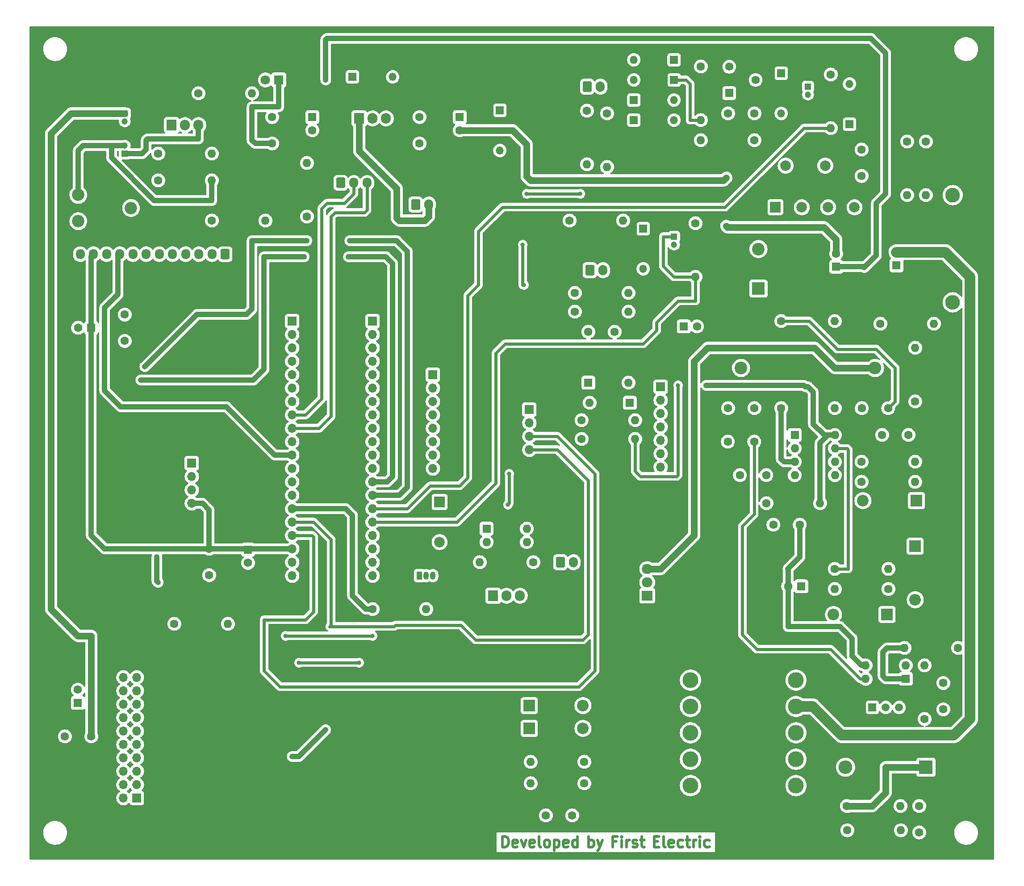
<source format=gbr>
%TF.GenerationSoftware,KiCad,Pcbnew,(6.99.0-1031-g46d719ed42)*%
%TF.CreationDate,2022-03-31T00:05:15+01:00*%
%TF.ProjectId,EnAcess PCB,456e4163-6573-4732-9050-43422e6b6963,rev?*%
%TF.SameCoordinates,Original*%
%TF.FileFunction,Copper,L1,Top*%
%TF.FilePolarity,Positive*%
%FSLAX46Y46*%
G04 Gerber Fmt 4.6, Leading zero omitted, Abs format (unit mm)*
G04 Created by KiCad (PCBNEW (6.99.0-1031-g46d719ed42)) date 2022-03-31 00:05:15*
%MOMM*%
%LPD*%
G01*
G04 APERTURE LIST*
G04 Aperture macros list*
%AMRoundRect*
0 Rectangle with rounded corners*
0 $1 Rounding radius*
0 $2 $3 $4 $5 $6 $7 $8 $9 X,Y pos of 4 corners*
0 Add a 4 corners polygon primitive as box body*
4,1,4,$2,$3,$4,$5,$6,$7,$8,$9,$2,$3,0*
0 Add four circle primitives for the rounded corners*
1,1,$1+$1,$2,$3*
1,1,$1+$1,$4,$5*
1,1,$1+$1,$6,$7*
1,1,$1+$1,$8,$9*
0 Add four rect primitives between the rounded corners*
20,1,$1+$1,$2,$3,$4,$5,0*
20,1,$1+$1,$4,$5,$6,$7,0*
20,1,$1+$1,$6,$7,$8,$9,0*
20,1,$1+$1,$8,$9,$2,$3,0*%
G04 Aperture macros list end*
%ADD10C,0.500000*%
%TA.AperFunction,NonConductor*%
%ADD11C,0.500000*%
%TD*%
%TA.AperFunction,ComponentPad*%
%ADD12RoundRect,0.250000X-0.600000X-0.750000X0.600000X-0.750000X0.600000X0.750000X-0.600000X0.750000X0*%
%TD*%
%TA.AperFunction,ComponentPad*%
%ADD13O,1.700000X2.000000*%
%TD*%
%TA.AperFunction,ComponentPad*%
%ADD14R,1.700000X1.700000*%
%TD*%
%TA.AperFunction,ComponentPad*%
%ADD15O,1.700000X1.700000*%
%TD*%
%TA.AperFunction,ComponentPad*%
%ADD16C,1.600000*%
%TD*%
%TA.AperFunction,ComponentPad*%
%ADD17O,1.600000X1.600000*%
%TD*%
%TA.AperFunction,ComponentPad*%
%ADD18R,1.600000X1.600000*%
%TD*%
%TA.AperFunction,ComponentPad*%
%ADD19R,1.200000X1.200000*%
%TD*%
%TA.AperFunction,ComponentPad*%
%ADD20C,1.200000*%
%TD*%
%TA.AperFunction,ComponentPad*%
%ADD21R,2.000000X1.905000*%
%TD*%
%TA.AperFunction,ComponentPad*%
%ADD22O,2.000000X1.905000*%
%TD*%
%TA.AperFunction,ComponentPad*%
%ADD23R,1.500000X1.500000*%
%TD*%
%TA.AperFunction,ComponentPad*%
%ADD24C,1.500000*%
%TD*%
%TA.AperFunction,ComponentPad*%
%ADD25R,1.050000X1.500000*%
%TD*%
%TA.AperFunction,ComponentPad*%
%ADD26O,1.050000X1.500000*%
%TD*%
%TA.AperFunction,ComponentPad*%
%ADD27C,2.340000*%
%TD*%
%TA.AperFunction,ComponentPad*%
%ADD28RoundRect,0.250000X0.600000X0.725000X-0.600000X0.725000X-0.600000X-0.725000X0.600000X-0.725000X0*%
%TD*%
%TA.AperFunction,ComponentPad*%
%ADD29O,1.700000X1.950000*%
%TD*%
%TA.AperFunction,ComponentPad*%
%ADD30C,3.000000*%
%TD*%
%TA.AperFunction,ComponentPad*%
%ADD31O,1.500000X1.500000*%
%TD*%
%TA.AperFunction,ComponentPad*%
%ADD32R,2.200000X2.200000*%
%TD*%
%TA.AperFunction,ComponentPad*%
%ADD33O,2.200000X2.200000*%
%TD*%
%TA.AperFunction,ComponentPad*%
%ADD34C,2.000000*%
%TD*%
%TA.AperFunction,ComponentPad*%
%ADD35R,1.560000X1.560000*%
%TD*%
%TA.AperFunction,ComponentPad*%
%ADD36C,1.560000*%
%TD*%
%TA.AperFunction,ComponentPad*%
%ADD37R,1.905000X2.000000*%
%TD*%
%TA.AperFunction,ComponentPad*%
%ADD38O,1.905000X2.000000*%
%TD*%
%TA.AperFunction,ComponentPad*%
%ADD39C,2.800000*%
%TD*%
%TA.AperFunction,ComponentPad*%
%ADD40O,2.800000X2.800000*%
%TD*%
%TA.AperFunction,ComponentPad*%
%ADD41R,1.800000X1.800000*%
%TD*%
%TA.AperFunction,ComponentPad*%
%ADD42C,1.800000*%
%TD*%
%TA.AperFunction,ComponentPad*%
%ADD43C,2.400000*%
%TD*%
%TA.AperFunction,ComponentPad*%
%ADD44O,2.400000X2.400000*%
%TD*%
%TA.AperFunction,ComponentPad*%
%ADD45RoundRect,0.250000X-0.600000X-0.725000X0.600000X-0.725000X0.600000X0.725000X-0.600000X0.725000X0*%
%TD*%
%TA.AperFunction,ComponentPad*%
%ADD46R,2.000000X2.000000*%
%TD*%
%TA.AperFunction,ComponentPad*%
%ADD47R,2.400000X2.400000*%
%TD*%
%TA.AperFunction,ComponentPad*%
%ADD48O,2.600000X2.600000*%
%TD*%
%TA.AperFunction,ComponentPad*%
%ADD49R,2.600000X2.600000*%
%TD*%
%TA.AperFunction,ViaPad*%
%ADD50C,0.800000*%
%TD*%
%TA.AperFunction,Conductor*%
%ADD51C,1.300000*%
%TD*%
%TA.AperFunction,Conductor*%
%ADD52C,2.000000*%
%TD*%
%TA.AperFunction,Conductor*%
%ADD53C,1.000000*%
%TD*%
%TA.AperFunction,Conductor*%
%ADD54C,0.600000*%
%TD*%
%TA.AperFunction,Conductor*%
%ADD55C,0.999998*%
%TD*%
%TA.AperFunction,Conductor*%
%ADD56C,0.599948*%
%TD*%
G04 APERTURE END LIST*
D10*
D11*
X103882093Y-170322761D02*
X103882093Y-168322761D01*
X103882093Y-168322761D02*
X104358283Y-168322761D01*
X104358283Y-168322761D02*
X104643998Y-168418000D01*
X104643998Y-168418000D02*
X104834474Y-168608476D01*
X104834474Y-168608476D02*
X104929712Y-168798952D01*
X104929712Y-168798952D02*
X105024950Y-169179904D01*
X105024950Y-169179904D02*
X105024950Y-169465619D01*
X105024950Y-169465619D02*
X104929712Y-169846571D01*
X104929712Y-169846571D02*
X104834474Y-170037047D01*
X104834474Y-170037047D02*
X104643998Y-170227523D01*
X104643998Y-170227523D02*
X104358283Y-170322761D01*
X104358283Y-170322761D02*
X103882093Y-170322761D01*
X106643998Y-170227523D02*
X106453522Y-170322761D01*
X106453522Y-170322761D02*
X106072569Y-170322761D01*
X106072569Y-170322761D02*
X105882093Y-170227523D01*
X105882093Y-170227523D02*
X105786855Y-170037047D01*
X105786855Y-170037047D02*
X105786855Y-169275142D01*
X105786855Y-169275142D02*
X105882093Y-169084666D01*
X105882093Y-169084666D02*
X106072569Y-168989428D01*
X106072569Y-168989428D02*
X106453522Y-168989428D01*
X106453522Y-168989428D02*
X106643998Y-169084666D01*
X106643998Y-169084666D02*
X106739236Y-169275142D01*
X106739236Y-169275142D02*
X106739236Y-169465619D01*
X106739236Y-169465619D02*
X105786855Y-169656095D01*
X107405903Y-168989428D02*
X107882093Y-170322761D01*
X107882093Y-170322761D02*
X108358284Y-168989428D01*
X109882094Y-170227523D02*
X109691618Y-170322761D01*
X109691618Y-170322761D02*
X109310665Y-170322761D01*
X109310665Y-170322761D02*
X109120189Y-170227523D01*
X109120189Y-170227523D02*
X109024951Y-170037047D01*
X109024951Y-170037047D02*
X109024951Y-169275142D01*
X109024951Y-169275142D02*
X109120189Y-169084666D01*
X109120189Y-169084666D02*
X109310665Y-168989428D01*
X109310665Y-168989428D02*
X109691618Y-168989428D01*
X109691618Y-168989428D02*
X109882094Y-169084666D01*
X109882094Y-169084666D02*
X109977332Y-169275142D01*
X109977332Y-169275142D02*
X109977332Y-169465619D01*
X109977332Y-169465619D02*
X109024951Y-169656095D01*
X111120189Y-170322761D02*
X110929713Y-170227523D01*
X110929713Y-170227523D02*
X110834475Y-170037047D01*
X110834475Y-170037047D02*
X110834475Y-168322761D01*
X112167808Y-170322761D02*
X111977332Y-170227523D01*
X111977332Y-170227523D02*
X111882094Y-170132285D01*
X111882094Y-170132285D02*
X111786856Y-169941809D01*
X111786856Y-169941809D02*
X111786856Y-169370380D01*
X111786856Y-169370380D02*
X111882094Y-169179904D01*
X111882094Y-169179904D02*
X111977332Y-169084666D01*
X111977332Y-169084666D02*
X112167808Y-168989428D01*
X112167808Y-168989428D02*
X112453523Y-168989428D01*
X112453523Y-168989428D02*
X112643999Y-169084666D01*
X112643999Y-169084666D02*
X112739237Y-169179904D01*
X112739237Y-169179904D02*
X112834475Y-169370380D01*
X112834475Y-169370380D02*
X112834475Y-169941809D01*
X112834475Y-169941809D02*
X112739237Y-170132285D01*
X112739237Y-170132285D02*
X112643999Y-170227523D01*
X112643999Y-170227523D02*
X112453523Y-170322761D01*
X112453523Y-170322761D02*
X112167808Y-170322761D01*
X113691618Y-168989428D02*
X113691618Y-170989428D01*
X113691618Y-169084666D02*
X113882094Y-168989428D01*
X113882094Y-168989428D02*
X114263047Y-168989428D01*
X114263047Y-168989428D02*
X114453523Y-169084666D01*
X114453523Y-169084666D02*
X114548761Y-169179904D01*
X114548761Y-169179904D02*
X114643999Y-169370380D01*
X114643999Y-169370380D02*
X114643999Y-169941809D01*
X114643999Y-169941809D02*
X114548761Y-170132285D01*
X114548761Y-170132285D02*
X114453523Y-170227523D01*
X114453523Y-170227523D02*
X114263047Y-170322761D01*
X114263047Y-170322761D02*
X113882094Y-170322761D01*
X113882094Y-170322761D02*
X113691618Y-170227523D01*
X116263047Y-170227523D02*
X116072571Y-170322761D01*
X116072571Y-170322761D02*
X115691618Y-170322761D01*
X115691618Y-170322761D02*
X115501142Y-170227523D01*
X115501142Y-170227523D02*
X115405904Y-170037047D01*
X115405904Y-170037047D02*
X115405904Y-169275142D01*
X115405904Y-169275142D02*
X115501142Y-169084666D01*
X115501142Y-169084666D02*
X115691618Y-168989428D01*
X115691618Y-168989428D02*
X116072571Y-168989428D01*
X116072571Y-168989428D02*
X116263047Y-169084666D01*
X116263047Y-169084666D02*
X116358285Y-169275142D01*
X116358285Y-169275142D02*
X116358285Y-169465619D01*
X116358285Y-169465619D02*
X115405904Y-169656095D01*
X118072571Y-170322761D02*
X118072571Y-168322761D01*
X118072571Y-170227523D02*
X117882095Y-170322761D01*
X117882095Y-170322761D02*
X117501142Y-170322761D01*
X117501142Y-170322761D02*
X117310666Y-170227523D01*
X117310666Y-170227523D02*
X117215428Y-170132285D01*
X117215428Y-170132285D02*
X117120190Y-169941809D01*
X117120190Y-169941809D02*
X117120190Y-169370380D01*
X117120190Y-169370380D02*
X117215428Y-169179904D01*
X117215428Y-169179904D02*
X117310666Y-169084666D01*
X117310666Y-169084666D02*
X117501142Y-168989428D01*
X117501142Y-168989428D02*
X117882095Y-168989428D01*
X117882095Y-168989428D02*
X118072571Y-169084666D01*
X120224952Y-170322761D02*
X120224952Y-168322761D01*
X120224952Y-169084666D02*
X120415428Y-168989428D01*
X120415428Y-168989428D02*
X120796381Y-168989428D01*
X120796381Y-168989428D02*
X120986857Y-169084666D01*
X120986857Y-169084666D02*
X121082095Y-169179904D01*
X121082095Y-169179904D02*
X121177333Y-169370380D01*
X121177333Y-169370380D02*
X121177333Y-169941809D01*
X121177333Y-169941809D02*
X121082095Y-170132285D01*
X121082095Y-170132285D02*
X120986857Y-170227523D01*
X120986857Y-170227523D02*
X120796381Y-170322761D01*
X120796381Y-170322761D02*
X120415428Y-170322761D01*
X120415428Y-170322761D02*
X120224952Y-170227523D01*
X121844000Y-168989428D02*
X122320190Y-170322761D01*
X122796381Y-168989428D02*
X122320190Y-170322761D01*
X122320190Y-170322761D02*
X122129714Y-170798952D01*
X122129714Y-170798952D02*
X122034476Y-170894190D01*
X122034476Y-170894190D02*
X121844000Y-170989428D01*
X125424953Y-169275142D02*
X124758286Y-169275142D01*
X124758286Y-170322761D02*
X124758286Y-168322761D01*
X124758286Y-168322761D02*
X125710667Y-168322761D01*
X126472572Y-170322761D02*
X126472572Y-168989428D01*
X126472572Y-168322761D02*
X126377334Y-168418000D01*
X126377334Y-168418000D02*
X126472572Y-168513238D01*
X126472572Y-168513238D02*
X126567810Y-168418000D01*
X126567810Y-168418000D02*
X126472572Y-168322761D01*
X126472572Y-168322761D02*
X126472572Y-168513238D01*
X127424953Y-170322761D02*
X127424953Y-168989428D01*
X127424953Y-169370380D02*
X127520191Y-169179904D01*
X127520191Y-169179904D02*
X127615429Y-169084666D01*
X127615429Y-169084666D02*
X127805905Y-168989428D01*
X127805905Y-168989428D02*
X127996382Y-168989428D01*
X128567810Y-170227523D02*
X128758286Y-170322761D01*
X128758286Y-170322761D02*
X129139238Y-170322761D01*
X129139238Y-170322761D02*
X129329715Y-170227523D01*
X129329715Y-170227523D02*
X129424953Y-170037047D01*
X129424953Y-170037047D02*
X129424953Y-169941809D01*
X129424953Y-169941809D02*
X129329715Y-169751333D01*
X129329715Y-169751333D02*
X129139238Y-169656095D01*
X129139238Y-169656095D02*
X128853524Y-169656095D01*
X128853524Y-169656095D02*
X128663048Y-169560857D01*
X128663048Y-169560857D02*
X128567810Y-169370380D01*
X128567810Y-169370380D02*
X128567810Y-169275142D01*
X128567810Y-169275142D02*
X128663048Y-169084666D01*
X128663048Y-169084666D02*
X128853524Y-168989428D01*
X128853524Y-168989428D02*
X129139238Y-168989428D01*
X129139238Y-168989428D02*
X129329715Y-169084666D01*
X129996382Y-168989428D02*
X130758286Y-168989428D01*
X130282096Y-168322761D02*
X130282096Y-170037047D01*
X130282096Y-170037047D02*
X130377334Y-170227523D01*
X130377334Y-170227523D02*
X130567810Y-170322761D01*
X130567810Y-170322761D02*
X130758286Y-170322761D01*
X132624953Y-169275142D02*
X133291620Y-169275142D01*
X133577334Y-170322761D02*
X132624953Y-170322761D01*
X132624953Y-170322761D02*
X132624953Y-168322761D01*
X132624953Y-168322761D02*
X133577334Y-168322761D01*
X134720191Y-170322761D02*
X134529715Y-170227523D01*
X134529715Y-170227523D02*
X134434477Y-170037047D01*
X134434477Y-170037047D02*
X134434477Y-168322761D01*
X136244001Y-170227523D02*
X136053525Y-170322761D01*
X136053525Y-170322761D02*
X135672572Y-170322761D01*
X135672572Y-170322761D02*
X135482096Y-170227523D01*
X135482096Y-170227523D02*
X135386858Y-170037047D01*
X135386858Y-170037047D02*
X135386858Y-169275142D01*
X135386858Y-169275142D02*
X135482096Y-169084666D01*
X135482096Y-169084666D02*
X135672572Y-168989428D01*
X135672572Y-168989428D02*
X136053525Y-168989428D01*
X136053525Y-168989428D02*
X136244001Y-169084666D01*
X136244001Y-169084666D02*
X136339239Y-169275142D01*
X136339239Y-169275142D02*
X136339239Y-169465619D01*
X136339239Y-169465619D02*
X135386858Y-169656095D01*
X138053525Y-170227523D02*
X137863049Y-170322761D01*
X137863049Y-170322761D02*
X137482096Y-170322761D01*
X137482096Y-170322761D02*
X137291620Y-170227523D01*
X137291620Y-170227523D02*
X137196382Y-170132285D01*
X137196382Y-170132285D02*
X137101144Y-169941809D01*
X137101144Y-169941809D02*
X137101144Y-169370380D01*
X137101144Y-169370380D02*
X137196382Y-169179904D01*
X137196382Y-169179904D02*
X137291620Y-169084666D01*
X137291620Y-169084666D02*
X137482096Y-168989428D01*
X137482096Y-168989428D02*
X137863049Y-168989428D01*
X137863049Y-168989428D02*
X138053525Y-169084666D01*
X138624954Y-168989428D02*
X139386858Y-168989428D01*
X138910668Y-168322761D02*
X138910668Y-170037047D01*
X138910668Y-170037047D02*
X139005906Y-170227523D01*
X139005906Y-170227523D02*
X139196382Y-170322761D01*
X139196382Y-170322761D02*
X139386858Y-170322761D01*
X140053525Y-170322761D02*
X140053525Y-168989428D01*
X140053525Y-169370380D02*
X140148763Y-169179904D01*
X140148763Y-169179904D02*
X140244001Y-169084666D01*
X140244001Y-169084666D02*
X140434477Y-168989428D01*
X140434477Y-168989428D02*
X140624954Y-168989428D01*
X141291620Y-170322761D02*
X141291620Y-168989428D01*
X141291620Y-168322761D02*
X141196382Y-168418000D01*
X141196382Y-168418000D02*
X141291620Y-168513238D01*
X141291620Y-168513238D02*
X141386858Y-168418000D01*
X141386858Y-168418000D02*
X141291620Y-168322761D01*
X141291620Y-168322761D02*
X141291620Y-168513238D01*
X143101144Y-170227523D02*
X142910668Y-170322761D01*
X142910668Y-170322761D02*
X142529715Y-170322761D01*
X142529715Y-170322761D02*
X142339239Y-170227523D01*
X142339239Y-170227523D02*
X142244001Y-170132285D01*
X142244001Y-170132285D02*
X142148763Y-169941809D01*
X142148763Y-169941809D02*
X142148763Y-169370380D01*
X142148763Y-169370380D02*
X142244001Y-169179904D01*
X142244001Y-169179904D02*
X142339239Y-169084666D01*
X142339239Y-169084666D02*
X142529715Y-168989428D01*
X142529715Y-168989428D02*
X142910668Y-168989428D01*
X142910668Y-168989428D02*
X143101144Y-169084666D01*
D12*
%TO.P,J13,1,Pin_1*%
%TO.N,GND*%
X87396000Y-48506500D03*
D13*
%TO.P,J13,2,Pin_2*%
%TO.N,Net-(D19-K)*%
X89895999Y-48506499D03*
%TD*%
D14*
%TO.P,J12,1,Pin_1*%
%TO.N,GND*%
X44957999Y-97545999D03*
D15*
%TO.P,J12,2,Pin_2*%
%TO.N,Net-(J5-Pin_14)*%
X44957999Y-100085999D03*
%TO.P,J12,3,Pin_3*%
%TO.N,Net-(J5-Pin_13)*%
X44957999Y-102625999D03*
%TO.P,J12,4,Pin_4*%
%TO.N,+5V*%
X44957999Y-105165999D03*
%TD*%
D16*
%TO.P,R38,1*%
%TO.N,Net-(D19-K)*%
X169164000Y-162560000D03*
D17*
%TO.P,R38,2*%
%TO.N,Net-(C17-Pad1)*%
X179323999Y-162559999D03*
%TD*%
D16*
%TO.P,R37,1*%
%TO.N,Net-(D19-K)*%
X169242000Y-167146000D03*
D17*
%TO.P,R37,2*%
%TO.N,Net-(C17-Pad1)*%
X179401999Y-167145999D03*
%TD*%
D16*
%TO.P,C17,2*%
%TO.N,Net-(D11-+)*%
X182880000Y-167560000D03*
%TO.P,C17,1*%
%TO.N,Net-(C17-Pad1)*%
X182880000Y-162560000D03*
%TD*%
D17*
%TO.P,R31,2*%
%TO.N,Net-(Q3-S)*%
X166877999Y-87121999D03*
D16*
%TO.P,R31,1*%
%TO.N,Net-(C16-Pad2)*%
X156718000Y-87122000D03*
%TD*%
%TO.P,C15,1*%
%TO.N,Net-(J4-Pin_10)*%
X25908000Y-149352000D03*
%TO.P,C15,2*%
%TO.N,GND*%
X20908000Y-149352000D03*
%TD*%
%TO.P,R24,1*%
%TO.N,Net-(U6-REF)*%
X184150000Y-36576000D03*
D17*
%TO.P,R24,2*%
%TO.N,Net-(D19-K)*%
X184149999Y-46735999D03*
%TD*%
D16*
%TO.P,C20,2*%
%TO.N,GND*%
X67818000Y-34433000D03*
D18*
%TO.P,C20,1*%
%TO.N,Net-(D19-K)*%
X67817999Y-31932999D03*
%TD*%
D19*
%TO.P,C2,1*%
%TO.N,Net-(D3-A)*%
X136397999Y-54609999D03*
D20*
%TO.P,C2,2*%
%TO.N,GND*%
X136398000Y-56110000D03*
%TD*%
D14*
%TO.P,J6,1,Pin_1*%
%TO.N,Net-(J6-Pin_1)*%
X64002999Y-70616999D03*
D15*
%TO.P,J6,2,Pin_2*%
%TO.N,Net-(J2-Pin_3)*%
X64002999Y-73156999D03*
%TO.P,J6,3,Pin_3*%
%TO.N,Net-(J2-Pin_4)*%
X64002999Y-75696999D03*
%TO.P,J6,4,Pin_4*%
%TO.N,Net-(J2-Pin_5)*%
X64002999Y-78236999D03*
%TO.P,J6,5,Pin_5*%
%TO.N,Net-(J2-Pin_6)*%
X64002999Y-80776999D03*
%TO.P,J6,6,Pin_6*%
%TO.N,Net-(J4-Pin_14)*%
X64002999Y-83316999D03*
%TO.P,J6,7,Pin_7*%
%TO.N,Net-(J4-Pin_15)*%
X64002999Y-85856999D03*
%TO.P,J6,8,Pin_8*%
%TO.N,Net-(J6-Pin_8)*%
X64002999Y-88396999D03*
%TO.P,J6,9,Pin_9*%
%TO.N,Net-(J6-Pin_9)*%
X64002999Y-90936999D03*
%TO.P,J6,10,Pin_10*%
%TO.N,Net-(J2-Pin_7)*%
X64002999Y-93476999D03*
%TO.P,J6,11,Pin_11*%
%TO.N,Net-(J2-Pin_9)*%
X64002999Y-96016999D03*
%TO.P,J6,12,Pin_12*%
%TO.N,unconnected-(J6-Pin_12)*%
X64002999Y-98556999D03*
%TO.P,J6,13,Pin_13*%
%TO.N,unconnected-(J6-Pin_13)*%
X64002999Y-101096999D03*
%TO.P,J6,14,Pin_14*%
%TO.N,Net-(J6-Pin_14)*%
X64002999Y-103636999D03*
%TO.P,J6,15,Pin_15*%
%TO.N,Net-(J6-Pin_15)*%
X64002999Y-106176999D03*
%TO.P,J6,16,Pin_16*%
%TO.N,Net-(J1-Pin_4)*%
X64002999Y-108716999D03*
%TO.P,J6,17,Pin_17*%
%TO.N,Net-(J1-Pin_3)*%
X64002999Y-111256999D03*
%TO.P,J6,18,Pin_18*%
%TO.N,+5V*%
X64002999Y-113796999D03*
%TO.P,J6,19,Pin_19*%
%TO.N,GND*%
X64002999Y-116336999D03*
%TO.P,J6,20,Pin_20*%
%TO.N,unconnected-(J6-Pin_20)*%
X64002999Y-118876999D03*
%TD*%
D18*
%TO.P,C26,1*%
%TO.N,Net-(D17-K)*%
X160527999Y-120903999D03*
D16*
%TO.P,C26,2*%
%TO.N,Net-(D11--)*%
X158028000Y-120904000D03*
%TD*%
%TO.P,R5,1*%
%TO.N,Net-(R5-Pad1)*%
X141478000Y-22352000D03*
D17*
%TO.P,R5,2*%
%TO.N,Net-(D5-A)*%
X141477999Y-32511999D03*
%TD*%
D16*
%TO.P,C8,1*%
%TO.N,Net-(D19-K)*%
X60198000Y-31933000D03*
%TO.P,C8,2*%
%TO.N,GND*%
X60198000Y-36933000D03*
%TD*%
%TO.P,TH1,1*%
%TO.N,Net-(J8-Pin_2)*%
X171958000Y-38100000D03*
%TO.P,TH1,2*%
%TO.N,Net-(C10-Pad2)*%
X171958000Y-43100000D03*
%TD*%
D21*
%TO.P,Q3,1,G*%
%TO.N,Net-(D13-K)*%
X131317999Y-122681999D03*
D22*
%TO.P,Q3,2,D*%
%TO.N,Net-(D15-A)*%
X131317999Y-120141999D03*
%TO.P,Q3,3,S*%
%TO.N,Net-(Q3-S)*%
X131317999Y-117601999D03*
%TD*%
D16*
%TO.P,R16,1*%
%TO.N,GND*%
X140462000Y-52070000D03*
D17*
%TO.P,R16,2*%
%TO.N,Net-(D3-A)*%
X140461999Y-62229999D03*
%TD*%
D16*
%TO.P,R11,1*%
%TO.N,Net-(R11-Pad1)*%
X109728000Y-116332000D03*
D17*
%TO.P,R11,2*%
%TO.N,Net-(Q1-B)*%
X99567999Y-116331999D03*
%TD*%
D16*
%TO.P,R17,1*%
%TO.N,Net-(J9-Pin_1)*%
X66802000Y-50800000D03*
D17*
%TO.P,R17,2*%
%TO.N,GND*%
X66801999Y-40639999D03*
%TD*%
D23*
%TO.P,U6,1,REF*%
%TO.N,Net-(U6-REF)*%
X173989999Y-143869999D03*
D24*
%TO.P,U6,2,A*%
%TO.N,GND*%
X176530000Y-143870000D03*
%TO.P,U6,3,K*%
%TO.N,Net-(U6-K)*%
X179070000Y-143870000D03*
%TD*%
D16*
%TO.P,C27,1*%
%TO.N,Net-(D11-+)*%
X117094000Y-164338000D03*
%TO.P,C27,2*%
%TO.N,Net-(D15-K)*%
X112094000Y-164338000D03*
%TD*%
D14*
%TO.P,J1,1,Pin_1*%
%TO.N,GND*%
X108965999Y-87375999D03*
D15*
%TO.P,J1,2,Pin_2*%
%TO.N,+5V*%
X108965999Y-89915999D03*
%TO.P,J1,3,Pin_3*%
%TO.N,Net-(J1-Pin_3)*%
X108965999Y-92455999D03*
%TO.P,J1,4,Pin_4*%
%TO.N,Net-(J1-Pin_4)*%
X108965999Y-94995999D03*
%TD*%
D18*
%TO.P,D12,1,K*%
%TO.N,Net-(D12-K)*%
X128015999Y-86105999D03*
D17*
%TO.P,D12,2,A*%
%TO.N,Net-(D12-A)*%
X120395999Y-86105999D03*
%TD*%
D25*
%TO.P,Q2,1,C*%
%TO.N,Net-(BZ1-+)*%
X88137999Y-118871999D03*
D26*
%TO.P,Q2,2,B*%
%TO.N,Net-(Q2-B)*%
X89407999Y-118871999D03*
%TO.P,Q2,3,E*%
%TO.N,GND*%
X90677999Y-118871999D03*
%TD*%
D16*
%TO.P,R23,1*%
%TO.N,Net-(D17-A)*%
X182118000Y-85852000D03*
D17*
%TO.P,R23,2*%
%TO.N,Net-(R22-Pad1)*%
X182117999Y-75691999D03*
%TD*%
D16*
%TO.P,R34,1*%
%TO.N,Net-(D12-A)*%
X118872000Y-89408000D03*
D17*
%TO.P,R34,2*%
%TO.N,Net-(D12-K)*%
X129031999Y-89407999D03*
%TD*%
D27*
%TO.P,RV2,1,1*%
%TO.N,+5V*%
X23448000Y-51672000D03*
%TO.P,RV2,2,2*%
%TO.N,Net-(J2-Pin_10)*%
X33448000Y-49172000D03*
%TO.P,RV2,3,3*%
%TO.N,GND*%
X23448000Y-46672000D03*
%TD*%
D18*
%TO.P,C5,1*%
%TO.N,+5V*%
X25907999Y-71881999D03*
D16*
%TO.P,C5,2*%
%TO.N,GND*%
X23408000Y-71882000D03*
%TD*%
D28*
%TO.P,J2,1,Pin_1*%
%TO.N,GND*%
X51308000Y-57919500D03*
D29*
%TO.P,J2,2,Pin_2*%
%TO.N,Net-(J2-Pin_2)*%
X48807999Y-57919499D03*
%TO.P,J2,3,Pin_3*%
%TO.N,Net-(J2-Pin_3)*%
X46307999Y-57919499D03*
%TO.P,J2,4,Pin_4*%
%TO.N,Net-(J2-Pin_4)*%
X43807999Y-57919499D03*
%TO.P,J2,5,Pin_5*%
%TO.N,Net-(J2-Pin_5)*%
X41307999Y-57919499D03*
%TO.P,J2,6,Pin_6*%
%TO.N,Net-(J2-Pin_6)*%
X38807999Y-57919499D03*
%TO.P,J2,7,Pin_7*%
%TO.N,Net-(J2-Pin_7)*%
X36307999Y-57919499D03*
%TO.P,J2,8,Pin_8*%
%TO.N,GND*%
X33807999Y-57919499D03*
%TO.P,J2,9,Pin_9*%
%TO.N,Net-(J2-Pin_9)*%
X31307999Y-57919499D03*
%TO.P,J2,10,Pin_10*%
%TO.N,Net-(J2-Pin_10)*%
X28807999Y-57919499D03*
%TO.P,J2,11,Pin_11*%
%TO.N,+5V*%
X26307999Y-57919499D03*
%TO.P,J2,12,Pin_12*%
%TO.N,GND*%
X23807999Y-57919499D03*
%TD*%
D30*
%TO.P,TR1,1*%
%TO.N,Net-(D11-+)*%
X159512000Y-138684000D03*
%TO.P,TR1,2*%
%TO.N,GND*%
X159512000Y-143684000D03*
%TO.P,TR1,3*%
%TO.N,Net-(D11--)*%
X159512000Y-148684000D03*
%TO.P,TR1,4*%
%TO.N,Net-(D14-A)*%
X159512000Y-153684000D03*
%TO.P,TR1,5*%
%TO.N,Net-(D15-A)*%
X159512000Y-158684000D03*
%TO.P,TR1,6*%
%TO.N,Net-(D11-+)*%
X139512000Y-158684000D03*
%TO.P,TR1,7*%
%TO.N,N/C*%
X139512000Y-153684000D03*
%TO.P,TR1,8*%
X139512000Y-148684000D03*
%TO.P,TR1,9*%
X139512000Y-143684000D03*
%TO.P,TR1,10*%
%TO.N,Net-(D11--)*%
X139512000Y-138684000D03*
%TD*%
D16*
%TO.P,C12,1*%
%TO.N,Net-(D8-K)*%
X151638000Y-31242000D03*
%TO.P,C12,2*%
%TO.N,GND*%
X146638000Y-31242000D03*
%TD*%
%TO.P,R27,1*%
%TO.N,Net-(D11--)*%
X156718000Y-70612000D03*
D17*
%TO.P,R27,2*%
%TO.N,Net-(D11-+)*%
X166877999Y-70611999D03*
%TD*%
D23*
%TO.P,D4,1,K*%
%TO.N,Net-(D4-K)*%
X169671999Y-33278999D03*
D31*
%TO.P,D4,2,A*%
%TO.N,GND*%
X169671999Y-25658999D03*
%TD*%
D18*
%TO.P,C31,1*%
%TO.N,Net-(D12-A)*%
X138240887Y-71627999D03*
D16*
%TO.P,C31,2*%
%TO.N,Net-(D11--)*%
X140740888Y-71628000D03*
%TD*%
D19*
%TO.P,C21,1*%
%TO.N,Net-(D19-K)*%
X32257999Y-38861999D03*
D20*
%TO.P,C21,2*%
%TO.N,GND*%
X32258000Y-37362000D03*
%TD*%
D18*
%TO.P,C4,1*%
%TO.N,+5V*%
X95757999Y-31932999D03*
D16*
%TO.P,C4,2*%
%TO.N,GND*%
X95758000Y-34433000D03*
%TD*%
%TO.P,C23,1*%
%TO.N,Net-(D17-K)*%
X175848000Y-92202000D03*
%TO.P,C23,2*%
%TO.N,Net-(D11--)*%
X180848000Y-92202000D03*
%TD*%
%TO.P,R19,1*%
%TO.N,Net-(U6-REF)*%
X180594000Y-36576000D03*
D17*
%TO.P,R19,2*%
%TO.N,GND*%
X180593999Y-46735999D03*
%TD*%
D32*
%TO.P,D14,1,K*%
%TO.N,Net-(D14-K)*%
X176783999Y-126237999D03*
D33*
%TO.P,D14,2,A*%
%TO.N,Net-(D14-A)*%
X166623999Y-126237999D03*
%TD*%
D32*
%TO.P,D16,1,K*%
%TO.N,Net-(D15-K)*%
X108965999Y-143509999D03*
D33*
%TO.P,D16,2,A*%
%TO.N,Net-(D15-A)*%
X119125999Y-143509999D03*
%TD*%
D16*
%TO.P,R36,1*%
%TO.N,Net-(D19-K)*%
X190246000Y-132588000D03*
D17*
%TO.P,R36,2*%
%TO.N,Net-(R36-Pad2)*%
X180085999Y-132587999D03*
%TD*%
D19*
%TO.P,C29,1*%
%TO.N,Net-(D8-K)*%
X161797999Y-26161999D03*
D20*
%TO.P,C29,2*%
%TO.N,GND*%
X161798000Y-27662000D03*
%TD*%
D12*
%TO.P,J8,1,Pin_1*%
%TO.N,Net-(J8-Pin_1)*%
X119928000Y-26162000D03*
D13*
%TO.P,J8,2,Pin_2*%
%TO.N,Net-(J8-Pin_2)*%
X122427999Y-26161999D03*
%TD*%
D34*
%TO.P,C10,1*%
%TO.N,Net-(J8-Pin_1)*%
X165060000Y-41148000D03*
%TO.P,C10,2*%
%TO.N,Net-(C10-Pad2)*%
X157560000Y-41148000D03*
%TD*%
D16*
%TO.P,R28,1*%
%TO.N,Net-(D11--)*%
X171958000Y-101092000D03*
D17*
%TO.P,R28,2*%
%TO.N,Net-(D13-K)*%
X182117999Y-101091999D03*
%TD*%
D23*
%TO.P,D2,1,K*%
%TO.N,Net-(D19-K)*%
X75432999Y-24312999D03*
D31*
%TO.P,D2,2,A*%
%TO.N,+5V*%
X83052999Y-24312999D03*
%TD*%
D23*
%TO.P,D7,1,K*%
%TO.N,+5V*%
X136397999Y-24891999D03*
D31*
%TO.P,D7,2,A*%
%TO.N,Net-(D5-K)*%
X128777999Y-24891999D03*
%TD*%
D16*
%TO.P,R33,1*%
%TO.N,Net-(C7-Pad1)*%
X183896000Y-146050000D03*
D17*
%TO.P,R33,2*%
%TO.N,Net-(U6-K)*%
X183895999Y-135889999D03*
%TD*%
D35*
%TO.P,RV1,1,1*%
%TO.N,+5V*%
X146857999Y-27391999D03*
D36*
%TO.P,RV1,2,2*%
%TO.N,Net-(D8-K)*%
X151858000Y-24892000D03*
%TO.P,RV1,3,3*%
%TO.N,Net-(R5-Pad1)*%
X146858000Y-22392000D03*
%TD*%
D32*
%TO.P,D13,1,K*%
%TO.N,Net-(D13-K)*%
X182371999Y-104647999D03*
D33*
%TO.P,D13,2,A*%
%TO.N,Net-(D11--)*%
X172211999Y-104647999D03*
%TD*%
D12*
%TO.P,J10,1,Pin_1*%
%TO.N,Net-(J10-Pin_1)*%
X120416000Y-60952500D03*
D13*
%TO.P,J10,2,Pin_2*%
%TO.N,Net-(D3-K)*%
X122915999Y-60952499D03*
%TD*%
D18*
%TO.P,UC3843,1,COMP*%
%TO.N,Net-(D18-A)*%
X159267999Y-92211999D03*
D17*
%TO.P,UC3843,2,FB*%
%TO.N,Net-(D11--)*%
X159267999Y-94751999D03*
%TO.P,UC3843,3,CS*%
%TO.N,Net-(C16-Pad2)*%
X159267999Y-97291999D03*
%TO.P,UC3843,4,RC*%
%TO.N,Net-(U1-RC)*%
X159267999Y-99831999D03*
%TO.P,UC3843,5,GND*%
%TO.N,Net-(D11--)*%
X166887999Y-99831999D03*
%TO.P,UC3843,6,OUT*%
%TO.N,Net-(U1-OUT)*%
X166887999Y-97291999D03*
%TO.P,UC3843,7,VCC*%
%TO.N,Net-(D17-K)*%
X166887999Y-94751999D03*
%TO.P,UC3843,8,VREF*%
%TO.N,Net-(D12-K)*%
X166887999Y-92211999D03*
%TD*%
D23*
%TO.P,D3,1,K*%
%TO.N,Net-(D3-K)*%
X130555999Y-53085999D03*
D31*
%TO.P,D3,2,A*%
%TO.N,Net-(D3-A)*%
X130555999Y-60705999D03*
%TD*%
D16*
%TO.P,R1,1*%
%TO.N,Net-(J6-Pin_15)*%
X79248000Y-125222000D03*
D17*
%TO.P,R1,2*%
%TO.N,Net-(Q2-B)*%
X89407999Y-125221999D03*
%TD*%
D16*
%TO.P,C11,1*%
%TO.N,+5V*%
X48260000Y-113792000D03*
%TO.P,C11,2*%
%TO.N,GND*%
X48260000Y-118792000D03*
%TD*%
%TO.P,R8,1*%
%TO.N,Net-(J8-Pin_1)*%
X119888000Y-30734000D03*
D17*
%TO.P,R8,2*%
%TO.N,Net-(D10-A)*%
X119887999Y-40893999D03*
%TD*%
D16*
%TO.P,R29,1*%
%TO.N,Net-(U1-OUT)*%
X171958000Y-97282000D03*
D17*
%TO.P,R29,2*%
%TO.N,Net-(D13-K)*%
X182117999Y-97281999D03*
%TD*%
D16*
%TO.P,R20,1*%
%TO.N,Net-(D11-+)*%
X119380000Y-158242000D03*
D17*
%TO.P,R20,2*%
%TO.N,Net-(D15-K)*%
X109219999Y-158241999D03*
%TD*%
D16*
%TO.P,R9,1*%
%TO.N,Net-(D8-K)*%
X166116000Y-23876000D03*
D17*
%TO.P,R9,2*%
%TO.N,Net-(D4-K)*%
X166115999Y-34035999D03*
%TD*%
D37*
%TO.P,Q1,1,B*%
%TO.N,Net-(Q1-B)*%
X102107999Y-122681999D03*
D38*
%TO.P,Q1,2,C*%
%TO.N,Net-(J7-Pin_1)*%
X104647999Y-122681999D03*
%TO.P,Q1,3,E*%
%TO.N,GND*%
X107187999Y-122681999D03*
%TD*%
D12*
%TO.P,J7,1,Pin_1*%
%TO.N,Net-(J7-Pin_1)*%
X114828000Y-116324500D03*
D13*
%TO.P,J7,2,Pin_2*%
%TO.N,Net-(D19-K)*%
X117327999Y-116324499D03*
%TD*%
D39*
%TO.P,R18,1*%
%TO.N,GND*%
X189230000Y-46736000D03*
D40*
%TO.P,R18,2*%
%TO.N,Net-(D19-K)*%
X189229999Y-67055999D03*
%TD*%
D41*
%TO.P,D1,1,K*%
%TO.N,GND*%
X61467999Y-24891999D03*
D42*
%TO.P,D1,2,A*%
%TO.N,Net-(D1-A)*%
X58928000Y-24892000D03*
%TD*%
D16*
%TO.P,R6,1*%
%TO.N,Net-(J10-Pin_1)*%
X116586000Y-51562000D03*
D17*
%TO.P,R6,2*%
%TO.N,Net-(D3-K)*%
X126745999Y-51561999D03*
%TD*%
D16*
%TO.P,R3,1*%
%TO.N,Net-(D19-K)*%
X46228000Y-27432000D03*
D17*
%TO.P,R3,2*%
%TO.N,Net-(D1-A)*%
X56387999Y-27431999D03*
%TD*%
D18*
%TO.P,C3,1*%
%TO.N,Net-(J4-Pin_10)*%
X23367999Y-143001999D03*
D16*
%TO.P,C3,2*%
%TO.N,GND*%
X23368000Y-140502000D03*
%TD*%
D23*
%TO.P,D9,1,K*%
%TO.N,Net-(D10-A)*%
X128772999Y-28701999D03*
D31*
%TO.P,D9,2,A*%
%TO.N,Net-(D5-A)*%
X136392999Y-28701999D03*
%TD*%
D14*
%TO.P,J11,1,Pin_1*%
%TO.N,unconnected-(J11-Pin_1)*%
X133857999Y-83057999D03*
D15*
%TO.P,J11,2,Pin_2*%
%TO.N,unconnected-(J11-Pin_2)*%
X133857999Y-85597999D03*
%TO.P,J11,3,Pin_3*%
%TO.N,unconnected-(J11-Pin_3)*%
X133857999Y-88137999D03*
%TO.P,J11,4,Pin_4*%
%TO.N,unconnected-(J11-Pin_4)*%
X133857999Y-90677999D03*
%TO.P,J11,5,Pin_5*%
%TO.N,unconnected-(J11-Pin_5)*%
X133857999Y-93217999D03*
%TO.P,J11,6,Pin_6*%
%TO.N,unconnected-(J11-Pin_6)*%
X133857999Y-95757999D03*
%TO.P,J11,7,Pin_7*%
%TO.N,unconnected-(J11-Pin_7)*%
X133857999Y-98297999D03*
%TD*%
D16*
%TO.P,C22,1*%
%TO.N,Net-(U1-RC)*%
X155234000Y-109220000D03*
%TO.P,C22,2*%
%TO.N,Net-(D11--)*%
X160234000Y-109220000D03*
%TD*%
D43*
%TO.P,R30,1*%
%TO.N,Net-(D11--)*%
X149098000Y-79502000D03*
D44*
%TO.P,R30,2*%
%TO.N,Net-(Q3-S)*%
X174497999Y-79501999D03*
%TD*%
D32*
%TO.P,D17,1,K*%
%TO.N,Net-(D17-K)*%
X182117999Y-113283999D03*
D33*
%TO.P,D17,2,A*%
%TO.N,Net-(D17-A)*%
X182117999Y-123443999D03*
%TD*%
D16*
%TO.P,R4,1*%
%TO.N,Net-(J6-Pin_14)*%
X41656000Y-128016000D03*
D17*
%TO.P,R4,2*%
%TO.N,Net-(R4-Pad2)*%
X51815999Y-128015999D03*
%TD*%
D18*
%TO.P,U4,1*%
%TO.N,Net-(R36-Pad2)*%
X180329999Y-138434999D03*
D17*
%TO.P,U4,2*%
%TO.N,Net-(U6-K)*%
X180329999Y-135894999D03*
%TO.P,U4,3*%
%TO.N,Net-(D11--)*%
X172709999Y-135894999D03*
%TO.P,U4,4*%
%TO.N,Net-(D18-A)*%
X172709999Y-138434999D03*
%TD*%
D37*
%TO.P,U5,1,ADJ*%
%TO.N,Net-(U5-ADJ)*%
X41147999Y-33456999D03*
D38*
%TO.P,U5,2,VO*%
%TO.N,Net-(J4-Pin_10)*%
X43687999Y-33456999D03*
%TO.P,U5,3,VI*%
%TO.N,Net-(D19-K)*%
X46227999Y-33456999D03*
%TD*%
D16*
%TO.P,R15,1*%
%TO.N,Net-(J10-Pin_1)*%
X117602000Y-68834000D03*
D17*
%TO.P,R15,2*%
%TO.N,GND*%
X127761999Y-68833999D03*
%TD*%
D16*
%TO.P,R32,1*%
%TO.N,Net-(U1-RC)*%
X153924000Y-105156000D03*
D17*
%TO.P,R32,2*%
%TO.N,Net-(D12-K)*%
X164083999Y-105155999D03*
%TD*%
D23*
%TO.P,D10,1,K*%
%TO.N,+5V*%
X136392999Y-21081999D03*
D31*
%TO.P,D10,2,A*%
%TO.N,Net-(D10-A)*%
X128772999Y-21081999D03*
%TD*%
D16*
%TO.P,R14,1*%
%TO.N,Net-(U5-ADJ)*%
X38608000Y-43942000D03*
D17*
%TO.P,R14,2*%
%TO.N,GND*%
X48767999Y-43941999D03*
%TD*%
D16*
%TO.P,C24,1*%
%TO.N,Net-(D11--)*%
X146598000Y-93472000D03*
%TO.P,C24,2*%
%TO.N,Net-(D18-A)*%
X151598000Y-93472000D03*
%TD*%
D32*
%TO.P,D15,1,K*%
%TO.N,Net-(D15-K)*%
X108965999Y-147827999D03*
D33*
%TO.P,D15,2,A*%
%TO.N,Net-(D15-A)*%
X119125999Y-147827999D03*
%TD*%
D16*
%TO.P,C25,1*%
%TO.N,Net-(D12-K)*%
X171998000Y-87122000D03*
%TO.P,C25,2*%
%TO.N,Net-(D11--)*%
X176998000Y-87122000D03*
%TD*%
%TO.P,R25,1*%
%TO.N,Net-(D17-K)*%
X166878000Y-117602000D03*
D17*
%TO.P,R25,2*%
%TO.N,Net-(D14-K)*%
X177037999Y-117601999D03*
%TD*%
D45*
%TO.P,J9,1,Pin_1*%
%TO.N,Net-(J9-Pin_1)*%
X73192000Y-44404000D03*
D29*
%TO.P,J9,2,Pin_2*%
%TO.N,Net-(J6-Pin_8)*%
X75691999Y-44403999D03*
%TO.P,J9,3,Pin_3*%
%TO.N,Net-(J6-Pin_9)*%
X78191999Y-44403999D03*
%TD*%
D16*
%TO.P,R12,1*%
%TO.N,Net-(J10-Pin_1)*%
X117602000Y-65278000D03*
D17*
%TO.P,R12,2*%
%TO.N,+5V*%
X127761999Y-65277999D03*
%TD*%
D18*
%TO.P,C30,1*%
%TO.N,Net-(D19-K)*%
X178561999Y-60045676D03*
D16*
%TO.P,C30,2*%
%TO.N,GND*%
X178562000Y-57545677D03*
%TD*%
D18*
%TO.P,U3,1*%
%TO.N,Net-(R4-Pad2)*%
X100847999Y-109976999D03*
D17*
%TO.P,U3,2*%
%TO.N,GND*%
X100847999Y-112516999D03*
%TO.P,U3,3*%
%TO.N,Net-(R11-Pad1)*%
X108467999Y-112516999D03*
%TO.P,U3,4*%
%TO.N,+5V*%
X108467999Y-109976999D03*
%TD*%
D16*
%TO.P,R26,1*%
%TO.N,Net-(D14-K)*%
X177038000Y-121412000D03*
D17*
%TO.P,R26,2*%
%TO.N,Net-(D17-K)*%
X166877999Y-121411999D03*
%TD*%
D19*
%TO.P,C19,1*%
%TO.N,Net-(J4-Pin_10)*%
X32257999Y-31241999D03*
D20*
%TO.P,C19,2*%
%TO.N,GND*%
X32258000Y-32742000D03*
%TD*%
D37*
%TO.P,U2,1,IN*%
%TO.N,Net-(D19-K)*%
X76707999Y-32186999D03*
D38*
%TO.P,U2,2,GND*%
%TO.N,GND*%
X79247999Y-32186999D03*
%TO.P,U2,3,OUT*%
%TO.N,+5V*%
X81787999Y-32186999D03*
%TD*%
D23*
%TO.P,D6,1,K*%
%TO.N,+5V*%
X103377999Y-30657999D03*
D31*
%TO.P,D6,2,A*%
%TO.N,GND*%
X103377999Y-38277999D03*
%TD*%
D15*
%TO.P,J4,20,Pin_20*%
%TO.N,unconnected-(J4-Pin_20)*%
X32003999Y-138175999D03*
%TO.P,J4,19,Pin_19*%
%TO.N,unconnected-(J4-Pin_19)*%
X34543999Y-138175999D03*
%TO.P,J4,18,Pin_18*%
%TO.N,unconnected-(J4-Pin_18)*%
X32003999Y-140715999D03*
%TO.P,J4,17,Pin_17*%
%TO.N,unconnected-(J4-Pin_17)*%
X34543999Y-140715999D03*
%TO.P,J4,16,Pin_16*%
%TO.N,unconnected-(J4-Pin_16)*%
X32003999Y-143255999D03*
%TO.P,J4,15,Pin_15*%
%TO.N,Net-(J4-Pin_15)*%
X34543999Y-143255999D03*
%TO.P,J4,14,Pin_14*%
%TO.N,Net-(J4-Pin_14)*%
X32003999Y-145795999D03*
%TO.P,J4,13,Pin_13*%
%TO.N,unconnected-(J4-Pin_13)*%
X34543999Y-145795999D03*
%TO.P,J4,12,Pin_12*%
%TO.N,unconnected-(J4-Pin_12)*%
X32003999Y-148335999D03*
%TO.P,J4,11,Pin_11*%
%TO.N,unconnected-(J4-Pin_11)*%
X34543999Y-148335999D03*
%TO.P,J4,10,Pin_10*%
%TO.N,Net-(J4-Pin_10)*%
X32003999Y-150875999D03*
%TO.P,J4,9,Pin_9*%
%TO.N,unconnected-(J4-Pin_9)*%
X34543999Y-150875999D03*
%TO.P,J4,8,Pin_8*%
%TO.N,unconnected-(J4-Pin_8)*%
X32003999Y-153415999D03*
%TO.P,J4,7,Pin_7*%
%TO.N,+5V*%
X34543999Y-153415999D03*
%TO.P,J4,6,Pin_6*%
%TO.N,unconnected-(J4-Pin_6)*%
X32003999Y-155955999D03*
%TO.P,J4,5,Pin_5*%
%TO.N,GND*%
X34543999Y-155955999D03*
%TO.P,J4,4,Pin_4*%
%TO.N,unconnected-(J4-Pin_4)*%
X32003999Y-158495999D03*
%TO.P,J4,3,Pin_3*%
%TO.N,unconnected-(J4-Pin_3)*%
X34543999Y-158495999D03*
%TO.P,J4,2,Pin_2*%
%TO.N,unconnected-(J4-Pin_2)*%
X32003999Y-161035999D03*
D14*
%TO.P,J4,1,Pin_1*%
%TO.N,unconnected-(J4-Pin_1)*%
X34543999Y-161035999D03*
%TD*%
D23*
%TO.P,D5,1,K*%
%TO.N,Net-(D5-K)*%
X128767999Y-32511999D03*
D31*
%TO.P,D5,2,A*%
%TO.N,Net-(D5-A)*%
X136387999Y-32511999D03*
%TD*%
D18*
%TO.P,C6,1*%
%TO.N,+5V*%
X55625999Y-113944322D03*
D16*
%TO.P,C6,2*%
%TO.N,GND*%
X55626000Y-116444323D03*
%TD*%
D46*
%TO.P,D11,1,-*%
%TO.N,Net-(D11--)*%
X155610499Y-49039499D03*
D34*
%TO.P,D11,2*%
%TO.N,Net-(C10-Pad2)*%
X160610500Y-49039500D03*
%TO.P,D11,3*%
%TO.N,Net-(J8-Pin_1)*%
X165610500Y-49039500D03*
%TO.P,D11,4,+*%
%TO.N,Net-(D11-+)*%
X170610500Y-49039500D03*
%TD*%
D23*
%TO.P,D8,1,K*%
%TO.N,Net-(D8-K)*%
X156717999Y-23621999D03*
D31*
%TO.P,D8,2,A*%
%TO.N,GND*%
X156717999Y-31241999D03*
%TD*%
D16*
%TO.P,C14,1*%
%TO.N,+5V*%
X88138000Y-31933000D03*
%TO.P,C14,2*%
%TO.N,GND*%
X88138000Y-36933000D03*
%TD*%
%TO.P,C18,1*%
%TO.N,Net-(C16-Pad2)*%
X148884000Y-99822000D03*
%TO.P,C18,2*%
%TO.N,Net-(U1-RC)*%
X153884000Y-99822000D03*
%TD*%
D14*
%TO.P,J3,1,Pin_1*%
%TO.N,Net-(J3-Pin_1)*%
X90677999Y-80771999D03*
D15*
%TO.P,J3,2,Pin_2*%
%TO.N,Net-(J3-Pin_2)*%
X90677999Y-83311999D03*
%TO.P,J3,3,Pin_3*%
%TO.N,Net-(J3-Pin_3)*%
X90677999Y-85851999D03*
%TO.P,J3,4,Pin_4*%
%TO.N,Net-(J3-Pin_4)*%
X90677999Y-88391999D03*
%TO.P,J3,5,Pin_5*%
%TO.N,Net-(J3-Pin_5)*%
X90677999Y-90931999D03*
%TO.P,J3,6,Pin_6*%
%TO.N,Net-(J3-Pin_6)*%
X90677999Y-93471999D03*
%TO.P,J3,7,Pin_7*%
%TO.N,Net-(J3-Pin_7)*%
X90677999Y-96011999D03*
%TO.P,J3,8,Pin_8*%
%TO.N,Net-(J3-Pin_8)*%
X90677999Y-98551999D03*
%TD*%
D18*
%TO.P,D18,1,K*%
%TO.N,Net-(D12-A)*%
X120141999Y-82295999D03*
D17*
%TO.P,D18,2,A*%
%TO.N,Net-(D18-A)*%
X127761999Y-82295999D03*
%TD*%
D16*
%TO.P,R35,1*%
%TO.N,Net-(D18-A)*%
X118872000Y-92964000D03*
D17*
%TO.P,R35,2*%
%TO.N,Net-(D12-K)*%
X129031999Y-92963999D03*
%TD*%
D16*
%TO.P,C13,1*%
%TO.N,+5V*%
X32258000Y-74382000D03*
%TO.P,C13,2*%
%TO.N,GND*%
X32258000Y-69382000D03*
%TD*%
D47*
%TO.P,C9,1*%
%TO.N,Net-(D11-+)*%
X152399999Y-64455266D03*
D43*
%TO.P,C9,2*%
%TO.N,Net-(D11--)*%
X152400000Y-56955267D03*
%TD*%
D16*
%TO.P,R2,1*%
%TO.N,Net-(J2-Pin_2)*%
X48768000Y-51562000D03*
D17*
%TO.P,R2,2*%
%TO.N,Net-(J6-Pin_1)*%
X58927999Y-51561999D03*
%TD*%
D16*
%TO.P,R13,1*%
%TO.N,Net-(U5-ADJ)*%
X38608000Y-38862000D03*
D17*
%TO.P,R13,2*%
%TO.N,Net-(J4-Pin_10)*%
X48767999Y-38861999D03*
%TD*%
D16*
%TO.P,C7,1*%
%TO.N,Net-(C7-Pad1)*%
X187452000Y-144232000D03*
%TO.P,C7,2*%
%TO.N,Net-(U6-REF)*%
X187452000Y-139232000D03*
%TD*%
%TO.P,C16,1*%
%TO.N,Net-(D11--)*%
X146638000Y-87122000D03*
%TO.P,C16,2*%
%TO.N,Net-(C16-Pad2)*%
X151638000Y-87122000D03*
%TD*%
%TO.P,R21,1*%
%TO.N,Net-(D11-+)*%
X119380000Y-154178000D03*
D17*
%TO.P,R21,2*%
%TO.N,Net-(D15-K)*%
X109219999Y-154177999D03*
%TD*%
D46*
%TO.P,BZ1,1,-*%
%TO.N,Net-(D19-K)*%
X91947999Y-104911999D03*
D34*
%TO.P,BZ1,2,+*%
%TO.N,Net-(BZ1-+)*%
X91948000Y-112512000D03*
%TD*%
D16*
%TO.P,R22,1*%
%TO.N,Net-(R22-Pad1)*%
X175514000Y-71120000D03*
D17*
%TO.P,R22,2*%
%TO.N,Net-(D11-+)*%
X185673999Y-71119999D03*
%TD*%
D16*
%TO.P,C1,1*%
%TO.N,Net-(J10-Pin_1)*%
X120142000Y-72644000D03*
%TO.P,C1,2*%
%TO.N,GND*%
X125142000Y-72644000D03*
%TD*%
%TO.P,R10,1*%
%TO.N,Net-(D8-K)*%
X151638000Y-36322000D03*
D17*
%TO.P,R10,2*%
%TO.N,Net-(D5-A)*%
X141477999Y-36321999D03*
%TD*%
D16*
%TO.P,R7,1*%
%TO.N,Net-(J8-Pin_2)*%
X123698000Y-31242000D03*
D17*
%TO.P,R7,2*%
%TO.N,Net-(D5-K)*%
X123697999Y-41401999D03*
%TD*%
D48*
%TO.P,D19,2,A*%
%TO.N,Net-(D11-+)*%
X168909999Y-155193999D03*
D49*
%TO.P,D19,1,K*%
%TO.N,Net-(D19-K)*%
X184149999Y-155193999D03*
%TD*%
D18*
%TO.P,C28,1*%
%TO.N,Net-(D19-K)*%
X167131999Y-60299676D03*
D16*
%TO.P,C28,2*%
%TO.N,GND*%
X167132000Y-57799677D03*
%TD*%
D14*
%TO.P,J5,1,Pin_1*%
%TO.N,unconnected-(J5-Pin_1)*%
X79242999Y-70616999D03*
D15*
%TO.P,J5,2,Pin_2*%
%TO.N,unconnected-(J5-Pin_2)*%
X79242999Y-73156999D03*
%TO.P,J5,3,Pin_3*%
%TO.N,unconnected-(J5-Pin_3)*%
X79242999Y-75696999D03*
%TO.P,J5,4,Pin_4*%
%TO.N,unconnected-(J5-Pin_4)*%
X79242999Y-78236999D03*
%TO.P,J5,5,Pin_5*%
%TO.N,Net-(J3-Pin_1)*%
X79242999Y-80776999D03*
%TO.P,J5,6,Pin_6*%
%TO.N,Net-(J3-Pin_2)*%
X79242999Y-83316999D03*
%TO.P,J5,7,Pin_7*%
%TO.N,Net-(J3-Pin_3)*%
X79242999Y-85856999D03*
%TO.P,J5,8,Pin_8*%
%TO.N,Net-(J3-Pin_4)*%
X79242999Y-88396999D03*
%TO.P,J5,9,Pin_9*%
%TO.N,Net-(J3-Pin_5)*%
X79242999Y-90936999D03*
%TO.P,J5,10,Pin_10*%
%TO.N,Net-(J3-Pin_6)*%
X79242999Y-93476999D03*
%TO.P,J5,11,Pin_11*%
%TO.N,Net-(J3-Pin_7)*%
X79242999Y-96016999D03*
%TO.P,J5,12,Pin_12*%
%TO.N,Net-(J3-Pin_8)*%
X79242999Y-98556999D03*
%TO.P,J5,13,Pin_13*%
%TO.N,Net-(J5-Pin_13)*%
X79242999Y-101096999D03*
%TO.P,J5,14,Pin_14*%
%TO.N,Net-(J5-Pin_14)*%
X79242999Y-103636999D03*
%TO.P,J5,15,Pin_15*%
%TO.N,Net-(D4-K)*%
X79242999Y-106176999D03*
%TO.P,J5,16,Pin_16*%
%TO.N,Net-(D3-A)*%
X79242999Y-108716999D03*
%TO.P,J5,17,Pin_17*%
%TO.N,unconnected-(J5-Pin_17)*%
X79242999Y-111256999D03*
%TO.P,J5,18,Pin_18*%
%TO.N,unconnected-(J5-Pin_18)*%
X79242999Y-113796999D03*
%TO.P,J5,19,Pin_19*%
%TO.N,unconnected-(J5-Pin_19)*%
X79242999Y-116336999D03*
%TO.P,J5,20,Pin_20*%
%TO.N,unconnected-(J5-Pin_20)*%
X79242999Y-118876999D03*
%TD*%
D50*
%TO.N,Net-(D12-K)*%
X137160000Y-82804000D03*
X142494000Y-82804000D03*
%TO.N,GND*%
X146304000Y-52578000D03*
X146304000Y-43434000D03*
%TO.N,Net-(J5-Pin_14)*%
X66802000Y-55372000D03*
X36068000Y-79248000D03*
X74930000Y-55372000D03*
%TO.N,Net-(J5-Pin_13)*%
X66294000Y-58420000D03*
X35306000Y-81788000D03*
X74676000Y-58420000D03*
%TO.N,Net-(J6-Pin_14)*%
X38354000Y-115316000D03*
X38608000Y-120142000D03*
%TO.N,Net-(D19-K)*%
X70358000Y-24892000D03*
X70358000Y-18542000D03*
%TO.N,GND*%
X118618000Y-46482000D03*
X76708000Y-135382000D03*
X108458000Y-46482000D03*
X65278000Y-135382000D03*
%TO.N,+5V*%
X105156000Y-99568000D03*
X107950000Y-63754000D03*
X104902000Y-105410000D03*
X107696000Y-56134000D03*
%TO.N,Net-(J4-Pin_14)*%
X70358000Y-148082000D03*
X64008000Y-153162000D03*
%TO.N,Net-(R4-Pad2)*%
X62738000Y-130302000D03*
X79248000Y-130302000D03*
%TD*%
D51*
%TO.N,GND*%
X95758000Y-34433000D02*
X105807000Y-34433000D01*
X105807000Y-34433000D02*
X108458000Y-37084000D01*
X108458000Y-37084000D02*
X108458000Y-43180000D01*
X108458000Y-43180000D02*
X109220000Y-43942000D01*
X109220000Y-43942000D02*
X145796000Y-43942000D01*
X145796000Y-43942000D02*
X146304000Y-43434000D01*
X146304000Y-52578000D02*
X146558000Y-52832000D01*
X146558000Y-52832000D02*
X164846000Y-52832000D01*
X164846000Y-52832000D02*
X167132000Y-55118000D01*
X167132000Y-55118000D02*
X167132000Y-57799677D01*
D52*
X162734000Y-143684000D02*
X168148000Y-149098000D01*
X168148000Y-149098000D02*
X189484000Y-149098000D01*
X192532000Y-62230000D02*
X187847677Y-57545677D01*
X189484000Y-149098000D02*
X192532000Y-146050000D01*
X192532000Y-146050000D02*
X192532000Y-62230000D01*
X187847677Y-57545677D02*
X178562000Y-57545677D01*
D53*
%TO.N,Net-(D19-K)*%
X172466000Y-60452000D02*
X174752000Y-58166000D01*
X173736000Y-17018000D02*
X70612000Y-17018000D01*
X174752000Y-58166000D02*
X174752000Y-48260000D01*
X174752000Y-48260000D02*
X176530000Y-46482000D01*
X176530000Y-46482000D02*
X176530000Y-19812000D01*
X70612000Y-17018000D02*
X70358000Y-17272000D01*
X176530000Y-19812000D02*
X173736000Y-17018000D01*
D51*
%TO.N,Net-(J4-Pin_10)*%
X25908000Y-149352000D02*
X25908000Y-130302000D01*
X25908000Y-130302000D02*
X23368000Y-130302000D01*
X23368000Y-130302000D02*
X18288000Y-125222000D01*
X18288000Y-35052000D02*
X22098000Y-31242000D01*
X18288000Y-125222000D02*
X18288000Y-35052000D01*
X22098000Y-31242000D02*
X32258000Y-31242000D01*
D53*
%TO.N,Net-(D19-K)*%
X36322000Y-36322000D02*
X36576000Y-36068000D01*
X32258000Y-38862000D02*
X35560000Y-38862000D01*
X35560000Y-38862000D02*
X36322000Y-38100000D01*
X36576000Y-36068000D02*
X46228000Y-36068000D01*
X36322000Y-38100000D02*
X36322000Y-36322000D01*
X46228000Y-36068000D02*
X46228000Y-33457000D01*
%TO.N,GND*%
X32258000Y-37362000D02*
X29742000Y-37362000D01*
X29742000Y-39648000D02*
X37846000Y-47752000D01*
X29742000Y-37362000D02*
X29742000Y-39648000D01*
X37846000Y-47752000D02*
X48768000Y-47752000D01*
X48768000Y-47752000D02*
X48768000Y-43942000D01*
X23448000Y-46672000D02*
X23448000Y-38274000D01*
X24360000Y-37362000D02*
X32258000Y-37362000D01*
X23448000Y-38274000D02*
X24360000Y-37362000D01*
D54*
%TO.N,Net-(J1-Pin_4)*%
X71374000Y-112014000D02*
X71374000Y-128270000D01*
X71374000Y-128270000D02*
X71120000Y-128524000D01*
X64003000Y-108717000D02*
X68077000Y-108717000D01*
X68077000Y-108717000D02*
X71374000Y-112014000D01*
X71120000Y-128524000D02*
X83312000Y-128524000D01*
X83312000Y-128524000D02*
X83566000Y-128270000D01*
X83566000Y-128270000D02*
X96012000Y-128270000D01*
X96012000Y-128270000D02*
X98806000Y-131064000D01*
X98806000Y-131064000D02*
X119126000Y-131064000D01*
X120142000Y-130048000D02*
X120142000Y-100838000D01*
X119126000Y-131064000D02*
X120142000Y-130048000D01*
X120142000Y-100838000D02*
X114300000Y-94996000D01*
X114300000Y-94996000D02*
X108966000Y-94996000D01*
%TO.N,Net-(J1-Pin_3)*%
X108966000Y-92456000D02*
X114300000Y-92456000D01*
X68072000Y-111506000D02*
X67823000Y-111257000D01*
X114300000Y-92456000D02*
X121412000Y-99568000D01*
X121412000Y-99568000D02*
X121412000Y-136906000D01*
X118364000Y-139954000D02*
X61722000Y-139954000D01*
X121412000Y-136906000D02*
X118364000Y-139954000D01*
X61722000Y-139954000D02*
X58674000Y-136906000D01*
X58674000Y-136906000D02*
X58674000Y-127254000D01*
X67823000Y-111257000D02*
X64003000Y-111257000D01*
X66548000Y-127254000D02*
X68072000Y-125730000D01*
X68072000Y-125730000D02*
X68072000Y-111506000D01*
X58674000Y-127254000D02*
X66548000Y-127254000D01*
D53*
%TO.N,Net-(D12-K)*%
X166888000Y-92212000D02*
X164856000Y-92212000D01*
X161036000Y-82804000D02*
X142494000Y-82804000D01*
X164856000Y-92212000D02*
X162814000Y-90170000D01*
X162814000Y-90170000D02*
X162814000Y-84074000D01*
X162814000Y-84074000D02*
X161798000Y-83058000D01*
X161798000Y-83058000D02*
X161290000Y-83058000D01*
X161290000Y-83058000D02*
X161036000Y-82804000D01*
D54*
X129032000Y-92964000D02*
X129032000Y-99060000D01*
X137160000Y-99822000D02*
X137160000Y-82804000D01*
X129032000Y-99060000D02*
X130048000Y-100076000D01*
X130048000Y-100076000D02*
X136906000Y-100076000D01*
X136906000Y-100076000D02*
X137160000Y-99822000D01*
D53*
%TO.N,Net-(C16-Pad2)*%
X159268000Y-97292000D02*
X157236000Y-97292000D01*
X157236000Y-97292000D02*
X156718000Y-96774000D01*
X156718000Y-96774000D02*
X156718000Y-87122000D01*
D51*
%TO.N,Net-(D19-K)*%
X89896000Y-48506500D02*
X89896000Y-50820000D01*
X89896000Y-50820000D02*
X89154000Y-51562000D01*
X89154000Y-51562000D02*
X84328000Y-51562000D01*
X84328000Y-51562000D02*
X83820000Y-51054000D01*
X83820000Y-51054000D02*
X83820000Y-45466000D01*
X83820000Y-45466000D02*
X76708000Y-38354000D01*
X76708000Y-38354000D02*
X76708000Y-32187000D01*
D53*
%TO.N,Net-(J5-Pin_13)*%
X83058000Y-100076000D02*
X83058000Y-59690000D01*
X83058000Y-59690000D02*
X81788000Y-58420000D01*
X81788000Y-58420000D02*
X74676000Y-58420000D01*
X79243000Y-101097000D02*
X82037000Y-101097000D01*
X82037000Y-101097000D02*
X83058000Y-100076000D01*
D54*
%TO.N,Net-(J6-Pin_9)*%
X64003000Y-90937000D02*
X69083000Y-90937000D01*
X69083000Y-90937000D02*
X71374000Y-88646000D01*
X72136000Y-50038000D02*
X77724000Y-50038000D01*
X78192000Y-49570000D02*
X78192000Y-44404000D01*
X71374000Y-88646000D02*
X71374000Y-50800000D01*
X71374000Y-50800000D02*
X72136000Y-50038000D01*
X77724000Y-50038000D02*
X78192000Y-49570000D01*
D55*
%TO.N,Net-(D19-K)*%
X70358000Y-18542000D02*
X70358000Y-17272000D01*
D53*
X167132000Y-60299677D02*
X172313677Y-60299677D01*
%TO.N,Net-(J5-Pin_14)*%
X56388000Y-55372000D02*
X66802000Y-55372000D01*
X45974000Y-69342000D02*
X55372000Y-69342000D01*
X36068000Y-79248000D02*
X45974000Y-69342000D01*
X55372000Y-69342000D02*
X56388000Y-68326000D01*
X56388000Y-68326000D02*
X56388000Y-55372000D01*
X79243000Y-103637000D02*
X84323000Y-103637000D01*
X84323000Y-103637000D02*
X85852000Y-102108000D01*
X85852000Y-102108000D02*
X85852000Y-57404000D01*
X85852000Y-57404000D02*
X83820000Y-55372000D01*
X83820000Y-55372000D02*
X74930000Y-55372000D01*
%TO.N,Net-(J5-Pin_13)*%
X66294000Y-58420000D02*
X58674000Y-58420000D01*
X56642000Y-81788000D02*
X58674000Y-79756000D01*
X58674000Y-79756000D02*
X58674000Y-58420000D01*
X35306000Y-81788000D02*
X56642000Y-81788000D01*
D54*
%TO.N,Net-(D4-K)*%
X79243000Y-106177000D02*
X85847000Y-106177000D01*
X161036000Y-34036000D02*
X166116000Y-34036000D01*
X85847000Y-106177000D02*
X90170000Y-101854000D01*
X90170000Y-101854000D02*
X95758000Y-101854000D01*
X95758000Y-101854000D02*
X97282000Y-100330000D01*
X97282000Y-100330000D02*
X97282000Y-65786000D01*
X97282000Y-65786000D02*
X99314000Y-63754000D01*
X99314000Y-63754000D02*
X99314000Y-53594000D01*
X99314000Y-53594000D02*
X103886000Y-49022000D01*
X103886000Y-49022000D02*
X146050000Y-49022000D01*
X146050000Y-49022000D02*
X161036000Y-34036000D01*
D53*
%TO.N,+5V*%
X47000000Y-105166000D02*
X48260000Y-106426000D01*
X44958000Y-105166000D02*
X47000000Y-105166000D01*
X48260000Y-106426000D02*
X48260000Y-113792000D01*
%TO.N,Net-(J2-Pin_9)*%
X31308000Y-57919500D02*
X30988000Y-58239500D01*
X30988000Y-58239500D02*
X30988000Y-65532000D01*
X30988000Y-65532000D02*
X28448000Y-68072000D01*
X28448000Y-68072000D02*
X28448000Y-83820000D01*
X28448000Y-83820000D02*
X31496000Y-86868000D01*
X31496000Y-86868000D02*
X51562000Y-86868000D01*
X51562000Y-86868000D02*
X60711000Y-96017000D01*
X60711000Y-96017000D02*
X64003000Y-96017000D01*
%TO.N,Net-(J6-Pin_14)*%
X38354000Y-115316000D02*
X38354000Y-119888000D01*
X38354000Y-119888000D02*
X38608000Y-120142000D01*
D51*
%TO.N,Net-(D19-K)*%
X176530000Y-160020000D02*
X176530000Y-155194000D01*
X176530000Y-155194000D02*
X184150000Y-155194000D01*
X169164000Y-162560000D02*
X173990000Y-162560000D01*
X173990000Y-162560000D02*
X176530000Y-160020000D01*
D55*
X70358000Y-18542000D02*
X70358000Y-24892000D01*
D53*
%TO.N,GND*%
X61468000Y-29972000D02*
X56388000Y-29972000D01*
X56388000Y-29972000D02*
X56388000Y-36322000D01*
X61468000Y-24892000D02*
X61468000Y-29972000D01*
X56999000Y-36933000D02*
X60198000Y-36933000D01*
X56388000Y-36322000D02*
X56999000Y-36933000D01*
D56*
X65278000Y-135382000D02*
X76708000Y-135382000D01*
X108458000Y-46482000D02*
X118618000Y-46482000D01*
D54*
%TO.N,+5V*%
X139446000Y-32512000D02*
X141478000Y-32512000D01*
D53*
X25908000Y-71882000D02*
X25908000Y-58319500D01*
D54*
X107696000Y-56134000D02*
X107696000Y-63754000D01*
X138684000Y-24892000D02*
X139446000Y-25654000D01*
D53*
X25908000Y-71882000D02*
X25908000Y-111252000D01*
X25908000Y-111252000D02*
X28453000Y-113797000D01*
D54*
X105156000Y-105156000D02*
X104902000Y-105410000D01*
D53*
X28453000Y-113797000D02*
X64003000Y-113797000D01*
D54*
X139446000Y-25654000D02*
X139446000Y-32512000D01*
X136398000Y-24892000D02*
X138684000Y-24892000D01*
X105156000Y-99568000D02*
X105156000Y-105156000D01*
D53*
X25908000Y-58319500D02*
X26308000Y-57919500D01*
%TO.N,Net-(J4-Pin_14)*%
X65278000Y-153162000D02*
X70358000Y-148082000D01*
X64008000Y-153162000D02*
X65278000Y-153162000D01*
D54*
%TO.N,Net-(J6-Pin_8)*%
X75692000Y-46482000D02*
X75692000Y-44404000D01*
X69596000Y-85344000D02*
X69596000Y-49276000D01*
X69596000Y-49276000D02*
X70612000Y-48260000D01*
X66543000Y-88397000D02*
X69596000Y-85344000D01*
X64003000Y-88397000D02*
X66543000Y-88397000D01*
X70612000Y-48260000D02*
X73914000Y-48260000D01*
X73914000Y-48260000D02*
X75692000Y-46482000D01*
D53*
%TO.N,Net-(J6-Pin_15)*%
X75438000Y-107442000D02*
X75438000Y-122682000D01*
X75438000Y-122682000D02*
X77978000Y-125222000D01*
X74173000Y-106177000D02*
X75438000Y-107442000D01*
X64003000Y-106177000D02*
X74173000Y-106177000D01*
X77978000Y-125222000D02*
X79248000Y-125222000D01*
D56*
%TO.N,Net-(R4-Pad2)*%
X62738000Y-130302000D02*
X79248000Y-130302000D01*
D54*
%TO.N,Net-(D3-A)*%
X130556000Y-74930000D02*
X133096000Y-72390000D01*
X104394000Y-74930000D02*
X130556000Y-74930000D01*
X102616000Y-101346000D02*
X102616000Y-76708000D01*
X137160000Y-66802000D02*
X140462000Y-66802000D01*
X95245000Y-108717000D02*
X102616000Y-101346000D01*
X133096000Y-72390000D02*
X133096000Y-70866000D01*
X140462000Y-62230000D02*
X136398000Y-62230000D01*
X134366000Y-60198000D02*
X134366000Y-54610000D01*
X133096000Y-70866000D02*
X137160000Y-66802000D01*
X79243000Y-108717000D02*
X95245000Y-108717000D01*
X140462000Y-66802000D02*
X140462000Y-62230000D01*
X134366000Y-54610000D02*
X136398000Y-54610000D01*
X102616000Y-76708000D02*
X104394000Y-74930000D01*
X136398000Y-62230000D02*
X134366000Y-60198000D01*
D53*
%TO.N,Net-(D11--)*%
X170180000Y-130810000D02*
X170180000Y-134112000D01*
X171963000Y-135895000D02*
X172710000Y-135895000D01*
X170180000Y-134112000D02*
X171963000Y-135895000D01*
D54*
X162052000Y-70612000D02*
X156718000Y-70612000D01*
D53*
X158068000Y-128524000D02*
X167894000Y-128524000D01*
X157988000Y-117602000D02*
X158028000Y-117642000D01*
D54*
X167386000Y-75946000D02*
X162052000Y-70612000D01*
D53*
X158028000Y-120904000D02*
X158028000Y-128564000D01*
X158028000Y-128564000D02*
X158068000Y-128524000D01*
D54*
X178268000Y-85852000D02*
X178308000Y-85852000D01*
X178308000Y-85852000D02*
X178308000Y-79502000D01*
X176998000Y-87122000D02*
X178268000Y-85852000D01*
D53*
X160234000Y-109220000D02*
X160234000Y-115356000D01*
D54*
X174752000Y-75946000D02*
X167386000Y-75946000D01*
D53*
X167894000Y-128524000D02*
X170180000Y-130810000D01*
D54*
X178308000Y-79502000D02*
X174752000Y-75946000D01*
D53*
X158028000Y-117642000D02*
X158028000Y-120904000D01*
X160234000Y-115356000D02*
X157988000Y-117602000D01*
D51*
%TO.N,Net-(Q3-S)*%
X133858000Y-117602000D02*
X140208000Y-111252000D01*
X166878000Y-79502000D02*
X174498000Y-79502000D01*
X140208000Y-78232000D02*
X142748000Y-75692000D01*
X163068000Y-75692000D02*
X166878000Y-79502000D01*
X142748000Y-75692000D02*
X163068000Y-75692000D01*
X131318000Y-117602000D02*
X133858000Y-117602000D01*
X140208000Y-111252000D02*
X140208000Y-78232000D01*
D53*
%TO.N,Net-(D12-K)*%
X165598000Y-92212000D02*
X166888000Y-92212000D01*
X164084000Y-105156000D02*
X164084000Y-93726000D01*
X164084000Y-93726000D02*
X165598000Y-92212000D01*
D54*
%TO.N,Net-(D18-A)*%
X152146000Y-132842000D02*
X166116000Y-132842000D01*
X171709000Y-138435000D02*
X172710000Y-138435000D01*
X151598000Y-107228000D02*
X149352000Y-109474000D01*
X151598000Y-93472000D02*
X151598000Y-107228000D01*
X149352000Y-130048000D02*
X152146000Y-132842000D01*
X166116000Y-132842000D02*
X171709000Y-138435000D01*
X149352000Y-109474000D02*
X149352000Y-130048000D01*
%TO.N,Net-(D17-K)*%
X169418000Y-117602000D02*
X166878000Y-117602000D01*
X169418000Y-94996000D02*
X169418000Y-117602000D01*
X169174000Y-94752000D02*
X169418000Y-94996000D01*
X166888000Y-94752000D02*
X169174000Y-94752000D01*
D53*
%TO.N,Net-(R36-Pad2)*%
X180330000Y-138435000D02*
X176535000Y-138435000D01*
X176535000Y-138435000D02*
X176022000Y-137922000D01*
X176784000Y-132588000D02*
X176022000Y-133350000D01*
X180086000Y-132588000D02*
X176784000Y-132588000D01*
X176022000Y-133350000D02*
X176022000Y-137922000D01*
D52*
%TO.N,GND*%
X159512000Y-143684000D02*
X162734000Y-143684000D01*
%TD*%
%TA.AperFunction,NonConductor*%
G36*
X42736902Y-34617692D02*
G01*
X42753907Y-34628848D01*
X42882052Y-34728588D01*
X42882060Y-34728593D01*
X42886170Y-34731792D01*
X42890749Y-34734270D01*
X42890752Y-34734272D01*
X43054128Y-34822686D01*
X43104519Y-34872699D01*
X43119871Y-34942016D01*
X43095310Y-35008629D01*
X43038635Y-35051389D01*
X42994159Y-35059500D01*
X42522744Y-35059500D01*
X42454623Y-35039498D01*
X42408130Y-34985842D01*
X42398026Y-34915568D01*
X42427520Y-34850988D01*
X42447233Y-34832634D01*
X42463761Y-34820261D01*
X42489690Y-34785624D01*
X42545989Y-34710418D01*
X42545990Y-34710416D01*
X42551389Y-34703204D01*
X42558460Y-34684246D01*
X42601007Y-34627411D01*
X42667527Y-34602600D01*
X42736902Y-34617692D01*
G37*
%TD.AperFunction*%
%TA.AperFunction,NonConductor*%
G36*
X45041226Y-34367574D02*
G01*
X45063481Y-34393256D01*
X45071114Y-34404940D01*
X45074643Y-34408773D01*
X45074648Y-34408779D01*
X45186201Y-34529959D01*
X45217622Y-34593624D01*
X45219500Y-34615296D01*
X45219500Y-34933500D01*
X45199498Y-35001621D01*
X45145842Y-35048114D01*
X45093500Y-35059500D01*
X44381841Y-35059500D01*
X44313720Y-35039498D01*
X44267227Y-34985842D01*
X44257123Y-34915568D01*
X44286617Y-34850988D01*
X44321872Y-34822686D01*
X44485248Y-34734272D01*
X44485251Y-34734270D01*
X44489830Y-34731792D01*
X44526560Y-34703204D01*
X44676789Y-34586276D01*
X44676791Y-34586274D01*
X44680900Y-34583076D01*
X44775850Y-34479933D01*
X44841358Y-34408773D01*
X44841361Y-34408769D01*
X44844886Y-34404940D01*
X44852518Y-34393258D01*
X44906521Y-34347171D01*
X44976869Y-34337596D01*
X45041226Y-34367574D01*
G37*
%TD.AperFunction*%
%TA.AperFunction,NonConductor*%
G36*
X31091621Y-38390502D02*
G01*
X31138114Y-38444158D01*
X31149500Y-38496500D01*
X31149500Y-39325076D01*
X31129498Y-39393197D01*
X31075842Y-39439690D01*
X31005568Y-39449794D01*
X30940988Y-39420300D01*
X30934405Y-39414171D01*
X30787405Y-39267171D01*
X30753379Y-39204859D01*
X30750500Y-39178076D01*
X30750500Y-38496500D01*
X30770502Y-38428379D01*
X30824158Y-38381886D01*
X30876500Y-38370500D01*
X31023500Y-38370500D01*
X31091621Y-38390502D01*
G37*
%TD.AperFunction*%
%TA.AperFunction,NonConductor*%
G36*
X157935012Y-93082195D02*
G01*
X157970556Y-93133385D01*
X158017111Y-93258204D01*
X158022510Y-93265416D01*
X158022511Y-93265418D01*
X158046229Y-93297101D01*
X158104739Y-93375261D01*
X158111950Y-93380659D01*
X158211350Y-93455069D01*
X158221796Y-93462889D01*
X158358799Y-93513989D01*
X158368195Y-93514999D01*
X158369325Y-93515467D01*
X158374305Y-93516644D01*
X158374114Y-93517451D01*
X158433786Y-93542164D01*
X158474280Y-93600480D01*
X158476818Y-93671431D01*
X158440593Y-93732491D01*
X158432421Y-93739105D01*
X158432424Y-93739108D01*
X158428211Y-93742643D01*
X158423700Y-93745802D01*
X158261802Y-93907700D01*
X158258645Y-93912208D01*
X158258643Y-93912211D01*
X158209450Y-93982466D01*
X158130477Y-94095251D01*
X158128154Y-94100233D01*
X158128151Y-94100238D01*
X158054799Y-94257543D01*
X158033716Y-94302757D01*
X158032294Y-94308065D01*
X158032293Y-94308067D01*
X158029043Y-94320197D01*
X157974457Y-94523913D01*
X157972261Y-94523325D01*
X157945060Y-94578210D01*
X157884147Y-94614681D01*
X157813186Y-94612430D01*
X157754707Y-94572172D01*
X157727277Y-94506688D01*
X157726500Y-94492720D01*
X157726500Y-93177419D01*
X157746502Y-93109298D01*
X157800158Y-93062805D01*
X157870432Y-93052701D01*
X157935012Y-93082195D01*
G37*
%TD.AperFunction*%
%TA.AperFunction,NonConductor*%
G36*
X157935012Y-94916056D02*
G01*
X157973396Y-94975782D01*
X157974407Y-94980100D01*
X157974457Y-94980087D01*
X158007886Y-95104843D01*
X158033716Y-95201243D01*
X158036039Y-95206224D01*
X158036039Y-95206225D01*
X158128151Y-95403762D01*
X158128154Y-95403767D01*
X158130477Y-95408749D01*
X158133634Y-95413257D01*
X158250001Y-95579446D01*
X158261802Y-95596300D01*
X158423700Y-95758198D01*
X158428208Y-95761355D01*
X158428211Y-95761357D01*
X158480297Y-95797828D01*
X158611251Y-95889523D01*
X158616233Y-95891846D01*
X158616238Y-95891849D01*
X158650457Y-95907805D01*
X158703742Y-95954722D01*
X158723203Y-96022999D01*
X158702661Y-96090959D01*
X158650457Y-96136195D01*
X158616238Y-96152151D01*
X158616233Y-96152154D01*
X158611251Y-96154477D01*
X158474101Y-96250511D01*
X158459531Y-96260713D01*
X158387260Y-96283500D01*
X157852500Y-96283500D01*
X157784379Y-96263498D01*
X157737886Y-96209842D01*
X157726500Y-96157500D01*
X157726500Y-95011280D01*
X157746502Y-94943159D01*
X157800158Y-94896666D01*
X157870432Y-94886562D01*
X157935012Y-94916056D01*
G37*
%TD.AperFunction*%
%TA.AperFunction,NonConductor*%
G36*
X171587796Y-136835063D02*
G01*
X171619442Y-136844663D01*
X171765299Y-136888909D01*
X171828841Y-136895167D01*
X171888763Y-136917347D01*
X172053251Y-137032523D01*
X172058233Y-137034846D01*
X172058238Y-137034849D01*
X172092457Y-137050805D01*
X172145742Y-137097722D01*
X172165203Y-137165999D01*
X172144661Y-137233959D01*
X172092457Y-137279195D01*
X172058238Y-137295151D01*
X172058233Y-137295154D01*
X172053251Y-137297477D01*
X172048744Y-137300633D01*
X172048742Y-137300634D01*
X171940833Y-137376193D01*
X171873559Y-137398881D01*
X171804698Y-137381596D01*
X171779467Y-137362075D01*
X171462124Y-137044732D01*
X171428098Y-136982420D01*
X171433163Y-136911605D01*
X171475710Y-136854769D01*
X171542230Y-136829958D01*
X171587796Y-136835063D01*
G37*
%TD.AperFunction*%
%TA.AperFunction,NonConductor*%
G36*
X77019926Y-45232584D02*
G01*
X77047839Y-45262162D01*
X77128219Y-45381088D01*
X77131217Y-45385523D01*
X77134918Y-45389385D01*
X77134920Y-45389387D01*
X77287525Y-45548613D01*
X77287529Y-45548617D01*
X77291228Y-45552476D01*
X77295532Y-45555659D01*
X77295534Y-45555661D01*
X77332423Y-45582944D01*
X77375298Y-45639532D01*
X77383500Y-45684248D01*
X77383500Y-49103500D01*
X77363498Y-49171621D01*
X77309842Y-49218114D01*
X77257500Y-49229500D01*
X74326223Y-49229500D01*
X74258102Y-49209498D01*
X74211609Y-49155842D01*
X74201505Y-49085568D01*
X74230999Y-49020988D01*
X74267186Y-48993318D01*
X74267014Y-48993044D01*
X74269991Y-48991174D01*
X74269998Y-48991169D01*
X74273008Y-48989277D01*
X74273011Y-48989276D01*
X74299713Y-48972498D01*
X74312074Y-48965666D01*
X74326916Y-48958518D01*
X74340494Y-48951980D01*
X74340497Y-48951978D01*
X74346870Y-48948909D01*
X74377072Y-48924823D01*
X74388578Y-48916659D01*
X74421281Y-48896111D01*
X76328111Y-46989281D01*
X76348659Y-46956579D01*
X76356827Y-46945067D01*
X76380909Y-46914869D01*
X76397663Y-46880079D01*
X76404498Y-46867712D01*
X76421279Y-46841005D01*
X76425043Y-46835015D01*
X76427377Y-46828344D01*
X76427382Y-46828334D01*
X76437798Y-46798565D01*
X76443205Y-46785511D01*
X76456887Y-46757101D01*
X76456890Y-46757093D01*
X76459959Y-46750720D01*
X76462295Y-46740488D01*
X76468551Y-46713075D01*
X76472463Y-46699495D01*
X76482879Y-46669729D01*
X76482879Y-46669728D01*
X76485217Y-46663047D01*
X76489541Y-46624670D01*
X76491908Y-46610741D01*
X76498925Y-46579997D01*
X76498925Y-46579996D01*
X76500500Y-46573096D01*
X76500500Y-45684098D01*
X76520502Y-45615977D01*
X76543255Y-45589513D01*
X76653177Y-45492770D01*
X76676324Y-45472398D01*
X76821600Y-45292476D01*
X76833447Y-45271269D01*
X76884132Y-45221554D01*
X76953648Y-45207133D01*
X77019926Y-45232584D01*
G37*
%TD.AperFunction*%
%TA.AperFunction,NonConductor*%
G36*
X71791898Y-49088502D02*
G01*
X71838391Y-49142158D01*
X71848495Y-49212432D01*
X71819001Y-49277012D01*
X71782813Y-49304684D01*
X71782985Y-49304957D01*
X71750288Y-49325502D01*
X71737921Y-49332337D01*
X71703131Y-49349091D01*
X71672933Y-49373173D01*
X71661421Y-49381341D01*
X71628719Y-49401889D01*
X70737889Y-50292719D01*
X70717341Y-50325422D01*
X70709177Y-50336928D01*
X70685091Y-50367130D01*
X70671405Y-50395550D01*
X70668337Y-50401920D01*
X70661502Y-50414287D01*
X70643322Y-50443221D01*
X70640956Y-50446986D01*
X70640297Y-50446572D01*
X70596448Y-50495141D01*
X70527934Y-50513751D01*
X70460234Y-50492365D01*
X70414844Y-50437774D01*
X70404500Y-50387777D01*
X70404500Y-49663082D01*
X70424502Y-49594961D01*
X70441405Y-49573987D01*
X70909987Y-49105405D01*
X70972299Y-49071379D01*
X70999082Y-49068500D01*
X71723777Y-49068500D01*
X71791898Y-49088502D01*
G37*
%TD.AperFunction*%
%TA.AperFunction,NonConductor*%
G36*
X27635926Y-58748084D02*
G01*
X27663839Y-58777662D01*
X27744219Y-58896588D01*
X27747217Y-58901023D01*
X27750918Y-58904885D01*
X27750920Y-58904887D01*
X27903525Y-59064113D01*
X27903529Y-59064117D01*
X27907228Y-59067976D01*
X28093153Y-59205485D01*
X28097928Y-59207892D01*
X28097932Y-59207895D01*
X28257403Y-59288298D01*
X28299643Y-59309595D01*
X28384512Y-59335586D01*
X28515636Y-59375743D01*
X28515639Y-59375744D01*
X28520757Y-59377311D01*
X28526070Y-59377991D01*
X28526073Y-59377992D01*
X28643938Y-59393085D01*
X28750135Y-59406684D01*
X28755480Y-59406457D01*
X28755482Y-59406457D01*
X28814558Y-59403947D01*
X28981178Y-59396869D01*
X29207238Y-59348149D01*
X29230201Y-59338922D01*
X29349019Y-59291177D01*
X29421813Y-59261926D01*
X29435542Y-59253473D01*
X29532617Y-59193701D01*
X29618730Y-59140679D01*
X29770255Y-59007321D01*
X29834607Y-58977331D01*
X29904956Y-58986892D01*
X29958969Y-59032969D01*
X29979500Y-59101906D01*
X29979500Y-65062076D01*
X29959498Y-65130197D01*
X29942595Y-65151171D01*
X27774304Y-67319462D01*
X27765143Y-67327766D01*
X27731432Y-67355432D01*
X27605405Y-67508996D01*
X27551721Y-67609432D01*
X27511759Y-67684196D01*
X27454091Y-67874299D01*
X27434620Y-68072000D01*
X27435227Y-68078163D01*
X27435227Y-68078164D01*
X27438893Y-68115388D01*
X27439500Y-68127737D01*
X27439500Y-70889770D01*
X27419498Y-70957891D01*
X27365842Y-71004384D01*
X27295568Y-71014488D01*
X27230988Y-70984994D01*
X27195444Y-70933803D01*
X27175264Y-70879699D01*
X27158889Y-70835796D01*
X27118604Y-70781981D01*
X27076659Y-70725950D01*
X27071261Y-70718739D01*
X26966991Y-70640683D01*
X26924444Y-70583847D01*
X26916500Y-70539815D01*
X26916500Y-59335586D01*
X26936502Y-59267465D01*
X26976437Y-59228294D01*
X27114166Y-59143490D01*
X27114174Y-59143484D01*
X27118730Y-59140679D01*
X27292324Y-58987898D01*
X27437600Y-58807976D01*
X27449447Y-58786769D01*
X27500132Y-58737054D01*
X27569648Y-58722633D01*
X27635926Y-58748084D01*
G37*
%TD.AperFunction*%
%TA.AperFunction,NonConductor*%
G36*
X70509766Y-85651635D02*
G01*
X70555156Y-85706226D01*
X70565500Y-85756223D01*
X70565500Y-88258918D01*
X70545498Y-88327039D01*
X70528595Y-88348013D01*
X68785013Y-90091595D01*
X68722701Y-90125621D01*
X68695918Y-90128500D01*
X65160474Y-90128500D01*
X65092353Y-90108498D01*
X65067773Y-90087838D01*
X64929772Y-89937931D01*
X64926240Y-89934094D01*
X64806290Y-89840732D01*
X64752689Y-89799012D01*
X64752687Y-89799010D01*
X64748576Y-89795811D01*
X64715320Y-89777814D01*
X64664929Y-89727801D01*
X64649577Y-89658484D01*
X64674137Y-89591871D01*
X64715320Y-89556186D01*
X64724560Y-89551186D01*
X64748576Y-89538189D01*
X64753532Y-89534332D01*
X64922121Y-89403112D01*
X64926240Y-89399906D01*
X65040316Y-89275988D01*
X65067773Y-89246162D01*
X65128626Y-89209591D01*
X65160474Y-89205500D01*
X66634097Y-89205500D01*
X66671743Y-89196908D01*
X66685669Y-89194541D01*
X66693193Y-89193694D01*
X66717021Y-89191009D01*
X66717024Y-89191008D01*
X66724047Y-89190217D01*
X66760497Y-89177462D01*
X66774075Y-89173551D01*
X66804822Y-89166534D01*
X66804827Y-89166532D01*
X66811720Y-89164959D01*
X66825573Y-89158288D01*
X66846514Y-89148203D01*
X66859566Y-89142797D01*
X66864970Y-89140906D01*
X66896015Y-89130043D01*
X66928713Y-89109498D01*
X66941074Y-89102666D01*
X66955916Y-89095518D01*
X66969494Y-89088980D01*
X66969497Y-89088978D01*
X66975870Y-89085909D01*
X67006072Y-89061823D01*
X67017578Y-89053659D01*
X67050281Y-89033111D01*
X70232111Y-85851281D01*
X70252659Y-85818578D01*
X70260823Y-85807072D01*
X70284909Y-85776870D01*
X70301666Y-85742074D01*
X70308498Y-85729713D01*
X70325276Y-85703011D01*
X70325277Y-85703008D01*
X70329043Y-85697015D01*
X70329044Y-85697014D01*
X70329703Y-85697428D01*
X70373552Y-85648859D01*
X70442066Y-85630249D01*
X70509766Y-85651635D01*
G37*
%TD.AperFunction*%
%TA.AperFunction,NonConductor*%
G36*
X113981039Y-93284502D02*
G01*
X114002013Y-93301405D01*
X114738617Y-94038009D01*
X114772643Y-94100321D01*
X114767578Y-94171136D01*
X114725031Y-94227972D01*
X114658511Y-94252783D01*
X114594853Y-94240626D01*
X114594820Y-94240610D01*
X114568720Y-94228041D01*
X114561827Y-94226468D01*
X114561822Y-94226466D01*
X114531075Y-94219449D01*
X114517495Y-94215537D01*
X114481047Y-94202783D01*
X114474024Y-94201992D01*
X114474021Y-94201991D01*
X114450193Y-94199306D01*
X114442669Y-94198459D01*
X114428742Y-94196092D01*
X114397998Y-94189075D01*
X114391097Y-94187500D01*
X110123474Y-94187500D01*
X110055353Y-94167498D01*
X110030773Y-94146838D01*
X109931962Y-94039502D01*
X109889240Y-93993094D01*
X109827546Y-93945075D01*
X109715689Y-93858012D01*
X109715687Y-93858010D01*
X109711576Y-93854811D01*
X109678320Y-93836814D01*
X109627929Y-93786801D01*
X109612577Y-93717484D01*
X109637137Y-93650871D01*
X109678320Y-93615186D01*
X109683929Y-93612151D01*
X109711576Y-93597189D01*
X109773132Y-93549278D01*
X109885121Y-93462112D01*
X109889240Y-93458906D01*
X109989935Y-93349523D01*
X110030773Y-93305162D01*
X110091626Y-93268591D01*
X110123474Y-93264500D01*
X113912918Y-93264500D01*
X113981039Y-93284502D01*
G37*
%TD.AperFunction*%
%TA.AperFunction,NonConductor*%
G36*
X27373886Y-72763643D02*
G01*
X27424088Y-72813845D01*
X27439500Y-72874230D01*
X27439500Y-83764263D01*
X27438893Y-83776612D01*
X27434620Y-83820000D01*
X27454091Y-84017701D01*
X27495519Y-84154268D01*
X27511759Y-84207804D01*
X27514678Y-84213265D01*
X27571679Y-84319906D01*
X27605405Y-84383004D01*
X27731432Y-84536568D01*
X27736211Y-84540490D01*
X27765143Y-84564234D01*
X27774304Y-84572538D01*
X30743462Y-87541696D01*
X30751766Y-87550857D01*
X30752372Y-87551595D01*
X30779432Y-87584568D01*
X30932996Y-87710595D01*
X30938454Y-87713512D01*
X30938455Y-87713513D01*
X31102738Y-87801324D01*
X31102741Y-87801325D01*
X31108196Y-87804241D01*
X31152442Y-87817663D01*
X31298299Y-87861909D01*
X31496000Y-87881380D01*
X31502163Y-87880773D01*
X31502164Y-87880773D01*
X31539388Y-87877107D01*
X31551737Y-87876500D01*
X51092076Y-87876500D01*
X51160197Y-87896502D01*
X51181171Y-87913405D01*
X59958462Y-96690696D01*
X59966766Y-96699857D01*
X59994432Y-96733568D01*
X60147996Y-96859595D01*
X60153454Y-96862512D01*
X60153455Y-96862513D01*
X60317738Y-96950324D01*
X60317741Y-96950325D01*
X60323196Y-96953241D01*
X60367442Y-96966663D01*
X60513299Y-97010909D01*
X60711000Y-97030380D01*
X60717163Y-97029773D01*
X60717164Y-97029773D01*
X60754388Y-97026107D01*
X60766737Y-97025500D01*
X63043691Y-97025500D01*
X63111812Y-97045502D01*
X63121082Y-97052069D01*
X63253311Y-97154988D01*
X63257424Y-97158189D01*
X63281441Y-97171186D01*
X63290680Y-97176186D01*
X63341071Y-97226199D01*
X63356423Y-97295516D01*
X63331863Y-97362129D01*
X63290681Y-97397813D01*
X63257424Y-97415811D01*
X63253313Y-97419010D01*
X63253311Y-97419012D01*
X63090303Y-97545888D01*
X63079760Y-97554094D01*
X63076228Y-97557931D01*
X62930806Y-97715899D01*
X62930803Y-97715903D01*
X62927278Y-97719732D01*
X62916693Y-97735933D01*
X62807407Y-97903209D01*
X62804140Y-97908209D01*
X62802048Y-97912978D01*
X62802046Y-97912982D01*
X62784380Y-97953257D01*
X62713704Y-98114384D01*
X62712422Y-98119445D01*
X62712422Y-98119446D01*
X62670723Y-98284110D01*
X62658436Y-98332632D01*
X62658006Y-98337823D01*
X62658005Y-98337828D01*
X62644785Y-98497367D01*
X62639844Y-98557000D01*
X62640274Y-98562189D01*
X62657842Y-98774197D01*
X62658436Y-98781368D01*
X62659717Y-98786426D01*
X62659717Y-98786427D01*
X62709700Y-98983803D01*
X62713704Y-98999616D01*
X62715800Y-99004394D01*
X62801947Y-99200791D01*
X62804140Y-99205791D01*
X62806990Y-99210153D01*
X62806992Y-99210157D01*
X62838324Y-99258114D01*
X62927278Y-99394268D01*
X62930803Y-99398097D01*
X62930806Y-99398101D01*
X63009866Y-99483982D01*
X63079760Y-99559906D01*
X63083879Y-99563112D01*
X63206132Y-99658266D01*
X63257424Y-99698189D01*
X63262005Y-99700668D01*
X63290680Y-99716186D01*
X63341071Y-99766199D01*
X63356423Y-99835516D01*
X63331863Y-99902129D01*
X63290681Y-99937813D01*
X63257424Y-99955811D01*
X63253313Y-99959010D01*
X63253311Y-99959012D01*
X63116623Y-100065402D01*
X63079760Y-100094094D01*
X63032360Y-100145583D01*
X62930806Y-100255899D01*
X62930803Y-100255903D01*
X62927278Y-100259732D01*
X62919736Y-100271276D01*
X62809348Y-100440238D01*
X62804140Y-100448209D01*
X62802048Y-100452978D01*
X62802046Y-100452982D01*
X62766775Y-100533394D01*
X62713704Y-100654384D01*
X62712422Y-100659445D01*
X62712422Y-100659446D01*
X62661990Y-100858598D01*
X62658436Y-100872632D01*
X62658006Y-100877823D01*
X62658005Y-100877828D01*
X62643269Y-101055667D01*
X62639844Y-101097000D01*
X62640274Y-101102189D01*
X62657876Y-101314607D01*
X62658436Y-101321368D01*
X62659717Y-101326426D01*
X62659717Y-101326427D01*
X62687743Y-101437097D01*
X62713704Y-101539616D01*
X62715800Y-101544394D01*
X62800592Y-101737702D01*
X62804140Y-101745791D01*
X62806990Y-101750153D01*
X62806992Y-101750157D01*
X62896448Y-101887079D01*
X62927278Y-101934268D01*
X62930803Y-101938097D01*
X62930806Y-101938101D01*
X63015701Y-102030320D01*
X63079760Y-102099906D01*
X63083879Y-102103112D01*
X63180873Y-102178606D01*
X63257424Y-102238189D01*
X63262005Y-102240668D01*
X63290680Y-102256186D01*
X63341071Y-102306199D01*
X63356423Y-102375516D01*
X63331863Y-102442129D01*
X63290681Y-102477813D01*
X63257424Y-102495811D01*
X63253313Y-102499010D01*
X63253311Y-102499012D01*
X63120822Y-102602134D01*
X63079760Y-102634094D01*
X63066950Y-102648009D01*
X62930806Y-102795899D01*
X62930803Y-102795903D01*
X62927278Y-102799732D01*
X62804140Y-102988209D01*
X62802048Y-102992978D01*
X62802046Y-102992982D01*
X62754003Y-103102511D01*
X62713704Y-103194384D01*
X62712422Y-103199445D01*
X62712422Y-103199446D01*
X62660657Y-103403860D01*
X62658436Y-103412632D01*
X62658006Y-103417823D01*
X62658005Y-103417828D01*
X62646560Y-103555950D01*
X62639844Y-103637000D01*
X62640274Y-103642189D01*
X62656873Y-103842502D01*
X62658436Y-103861368D01*
X62659717Y-103866426D01*
X62659717Y-103866427D01*
X62672691Y-103917658D01*
X62713704Y-104079616D01*
X62715800Y-104084394D01*
X62799521Y-104275260D01*
X62804140Y-104285791D01*
X62806990Y-104290153D01*
X62806992Y-104290157D01*
X62848421Y-104353568D01*
X62927278Y-104474268D01*
X62930803Y-104478097D01*
X62930806Y-104478101D01*
X62962789Y-104512843D01*
X63079760Y-104639906D01*
X63083879Y-104643112D01*
X63180873Y-104718606D01*
X63257424Y-104778189D01*
X63262005Y-104780668D01*
X63290680Y-104796186D01*
X63341071Y-104846199D01*
X63356423Y-104915516D01*
X63331863Y-104982129D01*
X63290681Y-105017813D01*
X63257424Y-105035811D01*
X63253313Y-105039010D01*
X63253311Y-105039012D01*
X63115095Y-105146591D01*
X63079760Y-105174094D01*
X63043213Y-105213794D01*
X62930806Y-105335899D01*
X62930803Y-105335903D01*
X62927278Y-105339732D01*
X62924427Y-105344096D01*
X62845299Y-105465211D01*
X62804140Y-105528209D01*
X62802048Y-105532978D01*
X62802046Y-105532982D01*
X62759234Y-105630586D01*
X62713704Y-105734384D01*
X62712422Y-105739445D01*
X62712422Y-105739446D01*
X62661324Y-105941226D01*
X62658436Y-105952632D01*
X62658006Y-105957823D01*
X62658005Y-105957828D01*
X62641393Y-106158301D01*
X62639844Y-106177000D01*
X62640274Y-106182189D01*
X62657518Y-106390284D01*
X62658436Y-106401368D01*
X62659717Y-106406426D01*
X62659717Y-106406427D01*
X62675568Y-106469019D01*
X62713704Y-106619616D01*
X62715800Y-106624394D01*
X62800230Y-106816876D01*
X62804140Y-106825791D01*
X62806990Y-106830153D01*
X62806992Y-106830157D01*
X62879992Y-106941891D01*
X62927278Y-107014268D01*
X62930803Y-107018097D01*
X62930806Y-107018101D01*
X62969487Y-107060119D01*
X63079760Y-107179906D01*
X63083879Y-107183112D01*
X63249496Y-107312018D01*
X63257424Y-107318189D01*
X63262005Y-107320668D01*
X63290680Y-107336186D01*
X63341071Y-107386199D01*
X63356423Y-107455516D01*
X63331863Y-107522129D01*
X63290681Y-107557813D01*
X63257424Y-107575811D01*
X63079760Y-107714094D01*
X63076228Y-107717931D01*
X62930806Y-107875899D01*
X62930803Y-107875903D01*
X62927278Y-107879732D01*
X62924427Y-107884096D01*
X62827469Y-108032502D01*
X62804140Y-108068209D01*
X62802048Y-108072978D01*
X62802046Y-108072982D01*
X62796381Y-108085897D01*
X62713704Y-108274384D01*
X62658436Y-108492632D01*
X62658006Y-108497823D01*
X62658005Y-108497828D01*
X62641024Y-108702763D01*
X62639844Y-108717000D01*
X62640274Y-108722189D01*
X62650255Y-108842634D01*
X62658436Y-108941368D01*
X62659717Y-108946426D01*
X62659717Y-108946427D01*
X62706643Y-109131731D01*
X62713704Y-109159616D01*
X62715800Y-109164394D01*
X62800230Y-109356876D01*
X62804140Y-109365791D01*
X62806990Y-109370153D01*
X62806992Y-109370157D01*
X62860711Y-109452379D01*
X62927278Y-109554268D01*
X62930803Y-109558097D01*
X62930806Y-109558101D01*
X62938227Y-109566162D01*
X63079760Y-109719906D01*
X63257424Y-109858189D01*
X63262005Y-109860668D01*
X63290680Y-109876186D01*
X63341071Y-109926199D01*
X63356423Y-109995516D01*
X63331863Y-110062129D01*
X63290681Y-110097813D01*
X63257424Y-110115811D01*
X63079760Y-110254094D01*
X63076228Y-110257931D01*
X62930806Y-110415899D01*
X62930803Y-110415903D01*
X62927278Y-110419732D01*
X62924427Y-110424096D01*
X62827469Y-110572502D01*
X62804140Y-110608209D01*
X62802048Y-110612978D01*
X62802046Y-110612982D01*
X62792937Y-110633749D01*
X62713704Y-110814384D01*
X62712422Y-110819445D01*
X62712422Y-110819446D01*
X62666896Y-110999223D01*
X62658436Y-111032632D01*
X62658006Y-111037823D01*
X62658005Y-111037828D01*
X62644877Y-111196263D01*
X62639844Y-111257000D01*
X62640274Y-111262189D01*
X62657145Y-111465786D01*
X62658436Y-111481368D01*
X62659717Y-111486426D01*
X62659717Y-111486427D01*
X62710910Y-111688581D01*
X62713704Y-111699616D01*
X62715800Y-111704394D01*
X62795451Y-111885981D01*
X62804140Y-111905791D01*
X62806990Y-111910153D01*
X62806992Y-111910157D01*
X62886053Y-112031169D01*
X62927278Y-112094268D01*
X62930803Y-112098097D01*
X62930806Y-112098101D01*
X63016787Y-112191500D01*
X63079760Y-112259906D01*
X63257424Y-112398189D01*
X63262005Y-112400668D01*
X63290680Y-112416186D01*
X63341071Y-112466199D01*
X63356423Y-112535516D01*
X63331863Y-112602129D01*
X63290681Y-112637813D01*
X63257424Y-112655811D01*
X63253313Y-112659010D01*
X63253311Y-112659012D01*
X63121082Y-112761931D01*
X63055040Y-112787988D01*
X63043691Y-112788500D01*
X56841134Y-112788500D01*
X56773013Y-112768498D01*
X56765625Y-112763368D01*
X56679418Y-112698834D01*
X56679416Y-112698833D01*
X56672204Y-112693434D01*
X56535201Y-112642334D01*
X56493158Y-112637814D01*
X56477988Y-112636183D01*
X56477985Y-112636183D01*
X56474638Y-112635823D01*
X54777362Y-112635823D01*
X54774015Y-112636183D01*
X54774012Y-112636183D01*
X54758842Y-112637814D01*
X54716799Y-112642334D01*
X54579796Y-112693434D01*
X54572584Y-112698833D01*
X54572582Y-112698834D01*
X54486375Y-112763368D01*
X54419855Y-112788179D01*
X54410866Y-112788500D01*
X49394500Y-112788500D01*
X49326379Y-112768498D01*
X49279886Y-112714842D01*
X49268500Y-112662500D01*
X49268500Y-106481737D01*
X49269107Y-106469388D01*
X49272773Y-106432164D01*
X49272773Y-106432163D01*
X49273380Y-106426000D01*
X49253909Y-106228299D01*
X49196241Y-106038196D01*
X49172727Y-105994204D01*
X49152985Y-105957269D01*
X49105513Y-105868455D01*
X49105512Y-105868454D01*
X49102595Y-105862996D01*
X48976568Y-105709432D01*
X48942857Y-105681766D01*
X48933696Y-105673462D01*
X47752538Y-104492304D01*
X47744234Y-104483143D01*
X47720490Y-104454211D01*
X47716568Y-104449432D01*
X47563004Y-104323405D01*
X47547257Y-104314988D01*
X47393262Y-104232676D01*
X47393259Y-104232675D01*
X47387804Y-104229759D01*
X47197701Y-104172091D01*
X47000000Y-104152620D01*
X46993837Y-104153227D01*
X46993836Y-104153227D01*
X46956612Y-104156893D01*
X46944263Y-104157500D01*
X45917309Y-104157500D01*
X45849188Y-104137498D01*
X45839918Y-104130931D01*
X45707689Y-104028012D01*
X45707687Y-104028010D01*
X45703576Y-104024811D01*
X45670320Y-104006814D01*
X45619929Y-103956801D01*
X45604577Y-103887484D01*
X45629137Y-103820871D01*
X45670320Y-103785186D01*
X45698995Y-103769668D01*
X45703576Y-103767189D01*
X45784969Y-103703838D01*
X45877121Y-103632112D01*
X45881240Y-103628906D01*
X45996323Y-103503894D01*
X46030194Y-103467101D01*
X46030197Y-103467097D01*
X46033722Y-103463268D01*
X46066804Y-103412632D01*
X46154008Y-103279157D01*
X46154010Y-103279153D01*
X46156860Y-103274791D01*
X46185112Y-103210384D01*
X46245200Y-103073394D01*
X46247296Y-103068616D01*
X46268764Y-102983843D01*
X46301283Y-102855427D01*
X46301283Y-102855426D01*
X46302564Y-102850368D01*
X46306399Y-102804096D01*
X46320726Y-102631189D01*
X46321156Y-102626000D01*
X46317616Y-102583278D01*
X46302995Y-102406828D01*
X46302994Y-102406823D01*
X46302564Y-102401632D01*
X46292346Y-102361281D01*
X46248578Y-102188446D01*
X46248578Y-102188445D01*
X46247296Y-102183384D01*
X46192492Y-102058443D01*
X46158954Y-101981982D01*
X46158952Y-101981978D01*
X46156860Y-101977209D01*
X46134194Y-101942515D01*
X46054533Y-101820586D01*
X46033722Y-101788732D01*
X46030197Y-101784903D01*
X46030194Y-101784899D01*
X45911428Y-101655887D01*
X45881240Y-101623094D01*
X45861619Y-101607822D01*
X45707689Y-101488012D01*
X45707687Y-101488010D01*
X45703576Y-101484811D01*
X45670320Y-101466814D01*
X45619929Y-101416801D01*
X45604577Y-101347484D01*
X45629137Y-101280871D01*
X45670320Y-101245186D01*
X45698995Y-101229668D01*
X45703576Y-101227189D01*
X45709091Y-101222897D01*
X45877121Y-101092112D01*
X45881240Y-101088906D01*
X45994047Y-100966366D01*
X46030194Y-100927101D01*
X46030197Y-100927097D01*
X46033722Y-100923268D01*
X46091847Y-100834301D01*
X46154008Y-100739157D01*
X46154010Y-100739153D01*
X46156860Y-100734791D01*
X46159806Y-100728076D01*
X46245200Y-100533394D01*
X46247296Y-100528616D01*
X46250054Y-100517727D01*
X46301283Y-100315427D01*
X46301283Y-100315426D01*
X46302564Y-100310368D01*
X46304203Y-100290595D01*
X46320726Y-100091189D01*
X46321156Y-100086000D01*
X46316683Y-100032015D01*
X46302995Y-99866828D01*
X46302994Y-99866823D01*
X46302564Y-99861632D01*
X46292528Y-99822000D01*
X46248578Y-99648446D01*
X46248578Y-99648445D01*
X46247296Y-99643384D01*
X46196945Y-99528595D01*
X46158954Y-99441982D01*
X46158952Y-99441978D01*
X46156860Y-99437209D01*
X46153692Y-99432359D01*
X46045984Y-99267500D01*
X46033722Y-99248732D01*
X46030197Y-99244903D01*
X46030194Y-99244899D01*
X45890525Y-99093180D01*
X45859104Y-99029515D01*
X45867091Y-98958969D01*
X45911949Y-98903940D01*
X45939191Y-98889787D01*
X46054204Y-98846889D01*
X46090526Y-98819699D01*
X46164050Y-98764659D01*
X46171261Y-98759261D01*
X46221499Y-98692151D01*
X46253489Y-98649418D01*
X46253490Y-98649416D01*
X46258889Y-98642204D01*
X46309989Y-98505201D01*
X46316500Y-98444638D01*
X46316500Y-96647362D01*
X46309989Y-96586799D01*
X46258889Y-96449796D01*
X46171261Y-96332739D01*
X46140901Y-96310012D01*
X46061418Y-96250511D01*
X46061416Y-96250510D01*
X46054204Y-96245111D01*
X45917201Y-96194011D01*
X45880295Y-96190043D01*
X45859988Y-96187860D01*
X45859985Y-96187860D01*
X45856638Y-96187500D01*
X44059362Y-96187500D01*
X44056015Y-96187860D01*
X44056012Y-96187860D01*
X44035705Y-96190043D01*
X43998799Y-96194011D01*
X43861796Y-96245111D01*
X43854584Y-96250510D01*
X43854582Y-96250511D01*
X43775099Y-96310012D01*
X43744739Y-96332739D01*
X43657111Y-96449796D01*
X43606011Y-96586799D01*
X43599500Y-96647362D01*
X43599500Y-98444638D01*
X43606011Y-98505201D01*
X43657111Y-98642204D01*
X43662510Y-98649416D01*
X43662511Y-98649418D01*
X43694501Y-98692151D01*
X43744739Y-98759261D01*
X43751950Y-98764659D01*
X43825475Y-98819699D01*
X43861796Y-98846889D01*
X43976808Y-98889787D01*
X44033642Y-98932333D01*
X44058453Y-98998853D01*
X44043361Y-99068227D01*
X44025475Y-99093180D01*
X43885806Y-99244899D01*
X43885803Y-99244903D01*
X43882278Y-99248732D01*
X43870016Y-99267500D01*
X43762309Y-99432359D01*
X43759140Y-99437209D01*
X43757048Y-99441978D01*
X43757046Y-99441982D01*
X43719055Y-99528595D01*
X43668704Y-99643384D01*
X43667422Y-99648445D01*
X43667422Y-99648446D01*
X43623472Y-99822000D01*
X43613436Y-99861632D01*
X43613006Y-99866823D01*
X43613005Y-99866828D01*
X43599317Y-100032015D01*
X43594844Y-100086000D01*
X43595274Y-100091189D01*
X43611798Y-100290595D01*
X43613436Y-100310368D01*
X43614717Y-100315426D01*
X43614717Y-100315427D01*
X43665947Y-100517727D01*
X43668704Y-100528616D01*
X43670800Y-100533394D01*
X43756195Y-100728076D01*
X43759140Y-100734791D01*
X43761990Y-100739153D01*
X43761992Y-100739157D01*
X43824153Y-100834301D01*
X43882278Y-100923268D01*
X43885803Y-100927097D01*
X43885806Y-100927101D01*
X43921953Y-100966366D01*
X44034760Y-101088906D01*
X44038879Y-101092112D01*
X44206910Y-101222897D01*
X44212424Y-101227189D01*
X44217005Y-101229668D01*
X44245680Y-101245186D01*
X44296071Y-101295199D01*
X44311423Y-101364516D01*
X44286863Y-101431129D01*
X44245681Y-101466813D01*
X44212424Y-101484811D01*
X44208313Y-101488010D01*
X44208311Y-101488012D01*
X44054381Y-101607822D01*
X44034760Y-101623094D01*
X44004572Y-101655887D01*
X43885806Y-101784899D01*
X43885803Y-101784903D01*
X43882278Y-101788732D01*
X43861467Y-101820586D01*
X43781807Y-101942515D01*
X43759140Y-101977209D01*
X43757048Y-101981978D01*
X43757046Y-101981982D01*
X43723508Y-102058443D01*
X43668704Y-102183384D01*
X43667422Y-102188445D01*
X43667422Y-102188446D01*
X43623654Y-102361281D01*
X43613436Y-102401632D01*
X43613006Y-102406823D01*
X43613005Y-102406828D01*
X43598384Y-102583278D01*
X43594844Y-102626000D01*
X43595274Y-102631189D01*
X43609602Y-102804096D01*
X43613436Y-102850368D01*
X43614717Y-102855426D01*
X43614717Y-102855427D01*
X43647237Y-102983843D01*
X43668704Y-103068616D01*
X43670800Y-103073394D01*
X43730889Y-103210384D01*
X43759140Y-103274791D01*
X43761990Y-103279153D01*
X43761992Y-103279157D01*
X43849196Y-103412632D01*
X43882278Y-103463268D01*
X43885803Y-103467097D01*
X43885806Y-103467101D01*
X43919677Y-103503894D01*
X44034760Y-103628906D01*
X44038879Y-103632112D01*
X44131032Y-103703838D01*
X44212424Y-103767189D01*
X44217005Y-103769668D01*
X44245680Y-103785186D01*
X44296071Y-103835199D01*
X44311423Y-103904516D01*
X44286863Y-103971129D01*
X44245681Y-104006813D01*
X44212424Y-104024811D01*
X44208313Y-104028010D01*
X44208311Y-104028012D01*
X44067645Y-104137498D01*
X44034760Y-104163094D01*
X43987360Y-104214583D01*
X43885806Y-104324899D01*
X43885803Y-104324903D01*
X43882278Y-104328732D01*
X43851448Y-104375921D01*
X43770873Y-104499251D01*
X43759140Y-104517209D01*
X43668704Y-104723384D01*
X43667422Y-104728445D01*
X43667422Y-104728446D01*
X43624004Y-104899900D01*
X43613436Y-104941632D01*
X43613006Y-104946823D01*
X43613005Y-104946828D01*
X43604893Y-105044729D01*
X43594844Y-105166000D01*
X43595274Y-105171189D01*
X43612916Y-105384087D01*
X43613436Y-105390368D01*
X43614717Y-105395426D01*
X43614717Y-105395427D01*
X43665105Y-105594402D01*
X43668704Y-105608616D01*
X43670800Y-105613394D01*
X43756057Y-105807762D01*
X43759140Y-105814791D01*
X43761990Y-105819153D01*
X43761992Y-105819157D01*
X43790634Y-105862996D01*
X43882278Y-106003268D01*
X43885803Y-106007097D01*
X43885806Y-106007101D01*
X43986663Y-106116659D01*
X44034760Y-106168906D01*
X44038879Y-106172112D01*
X44197855Y-106295849D01*
X44212424Y-106307189D01*
X44217005Y-106309668D01*
X44404687Y-106411236D01*
X44410426Y-106414342D01*
X44623365Y-106487444D01*
X44628499Y-106488301D01*
X44628504Y-106488302D01*
X44840294Y-106523643D01*
X44840296Y-106523643D01*
X44845431Y-106524500D01*
X45070569Y-106524500D01*
X45075704Y-106523643D01*
X45075706Y-106523643D01*
X45287496Y-106488302D01*
X45287501Y-106488301D01*
X45292635Y-106487444D01*
X45505574Y-106414342D01*
X45511314Y-106411236D01*
X45698995Y-106309668D01*
X45703576Y-106307189D01*
X45707689Y-106303988D01*
X45839918Y-106201069D01*
X45905960Y-106175012D01*
X45917309Y-106174500D01*
X46530076Y-106174500D01*
X46598197Y-106194502D01*
X46619171Y-106211405D01*
X47214595Y-106806829D01*
X47248621Y-106869141D01*
X47251500Y-106895924D01*
X47251500Y-112662500D01*
X47231498Y-112730621D01*
X47177842Y-112777114D01*
X47125500Y-112788500D01*
X28922925Y-112788500D01*
X28854804Y-112768498D01*
X28833830Y-112751595D01*
X26953405Y-110871171D01*
X26919380Y-110808859D01*
X26916500Y-110782076D01*
X26916500Y-73224185D01*
X26936502Y-73156064D01*
X26966991Y-73123317D01*
X27064050Y-73050659D01*
X27071261Y-73045261D01*
X27093988Y-73014901D01*
X27153489Y-72935418D01*
X27153490Y-72935416D01*
X27158889Y-72928204D01*
X27195444Y-72830197D01*
X27237991Y-72773362D01*
X27304512Y-72748551D01*
X27373886Y-72763643D01*
G37*
%TD.AperFunction*%
%TA.AperFunction,NonConductor*%
G36*
X67758039Y-109545502D02*
G01*
X67779013Y-109562405D01*
X70528595Y-112311987D01*
X70562621Y-112374299D01*
X70565500Y-112401082D01*
X70565500Y-127882918D01*
X70545498Y-127951039D01*
X70528595Y-127972013D01*
X70483889Y-128016719D01*
X70463341Y-128049422D01*
X70455179Y-128060925D01*
X70431091Y-128091130D01*
X70428022Y-128097503D01*
X70428020Y-128097506D01*
X70414337Y-128125920D01*
X70407502Y-128138287D01*
X70386957Y-128170985D01*
X70375717Y-128203107D01*
X70374203Y-128207434D01*
X70368797Y-128220485D01*
X70352041Y-128255280D01*
X70350468Y-128262173D01*
X70350466Y-128262178D01*
X70343449Y-128292925D01*
X70339538Y-128306503D01*
X70326783Y-128342953D01*
X70325992Y-128349976D01*
X70325991Y-128349979D01*
X70322459Y-128381329D01*
X70320092Y-128395257D01*
X70311500Y-128432903D01*
X70311500Y-128471516D01*
X70310708Y-128485623D01*
X70306384Y-128524000D01*
X70307176Y-128531029D01*
X70310708Y-128562377D01*
X70311500Y-128576484D01*
X70311500Y-128615097D01*
X70313075Y-128621998D01*
X70320092Y-128652742D01*
X70322459Y-128666669D01*
X70326783Y-128705047D01*
X70329119Y-128711722D01*
X70339537Y-128741495D01*
X70343449Y-128755075D01*
X70350466Y-128785822D01*
X70350468Y-128785827D01*
X70352041Y-128792720D01*
X70355109Y-128799090D01*
X70355109Y-128799091D01*
X70368797Y-128827514D01*
X70374203Y-128840566D01*
X70386957Y-128877015D01*
X70390722Y-128883007D01*
X70407502Y-128909713D01*
X70414334Y-128922074D01*
X70431091Y-128956870D01*
X70435500Y-128962398D01*
X70435502Y-128962402D01*
X70455168Y-128987061D01*
X70463343Y-128998583D01*
X70483889Y-129031281D01*
X70511195Y-129058587D01*
X70520604Y-129069114D01*
X70544687Y-129099313D01*
X70574886Y-129123396D01*
X70585413Y-129132805D01*
X70612719Y-129160111D01*
X70635043Y-129174138D01*
X70645413Y-129180654D01*
X70656934Y-129188829D01*
X70666917Y-129196790D01*
X70681598Y-129208498D01*
X70681602Y-129208500D01*
X70687130Y-129212909D01*
X70721926Y-129229666D01*
X70734287Y-129236498D01*
X70760989Y-129253276D01*
X70760992Y-129253277D01*
X70763304Y-129254730D01*
X70766986Y-129257044D01*
X70766581Y-129257689D01*
X70815194Y-129301578D01*
X70833805Y-129370092D01*
X70812419Y-129437792D01*
X70757828Y-129483182D01*
X70707831Y-129493526D01*
X63182552Y-129493526D01*
X63131304Y-129482633D01*
X63026324Y-129435893D01*
X63026321Y-129435892D01*
X63020288Y-129433206D01*
X62978660Y-129424358D01*
X62839944Y-129394872D01*
X62839939Y-129394872D01*
X62833487Y-129393500D01*
X62642513Y-129393500D01*
X62636061Y-129394872D01*
X62636056Y-129394872D01*
X62549423Y-129413287D01*
X62455712Y-129433206D01*
X62449682Y-129435891D01*
X62449681Y-129435891D01*
X62287278Y-129508197D01*
X62287276Y-129508198D01*
X62281248Y-129510882D01*
X62126747Y-129623134D01*
X62122326Y-129628044D01*
X62122325Y-129628045D01*
X62019170Y-129742611D01*
X61998960Y-129765056D01*
X61903473Y-129930444D01*
X61844458Y-130112072D01*
X61843768Y-130118633D01*
X61843768Y-130118635D01*
X61831462Y-130235722D01*
X61824496Y-130302000D01*
X61825186Y-130308565D01*
X61842626Y-130474494D01*
X61844458Y-130491928D01*
X61903473Y-130673556D01*
X61998960Y-130838944D01*
X62126747Y-130980866D01*
X62281248Y-131093118D01*
X62287276Y-131095802D01*
X62287278Y-131095803D01*
X62443419Y-131165321D01*
X62455712Y-131170794D01*
X62549113Y-131190647D01*
X62636056Y-131209128D01*
X62636061Y-131209128D01*
X62642513Y-131210500D01*
X62833487Y-131210500D01*
X62839939Y-131209128D01*
X62839944Y-131209128D01*
X62978660Y-131179642D01*
X63020288Y-131170794D01*
X63026321Y-131168108D01*
X63026324Y-131168107D01*
X63131304Y-131121367D01*
X63182552Y-131110474D01*
X78803448Y-131110474D01*
X78854696Y-131121367D01*
X78959676Y-131168107D01*
X78959679Y-131168108D01*
X78965712Y-131170794D01*
X79007340Y-131179642D01*
X79146056Y-131209128D01*
X79146061Y-131209128D01*
X79152513Y-131210500D01*
X79343487Y-131210500D01*
X79349939Y-131209128D01*
X79349944Y-131209128D01*
X79436887Y-131190647D01*
X79530288Y-131170794D01*
X79542581Y-131165321D01*
X79698722Y-131095803D01*
X79698724Y-131095802D01*
X79704752Y-131093118D01*
X79859253Y-130980866D01*
X79987040Y-130838944D01*
X80082527Y-130673556D01*
X80141542Y-130491928D01*
X80143375Y-130474494D01*
X80160814Y-130308565D01*
X80161504Y-130302000D01*
X80154538Y-130235722D01*
X80142232Y-130118635D01*
X80142232Y-130118633D01*
X80141542Y-130112072D01*
X80082527Y-129930444D01*
X79987040Y-129765056D01*
X79966831Y-129742611D01*
X79863675Y-129628045D01*
X79863674Y-129628044D01*
X79859253Y-129623134D01*
X79772957Y-129560436D01*
X79729603Y-129504214D01*
X79723528Y-129433477D01*
X79756660Y-129370686D01*
X79818480Y-129335774D01*
X79847018Y-129332500D01*
X83403097Y-129332500D01*
X83440743Y-129323908D01*
X83454669Y-129321541D01*
X83462193Y-129320694D01*
X83486021Y-129318009D01*
X83486024Y-129318008D01*
X83493047Y-129317217D01*
X83529497Y-129304462D01*
X83543075Y-129300551D01*
X83573822Y-129293534D01*
X83573827Y-129293532D01*
X83580720Y-129291959D01*
X83615515Y-129275203D01*
X83628566Y-129269797D01*
X83646347Y-129263575D01*
X83665015Y-129257043D01*
X83697713Y-129236498D01*
X83710074Y-129229666D01*
X83730769Y-129219700D01*
X83738494Y-129215980D01*
X83738497Y-129215978D01*
X83744870Y-129212909D01*
X83775072Y-129188823D01*
X83786578Y-129180659D01*
X83819281Y-129160111D01*
X83863987Y-129115405D01*
X83926299Y-129081379D01*
X83953082Y-129078500D01*
X95624918Y-129078500D01*
X95693039Y-129098502D01*
X95714013Y-129115405D01*
X98298719Y-131700111D01*
X98304711Y-131703876D01*
X98331418Y-131720657D01*
X98342933Y-131728827D01*
X98373131Y-131752909D01*
X98379506Y-131755979D01*
X98407921Y-131769663D01*
X98420288Y-131776498D01*
X98452985Y-131797043D01*
X98459656Y-131799377D01*
X98459666Y-131799382D01*
X98489435Y-131809798D01*
X98502489Y-131815205D01*
X98530899Y-131828887D01*
X98530907Y-131828890D01*
X98537280Y-131831959D01*
X98544179Y-131833534D01*
X98544183Y-131833535D01*
X98574925Y-131840551D01*
X98588503Y-131844462D01*
X98624953Y-131857217D01*
X98663330Y-131861541D01*
X98677259Y-131863908D01*
X98693041Y-131867510D01*
X98714904Y-131872500D01*
X119217097Y-131872500D01*
X119254743Y-131863908D01*
X119268669Y-131861541D01*
X119276193Y-131860694D01*
X119300021Y-131858009D01*
X119300024Y-131858008D01*
X119307047Y-131857217D01*
X119343497Y-131844462D01*
X119357075Y-131840551D01*
X119387822Y-131833534D01*
X119387827Y-131833532D01*
X119394720Y-131831959D01*
X119429515Y-131815203D01*
X119442566Y-131809797D01*
X119446893Y-131808283D01*
X119479015Y-131797043D01*
X119511713Y-131776498D01*
X119524074Y-131769666D01*
X119538916Y-131762518D01*
X119552494Y-131755980D01*
X119552497Y-131755978D01*
X119558870Y-131752909D01*
X119589072Y-131728823D01*
X119600582Y-131720657D01*
X119633281Y-131700111D01*
X120388405Y-130944987D01*
X120450717Y-130910961D01*
X120521532Y-130916026D01*
X120578368Y-130958573D01*
X120603179Y-131025093D01*
X120603500Y-131034082D01*
X120603500Y-136518918D01*
X120583498Y-136587039D01*
X120566595Y-136608013D01*
X118066013Y-139108595D01*
X118003701Y-139142621D01*
X117976918Y-139145500D01*
X62109082Y-139145500D01*
X62040961Y-139125498D01*
X62019987Y-139108595D01*
X59519405Y-136608013D01*
X59485379Y-136545701D01*
X59482500Y-136518918D01*
X59482500Y-135382000D01*
X64364496Y-135382000D01*
X64365186Y-135388565D01*
X64370672Y-135440757D01*
X64384458Y-135571928D01*
X64443473Y-135753556D01*
X64538960Y-135918944D01*
X64666747Y-136060866D01*
X64821248Y-136173118D01*
X64827276Y-136175802D01*
X64827278Y-136175803D01*
X64989677Y-136248107D01*
X64995712Y-136250794D01*
X65089112Y-136270647D01*
X65176056Y-136289128D01*
X65176061Y-136289128D01*
X65182513Y-136290500D01*
X65373487Y-136290500D01*
X65379939Y-136289128D01*
X65379944Y-136289128D01*
X65518660Y-136259642D01*
X65560288Y-136250794D01*
X65566321Y-136248108D01*
X65566324Y-136248107D01*
X65671304Y-136201367D01*
X65722552Y-136190474D01*
X76263448Y-136190474D01*
X76314696Y-136201367D01*
X76419676Y-136248107D01*
X76419679Y-136248108D01*
X76425712Y-136250794D01*
X76467340Y-136259642D01*
X76606056Y-136289128D01*
X76606061Y-136289128D01*
X76612513Y-136290500D01*
X76803487Y-136290500D01*
X76809939Y-136289128D01*
X76809944Y-136289128D01*
X76896888Y-136270647D01*
X76990288Y-136250794D01*
X76996323Y-136248107D01*
X77158722Y-136175803D01*
X77158724Y-136175802D01*
X77164752Y-136173118D01*
X77319253Y-136060866D01*
X77447040Y-135918944D01*
X77542527Y-135753556D01*
X77601542Y-135571928D01*
X77615329Y-135440757D01*
X77620814Y-135388565D01*
X77621504Y-135382000D01*
X77601542Y-135192072D01*
X77542527Y-135010444D01*
X77447040Y-134845056D01*
X77319253Y-134703134D01*
X77178648Y-134600978D01*
X77170094Y-134594763D01*
X77170093Y-134594762D01*
X77164752Y-134590882D01*
X77158724Y-134588198D01*
X77158722Y-134588197D01*
X76996319Y-134515891D01*
X76996318Y-134515891D01*
X76990288Y-134513206D01*
X76867964Y-134487205D01*
X76809944Y-134474872D01*
X76809939Y-134474872D01*
X76803487Y-134473500D01*
X76612513Y-134473500D01*
X76606061Y-134474872D01*
X76606056Y-134474872D01*
X76488763Y-134499804D01*
X76425712Y-134513206D01*
X76419679Y-134515892D01*
X76419676Y-134515893D01*
X76314696Y-134562633D01*
X76263448Y-134573526D01*
X65722552Y-134573526D01*
X65671304Y-134562633D01*
X65566324Y-134515893D01*
X65566321Y-134515892D01*
X65560288Y-134513206D01*
X65497237Y-134499804D01*
X65379944Y-134474872D01*
X65379939Y-134474872D01*
X65373487Y-134473500D01*
X65182513Y-134473500D01*
X65176061Y-134474872D01*
X65176056Y-134474872D01*
X65118036Y-134487205D01*
X64995712Y-134513206D01*
X64989682Y-134515891D01*
X64989681Y-134515891D01*
X64827278Y-134588197D01*
X64827276Y-134588198D01*
X64821248Y-134590882D01*
X64815907Y-134594762D01*
X64815906Y-134594763D01*
X64807352Y-134600978D01*
X64666747Y-134703134D01*
X64538960Y-134845056D01*
X64443473Y-135010444D01*
X64384458Y-135192072D01*
X64364496Y-135382000D01*
X59482500Y-135382000D01*
X59482500Y-128188500D01*
X59502502Y-128120379D01*
X59556158Y-128073886D01*
X59608500Y-128062500D01*
X66639097Y-128062500D01*
X66676743Y-128053908D01*
X66690669Y-128051541D01*
X66698193Y-128050694D01*
X66722021Y-128048009D01*
X66722024Y-128048008D01*
X66729047Y-128047217D01*
X66765497Y-128034462D01*
X66779075Y-128030551D01*
X66809822Y-128023534D01*
X66809827Y-128023532D01*
X66816720Y-128021959D01*
X66851515Y-128005203D01*
X66864566Y-127999797D01*
X66868893Y-127998283D01*
X66901015Y-127987043D01*
X66933713Y-127966498D01*
X66946074Y-127959666D01*
X66960916Y-127952518D01*
X66974494Y-127945980D01*
X66974497Y-127945978D01*
X66980870Y-127942909D01*
X67011072Y-127918823D01*
X67022578Y-127910659D01*
X67055281Y-127890111D01*
X67184111Y-127761281D01*
X68579278Y-126366113D01*
X68579281Y-126366111D01*
X68708111Y-126237281D01*
X68728661Y-126204576D01*
X68736832Y-126193060D01*
X68756499Y-126168399D01*
X68756500Y-126168398D01*
X68760908Y-126162870D01*
X68763975Y-126156501D01*
X68763979Y-126156495D01*
X68777665Y-126128076D01*
X68784498Y-126115712D01*
X68805043Y-126083015D01*
X68817798Y-126046564D01*
X68823204Y-126033513D01*
X68839959Y-125998721D01*
X68841533Y-125991824D01*
X68841535Y-125991819D01*
X68848552Y-125961073D01*
X68852464Y-125947495D01*
X68862880Y-125917727D01*
X68862881Y-125917724D01*
X68865217Y-125911047D01*
X68869541Y-125872669D01*
X68871908Y-125858742D01*
X68878925Y-125827998D01*
X68880500Y-125821097D01*
X68880500Y-111414903D01*
X68871908Y-111377257D01*
X68869541Y-111363329D01*
X68866009Y-111331981D01*
X68866009Y-111331980D01*
X68865217Y-111324953D01*
X68856456Y-111299913D01*
X68852464Y-111288505D01*
X68848552Y-111274927D01*
X68841535Y-111244181D01*
X68841533Y-111244176D01*
X68839959Y-111237279D01*
X68823201Y-111202482D01*
X68817796Y-111189431D01*
X68816882Y-111186818D01*
X68805043Y-111152985D01*
X68784500Y-111120291D01*
X68777665Y-111107925D01*
X68763980Y-111079507D01*
X68760909Y-111073130D01*
X68736823Y-111042928D01*
X68728659Y-111031422D01*
X68708111Y-110998719D01*
X68330281Y-110620889D01*
X68297578Y-110600341D01*
X68286072Y-110592177D01*
X68255870Y-110568091D01*
X68249497Y-110565022D01*
X68249494Y-110565020D01*
X68235916Y-110558482D01*
X68221074Y-110551334D01*
X68208713Y-110544502D01*
X68182007Y-110527722D01*
X68182008Y-110527722D01*
X68176015Y-110523957D01*
X68139567Y-110511203D01*
X68126514Y-110505797D01*
X68098091Y-110492109D01*
X68098090Y-110492109D01*
X68091720Y-110489041D01*
X68084827Y-110487468D01*
X68084822Y-110487466D01*
X68054075Y-110480449D01*
X68040495Y-110476537D01*
X68004047Y-110463783D01*
X67997024Y-110462992D01*
X67997021Y-110462991D01*
X67973193Y-110460306D01*
X67965669Y-110459459D01*
X67951742Y-110457092D01*
X67920998Y-110450075D01*
X67914097Y-110448500D01*
X65160474Y-110448500D01*
X65092353Y-110428498D01*
X65067773Y-110407838D01*
X64929772Y-110257931D01*
X64926240Y-110254094D01*
X64748576Y-110115811D01*
X64715320Y-110097814D01*
X64664929Y-110047801D01*
X64649577Y-109978484D01*
X64674137Y-109911871D01*
X64715320Y-109876186D01*
X64743995Y-109860668D01*
X64748576Y-109858189D01*
X64926240Y-109719906D01*
X65067772Y-109566162D01*
X65128626Y-109529591D01*
X65160474Y-109525500D01*
X67689918Y-109525500D01*
X67758039Y-109545502D01*
G37*
%TD.AperFunction*%
%TA.AperFunction,NonConductor*%
G36*
X24692457Y-141098432D02*
G01*
X24738524Y-141152454D01*
X24749500Y-141203888D01*
X24749500Y-141754601D01*
X24729498Y-141822722D01*
X24675842Y-141869215D01*
X24605568Y-141879319D01*
X24540988Y-141849825D01*
X24536275Y-141845437D01*
X24531261Y-141838739D01*
X24414204Y-141751111D01*
X24277201Y-141700011D01*
X24278061Y-141697705D01*
X24226930Y-141668595D01*
X24194017Y-141605689D01*
X24200337Y-141534974D01*
X24228498Y-141492000D01*
X24374198Y-141346300D01*
X24505523Y-141158749D01*
X24507850Y-141153759D01*
X24509304Y-141150641D01*
X24510310Y-141149498D01*
X24510599Y-141148998D01*
X24510699Y-141149056D01*
X24556220Y-141097354D01*
X24624497Y-141077892D01*
X24692457Y-141098432D01*
G37*
%TD.AperFunction*%
%TA.AperFunction,NonConductor*%
G36*
X33357226Y-138851670D02*
G01*
X33379483Y-138877357D01*
X33468278Y-139013268D01*
X33471803Y-139017097D01*
X33471806Y-139017101D01*
X33556137Y-139108707D01*
X33620760Y-139178906D01*
X33624879Y-139182112D01*
X33754752Y-139283197D01*
X33798424Y-139317189D01*
X33803005Y-139319668D01*
X33831680Y-139335186D01*
X33882071Y-139385199D01*
X33897423Y-139454516D01*
X33872863Y-139521129D01*
X33831681Y-139556813D01*
X33798424Y-139574811D01*
X33794313Y-139578010D01*
X33794311Y-139578012D01*
X33655281Y-139686225D01*
X33620760Y-139713094D01*
X33592769Y-139743500D01*
X33471806Y-139874899D01*
X33471803Y-139874903D01*
X33468278Y-139878732D01*
X33418775Y-139954502D01*
X33379483Y-140014643D01*
X33325479Y-140060732D01*
X33255132Y-140070307D01*
X33190774Y-140040330D01*
X33168517Y-140014643D01*
X33129225Y-139954502D01*
X33079722Y-139878732D01*
X33076197Y-139874903D01*
X33076194Y-139874899D01*
X32955231Y-139743500D01*
X32927240Y-139713094D01*
X32892719Y-139686225D01*
X32753689Y-139578012D01*
X32753687Y-139578010D01*
X32749576Y-139574811D01*
X32716320Y-139556814D01*
X32665929Y-139506801D01*
X32650577Y-139437484D01*
X32675137Y-139370871D01*
X32716320Y-139335186D01*
X32744995Y-139319668D01*
X32749576Y-139317189D01*
X32793249Y-139283197D01*
X32923121Y-139182112D01*
X32927240Y-139178906D01*
X32991863Y-139108707D01*
X33076194Y-139017101D01*
X33076197Y-139017097D01*
X33079722Y-139013268D01*
X33168517Y-138877357D01*
X33222521Y-138831268D01*
X33292868Y-138821693D01*
X33357226Y-138851670D01*
G37*
%TD.AperFunction*%
%TA.AperFunction,NonConductor*%
G36*
X33357226Y-141391670D02*
G01*
X33379483Y-141417357D01*
X33468278Y-141553268D01*
X33471803Y-141557097D01*
X33471806Y-141557101D01*
X33547682Y-141639523D01*
X33620760Y-141718906D01*
X33624879Y-141722112D01*
X33788963Y-141849825D01*
X33798424Y-141857189D01*
X33803005Y-141859668D01*
X33831680Y-141875186D01*
X33882071Y-141925199D01*
X33897423Y-141994516D01*
X33872863Y-142061129D01*
X33831681Y-142096813D01*
X33798424Y-142114811D01*
X33794313Y-142118010D01*
X33794311Y-142118012D01*
X33671303Y-142213754D01*
X33620760Y-142253094D01*
X33576844Y-142300799D01*
X33471806Y-142414899D01*
X33471803Y-142414903D01*
X33468278Y-142418732D01*
X33459365Y-142432374D01*
X33379483Y-142554643D01*
X33325479Y-142600732D01*
X33255132Y-142610307D01*
X33190774Y-142580330D01*
X33168517Y-142554643D01*
X33088635Y-142432374D01*
X33079722Y-142418732D01*
X33076197Y-142414903D01*
X33076194Y-142414899D01*
X32971156Y-142300799D01*
X32927240Y-142253094D01*
X32876697Y-142213754D01*
X32753689Y-142118012D01*
X32753687Y-142118010D01*
X32749576Y-142114811D01*
X32716320Y-142096814D01*
X32665929Y-142046801D01*
X32650577Y-141977484D01*
X32675137Y-141910871D01*
X32716320Y-141875186D01*
X32744995Y-141859668D01*
X32749576Y-141857189D01*
X32759038Y-141849825D01*
X32923121Y-141722112D01*
X32927240Y-141718906D01*
X33000318Y-141639523D01*
X33076194Y-141557101D01*
X33076197Y-141557097D01*
X33079722Y-141553268D01*
X33168517Y-141417357D01*
X33222521Y-141371268D01*
X33292868Y-141361693D01*
X33357226Y-141391670D01*
G37*
%TD.AperFunction*%
%TA.AperFunction,NonConductor*%
G36*
X33357226Y-143931670D02*
G01*
X33379483Y-143957357D01*
X33468278Y-144093268D01*
X33471803Y-144097097D01*
X33471806Y-144097101D01*
X33534553Y-144165261D01*
X33620760Y-144258906D01*
X33798424Y-144397189D01*
X33803005Y-144399668D01*
X33831680Y-144415186D01*
X33882071Y-144465199D01*
X33897423Y-144534516D01*
X33872863Y-144601129D01*
X33831681Y-144636813D01*
X33798424Y-144654811D01*
X33794313Y-144658010D01*
X33794311Y-144658012D01*
X33693367Y-144736581D01*
X33620760Y-144793094D01*
X33617228Y-144796931D01*
X33471806Y-144954899D01*
X33471803Y-144954903D01*
X33468278Y-144958732D01*
X33448726Y-144988659D01*
X33379483Y-145094643D01*
X33325479Y-145140732D01*
X33255132Y-145150307D01*
X33190774Y-145120330D01*
X33168517Y-145094643D01*
X33099274Y-144988659D01*
X33079722Y-144958732D01*
X33076197Y-144954903D01*
X33076194Y-144954899D01*
X32930772Y-144796931D01*
X32927240Y-144793094D01*
X32854633Y-144736581D01*
X32753689Y-144658012D01*
X32753687Y-144658010D01*
X32749576Y-144654811D01*
X32716320Y-144636814D01*
X32665929Y-144586801D01*
X32650577Y-144517484D01*
X32675137Y-144450871D01*
X32716320Y-144415186D01*
X32744995Y-144399668D01*
X32749576Y-144397189D01*
X32927240Y-144258906D01*
X33013447Y-144165261D01*
X33076194Y-144097101D01*
X33076197Y-144097097D01*
X33079722Y-144093268D01*
X33168517Y-143957357D01*
X33222521Y-143911268D01*
X33292868Y-143901693D01*
X33357226Y-143931670D01*
G37*
%TD.AperFunction*%
%TA.AperFunction,NonConductor*%
G36*
X33357226Y-146471670D02*
G01*
X33379483Y-146497357D01*
X33468278Y-146633268D01*
X33471803Y-146637097D01*
X33471806Y-146637101D01*
X33549482Y-146721478D01*
X33620760Y-146798906D01*
X33624879Y-146802112D01*
X33789540Y-146930274D01*
X33798424Y-146937189D01*
X33803005Y-146939668D01*
X33831680Y-146955186D01*
X33882071Y-147005199D01*
X33897423Y-147074516D01*
X33872863Y-147141129D01*
X33831681Y-147176813D01*
X33798424Y-147194811D01*
X33620760Y-147333094D01*
X33586586Y-147370217D01*
X33471806Y-147494899D01*
X33471803Y-147494903D01*
X33468278Y-147498732D01*
X33455038Y-147518997D01*
X33379483Y-147634643D01*
X33325479Y-147680732D01*
X33255132Y-147690307D01*
X33190774Y-147660330D01*
X33168517Y-147634643D01*
X33092962Y-147518997D01*
X33079722Y-147498732D01*
X33076197Y-147494903D01*
X33076194Y-147494899D01*
X32961414Y-147370217D01*
X32927240Y-147333094D01*
X32749576Y-147194811D01*
X32716320Y-147176814D01*
X32665929Y-147126801D01*
X32650577Y-147057484D01*
X32675137Y-146990871D01*
X32716320Y-146955186D01*
X32744995Y-146939668D01*
X32749576Y-146937189D01*
X32758461Y-146930274D01*
X32923121Y-146802112D01*
X32927240Y-146798906D01*
X32998518Y-146721478D01*
X33076194Y-146637101D01*
X33076197Y-146637097D01*
X33079722Y-146633268D01*
X33168517Y-146497357D01*
X33222521Y-146451268D01*
X33292868Y-146441693D01*
X33357226Y-146471670D01*
G37*
%TD.AperFunction*%
%TA.AperFunction,NonConductor*%
G36*
X33357226Y-149011670D02*
G01*
X33379483Y-149037357D01*
X33468278Y-149173268D01*
X33471803Y-149177097D01*
X33471806Y-149177101D01*
X33553291Y-149265616D01*
X33620760Y-149338906D01*
X33624879Y-149342112D01*
X33727016Y-149421609D01*
X33798424Y-149477189D01*
X33821861Y-149489872D01*
X33831680Y-149495186D01*
X33882071Y-149545199D01*
X33897423Y-149614516D01*
X33872863Y-149681129D01*
X33831681Y-149716813D01*
X33798424Y-149734811D01*
X33620760Y-149873094D01*
X33617228Y-149876931D01*
X33471806Y-150034899D01*
X33471803Y-150034903D01*
X33468278Y-150038732D01*
X33465427Y-150043096D01*
X33379483Y-150174643D01*
X33325479Y-150220732D01*
X33255132Y-150230307D01*
X33190774Y-150200330D01*
X33168517Y-150174643D01*
X33082573Y-150043096D01*
X33079722Y-150038732D01*
X33076197Y-150034903D01*
X33076194Y-150034899D01*
X32930772Y-149876931D01*
X32927240Y-149873094D01*
X32749576Y-149734811D01*
X32716320Y-149716814D01*
X32665929Y-149666801D01*
X32650577Y-149597484D01*
X32675137Y-149530871D01*
X32716320Y-149495186D01*
X32726140Y-149489872D01*
X32749576Y-149477189D01*
X32820985Y-149421609D01*
X32923121Y-149342112D01*
X32927240Y-149338906D01*
X32994709Y-149265616D01*
X33076194Y-149177101D01*
X33076197Y-149177097D01*
X33079722Y-149173268D01*
X33168517Y-149037357D01*
X33222521Y-148991268D01*
X33292868Y-148981693D01*
X33357226Y-149011670D01*
G37*
%TD.AperFunction*%
%TA.AperFunction,NonConductor*%
G36*
X33357226Y-151551670D02*
G01*
X33379483Y-151577357D01*
X33468278Y-151713268D01*
X33471803Y-151717097D01*
X33471806Y-151717101D01*
X33535131Y-151785889D01*
X33620760Y-151878906D01*
X33798424Y-152017189D01*
X33803005Y-152019668D01*
X33831680Y-152035186D01*
X33882071Y-152085199D01*
X33897423Y-152154516D01*
X33872863Y-152221129D01*
X33831681Y-152256813D01*
X33798424Y-152274811D01*
X33620760Y-152413094D01*
X33586591Y-152450211D01*
X33471806Y-152574899D01*
X33471803Y-152574903D01*
X33468278Y-152578732D01*
X33465427Y-152583096D01*
X33379483Y-152714643D01*
X33325479Y-152760732D01*
X33255132Y-152770307D01*
X33190774Y-152740330D01*
X33168517Y-152714643D01*
X33082573Y-152583096D01*
X33079722Y-152578732D01*
X33076197Y-152574903D01*
X33076194Y-152574899D01*
X32961409Y-152450211D01*
X32927240Y-152413094D01*
X32749576Y-152274811D01*
X32716320Y-152256814D01*
X32665929Y-152206801D01*
X32650577Y-152137484D01*
X32675137Y-152070871D01*
X32716320Y-152035186D01*
X32744995Y-152019668D01*
X32749576Y-152017189D01*
X32927240Y-151878906D01*
X33012869Y-151785889D01*
X33076194Y-151717101D01*
X33076197Y-151717097D01*
X33079722Y-151713268D01*
X33168517Y-151577357D01*
X33222521Y-151531268D01*
X33292868Y-151521693D01*
X33357226Y-151551670D01*
G37*
%TD.AperFunction*%
%TA.AperFunction,NonConductor*%
G36*
X33357226Y-154091670D02*
G01*
X33379483Y-154117357D01*
X33468278Y-154253268D01*
X33471803Y-154257097D01*
X33471806Y-154257101D01*
X33509319Y-154297850D01*
X33620760Y-154418906D01*
X33624879Y-154422112D01*
X33768174Y-154533644D01*
X33798424Y-154557189D01*
X33803005Y-154559668D01*
X33831680Y-154575186D01*
X33882071Y-154625199D01*
X33897423Y-154694516D01*
X33872863Y-154761129D01*
X33831681Y-154796813D01*
X33798424Y-154814811D01*
X33794313Y-154818010D01*
X33794311Y-154818012D01*
X33720319Y-154875603D01*
X33620760Y-154953094D01*
X33617228Y-154956931D01*
X33471806Y-155114899D01*
X33471803Y-155114903D01*
X33468278Y-155118732D01*
X33465427Y-155123096D01*
X33379483Y-155254643D01*
X33325479Y-155300732D01*
X33255132Y-155310307D01*
X33190774Y-155280330D01*
X33168517Y-155254643D01*
X33082573Y-155123096D01*
X33079722Y-155118732D01*
X33076197Y-155114903D01*
X33076194Y-155114899D01*
X32930772Y-154956931D01*
X32927240Y-154953094D01*
X32827681Y-154875603D01*
X32753689Y-154818012D01*
X32753687Y-154818010D01*
X32749576Y-154814811D01*
X32716320Y-154796814D01*
X32665929Y-154746801D01*
X32650577Y-154677484D01*
X32675137Y-154610871D01*
X32716320Y-154575186D01*
X32744995Y-154559668D01*
X32749576Y-154557189D01*
X32779827Y-154533644D01*
X32923121Y-154422112D01*
X32927240Y-154418906D01*
X33038681Y-154297850D01*
X33076194Y-154257101D01*
X33076197Y-154257097D01*
X33079722Y-154253268D01*
X33168517Y-154117357D01*
X33222521Y-154071268D01*
X33292868Y-154061693D01*
X33357226Y-154091670D01*
G37*
%TD.AperFunction*%
%TA.AperFunction,NonConductor*%
G36*
X33357226Y-156631670D02*
G01*
X33379483Y-156657357D01*
X33468278Y-156793268D01*
X33471803Y-156797097D01*
X33471806Y-156797101D01*
X33563325Y-156896516D01*
X33620760Y-156958906D01*
X33624879Y-156962112D01*
X33721156Y-157037048D01*
X33798424Y-157097189D01*
X33803005Y-157099668D01*
X33831680Y-157115186D01*
X33882071Y-157165199D01*
X33897423Y-157234516D01*
X33872863Y-157301129D01*
X33831681Y-157336813D01*
X33798424Y-157354811D01*
X33794313Y-157358010D01*
X33794311Y-157358012D01*
X33743321Y-157397700D01*
X33620760Y-157493094D01*
X33617228Y-157496931D01*
X33471806Y-157654899D01*
X33471803Y-157654903D01*
X33468278Y-157658732D01*
X33465427Y-157663096D01*
X33379483Y-157794643D01*
X33325479Y-157840732D01*
X33255132Y-157850307D01*
X33190774Y-157820330D01*
X33168517Y-157794643D01*
X33082573Y-157663096D01*
X33079722Y-157658732D01*
X33076197Y-157654903D01*
X33076194Y-157654899D01*
X32930772Y-157496931D01*
X32927240Y-157493094D01*
X32804679Y-157397700D01*
X32753689Y-157358012D01*
X32753687Y-157358010D01*
X32749576Y-157354811D01*
X32716320Y-157336814D01*
X32665929Y-157286801D01*
X32650577Y-157217484D01*
X32675137Y-157150871D01*
X32716320Y-157115186D01*
X32744995Y-157099668D01*
X32749576Y-157097189D01*
X32826845Y-157037048D01*
X32923121Y-156962112D01*
X32927240Y-156958906D01*
X32984675Y-156896516D01*
X33076194Y-156797101D01*
X33076197Y-156797097D01*
X33079722Y-156793268D01*
X33168517Y-156657357D01*
X33222521Y-156611268D01*
X33292868Y-156601693D01*
X33357226Y-156631670D01*
G37*
%TD.AperFunction*%
%TA.AperFunction,NonConductor*%
G36*
X33357226Y-159171670D02*
G01*
X33379483Y-159197357D01*
X33468278Y-159333268D01*
X33471803Y-159337097D01*
X33471806Y-159337101D01*
X33611475Y-159488820D01*
X33642896Y-159552485D01*
X33634909Y-159623031D01*
X33590051Y-159678060D01*
X33562809Y-159692213D01*
X33447796Y-159735111D01*
X33440584Y-159740510D01*
X33440582Y-159740511D01*
X33417909Y-159757484D01*
X33330739Y-159822739D01*
X33243111Y-159939796D01*
X33224271Y-159990309D01*
X33199002Y-160058056D01*
X33156455Y-160114892D01*
X33089935Y-160139703D01*
X33020561Y-160124612D01*
X32988245Y-160099362D01*
X32930772Y-160036931D01*
X32927240Y-160033094D01*
X32876023Y-159993230D01*
X32753689Y-159898012D01*
X32753687Y-159898010D01*
X32749576Y-159894811D01*
X32716320Y-159876814D01*
X32665929Y-159826801D01*
X32650577Y-159757484D01*
X32675137Y-159690871D01*
X32716320Y-159655186D01*
X32726519Y-159649667D01*
X32749576Y-159637189D01*
X32819009Y-159583147D01*
X32923121Y-159502112D01*
X32927240Y-159498906D01*
X33040047Y-159376366D01*
X33076194Y-159337101D01*
X33076197Y-159337097D01*
X33079722Y-159333268D01*
X33168517Y-159197357D01*
X33222521Y-159151268D01*
X33292868Y-159141693D01*
X33357226Y-159171670D01*
G37*
%TD.AperFunction*%
%TA.AperFunction,NonConductor*%
G36*
X197046121Y-14752002D02*
G01*
X197092614Y-14805658D01*
X197104000Y-14858000D01*
X197104000Y-172594000D01*
X197083998Y-172662121D01*
X197030342Y-172708614D01*
X196978000Y-172720000D01*
X14350000Y-172720000D01*
X14281879Y-172699998D01*
X14235386Y-172646342D01*
X14224000Y-172594000D01*
X14224000Y-171301500D01*
X102722403Y-171301500D01*
X144165597Y-171301500D01*
X144165597Y-167534500D01*
X102722403Y-167534500D01*
X102722403Y-171301500D01*
X14224000Y-171301500D01*
X14224000Y-167715637D01*
X16787709Y-167715637D01*
X16817976Y-168016496D01*
X16888073Y-168310636D01*
X16915446Y-168381707D01*
X16995235Y-168588877D01*
X16995239Y-168588885D01*
X16996750Y-168592809D01*
X16998775Y-168596504D01*
X17139899Y-168854022D01*
X17142067Y-168857979D01*
X17144560Y-168861363D01*
X17144561Y-168861364D01*
X17236326Y-168985908D01*
X17321431Y-169101414D01*
X17531642Y-169318770D01*
X17534935Y-169321370D01*
X17534940Y-169321375D01*
X17651744Y-169413614D01*
X17768948Y-169506169D01*
X17772562Y-169508310D01*
X17772567Y-169508313D01*
X18025489Y-169658118D01*
X18029114Y-169660265D01*
X18032996Y-169661911D01*
X18303625Y-169776668D01*
X18303629Y-169776669D01*
X18307498Y-169778310D01*
X18311551Y-169779420D01*
X18311556Y-169779422D01*
X18595067Y-169857084D01*
X18595074Y-169857085D01*
X18599132Y-169858197D01*
X18898811Y-169898500D01*
X19125511Y-169898500D01*
X19127596Y-169898360D01*
X19127609Y-169898360D01*
X19347504Y-169883639D01*
X19351702Y-169883358D01*
X19480967Y-169857084D01*
X19643889Y-169823969D01*
X19643891Y-169823968D01*
X19648021Y-169823129D01*
X19652000Y-169821747D01*
X19652005Y-169821746D01*
X19929682Y-169725326D01*
X19929681Y-169725326D01*
X19933668Y-169723942D01*
X20203545Y-169587566D01*
X20207013Y-169585185D01*
X20207017Y-169585183D01*
X20449369Y-169418819D01*
X20449376Y-169418814D01*
X20452838Y-169416437D01*
X20455954Y-169413619D01*
X20455960Y-169413614D01*
X20673972Y-169216433D01*
X20673977Y-169216428D01*
X20677097Y-169213606D01*
X20872320Y-168982695D01*
X20942029Y-168873498D01*
X21032752Y-168731383D01*
X21032756Y-168731376D01*
X21035024Y-168727823D01*
X21036801Y-168723994D01*
X21160534Y-168457358D01*
X21160535Y-168457355D01*
X21162306Y-168453539D01*
X21251893Y-168164738D01*
X21252594Y-168160584D01*
X21301487Y-167870724D01*
X21301488Y-167870719D01*
X21302187Y-167866572D01*
X21302328Y-167862366D01*
X21312151Y-167568563D01*
X21312151Y-167568557D01*
X21312291Y-167564363D01*
X21282024Y-167263504D01*
X21254021Y-167146000D01*
X167928502Y-167146000D01*
X167948457Y-167374087D01*
X167949881Y-167379400D01*
X167949881Y-167379402D01*
X167999740Y-167565475D01*
X168007716Y-167595243D01*
X168010039Y-167600224D01*
X168010039Y-167600225D01*
X168102151Y-167797762D01*
X168102154Y-167797767D01*
X168104477Y-167802749D01*
X168235802Y-167990300D01*
X168397700Y-168152198D01*
X168402208Y-168155355D01*
X168402211Y-168155357D01*
X168409676Y-168160584D01*
X168585251Y-168283523D01*
X168590233Y-168285846D01*
X168590238Y-168285849D01*
X168787775Y-168377961D01*
X168792757Y-168380284D01*
X168798065Y-168381706D01*
X168798067Y-168381707D01*
X169008598Y-168438119D01*
X169008600Y-168438119D01*
X169013913Y-168439543D01*
X169242000Y-168459498D01*
X169470087Y-168439543D01*
X169475400Y-168438119D01*
X169475402Y-168438119D01*
X169685933Y-168381707D01*
X169685935Y-168381706D01*
X169691243Y-168380284D01*
X169696225Y-168377961D01*
X169893762Y-168285849D01*
X169893767Y-168285846D01*
X169898749Y-168283523D01*
X170074324Y-168160584D01*
X170081789Y-168155357D01*
X170081792Y-168155355D01*
X170086300Y-168152198D01*
X170248198Y-167990300D01*
X170379523Y-167802749D01*
X170381846Y-167797767D01*
X170381849Y-167797762D01*
X170473961Y-167600225D01*
X170473961Y-167600224D01*
X170476284Y-167595243D01*
X170484261Y-167565475D01*
X170534119Y-167379402D01*
X170534119Y-167379400D01*
X170535543Y-167374087D01*
X170555498Y-167146000D01*
X178088502Y-167146000D01*
X178108457Y-167374087D01*
X178109881Y-167379400D01*
X178109881Y-167379402D01*
X178159740Y-167565475D01*
X178167716Y-167595243D01*
X178170039Y-167600224D01*
X178170039Y-167600225D01*
X178262151Y-167797762D01*
X178262154Y-167797767D01*
X178264477Y-167802749D01*
X178395802Y-167990300D01*
X178557700Y-168152198D01*
X178562208Y-168155355D01*
X178562211Y-168155357D01*
X178569676Y-168160584D01*
X178745251Y-168283523D01*
X178750233Y-168285846D01*
X178750238Y-168285849D01*
X178947775Y-168377961D01*
X178952757Y-168380284D01*
X178958065Y-168381706D01*
X178958067Y-168381707D01*
X179168598Y-168438119D01*
X179168600Y-168438119D01*
X179173913Y-168439543D01*
X179402000Y-168459498D01*
X179630087Y-168439543D01*
X179635400Y-168438119D01*
X179635402Y-168438119D01*
X179845933Y-168381707D01*
X179845935Y-168381706D01*
X179851243Y-168380284D01*
X179856225Y-168377961D01*
X180053762Y-168285849D01*
X180053767Y-168285846D01*
X180058749Y-168283523D01*
X180234324Y-168160584D01*
X180241789Y-168155357D01*
X180241792Y-168155355D01*
X180246300Y-168152198D01*
X180408198Y-167990300D01*
X180539523Y-167802749D01*
X180541846Y-167797767D01*
X180541849Y-167797762D01*
X180633961Y-167600225D01*
X180633961Y-167600224D01*
X180636284Y-167595243D01*
X180644261Y-167565475D01*
X180645728Y-167560000D01*
X181566502Y-167560000D01*
X181586457Y-167788087D01*
X181587881Y-167793400D01*
X181587881Y-167793402D01*
X181591594Y-167807257D01*
X181645716Y-168009243D01*
X181648039Y-168014224D01*
X181648039Y-168014225D01*
X181740151Y-168211762D01*
X181740154Y-168211767D01*
X181742477Y-168216749D01*
X181873802Y-168404300D01*
X182035700Y-168566198D01*
X182040208Y-168569355D01*
X182040211Y-168569357D01*
X182068089Y-168588877D01*
X182223251Y-168697523D01*
X182228233Y-168699846D01*
X182228238Y-168699849D01*
X182295864Y-168731383D01*
X182430757Y-168794284D01*
X182436065Y-168795706D01*
X182436067Y-168795707D01*
X182646598Y-168852119D01*
X182646600Y-168852119D01*
X182651913Y-168853543D01*
X182880000Y-168873498D01*
X183108087Y-168853543D01*
X183113400Y-168852119D01*
X183113402Y-168852119D01*
X183323933Y-168795707D01*
X183323935Y-168795706D01*
X183329243Y-168794284D01*
X183464136Y-168731383D01*
X183531762Y-168699849D01*
X183531767Y-168699846D01*
X183536749Y-168697523D01*
X183691911Y-168588877D01*
X183719789Y-168569357D01*
X183719792Y-168569355D01*
X183724300Y-168566198D01*
X183886198Y-168404300D01*
X184017523Y-168216749D01*
X184019846Y-168211767D01*
X184019849Y-168211762D01*
X184111961Y-168014225D01*
X184111961Y-168014224D01*
X184114284Y-168009243D01*
X184168407Y-167807257D01*
X184172119Y-167793402D01*
X184172119Y-167793400D01*
X184173543Y-167788087D01*
X184179882Y-167715637D01*
X189507709Y-167715637D01*
X189537976Y-168016496D01*
X189608073Y-168310636D01*
X189635446Y-168381707D01*
X189715235Y-168588877D01*
X189715239Y-168588885D01*
X189716750Y-168592809D01*
X189718775Y-168596504D01*
X189859899Y-168854022D01*
X189862067Y-168857979D01*
X189864560Y-168861363D01*
X189864561Y-168861364D01*
X189956326Y-168985908D01*
X190041431Y-169101414D01*
X190251642Y-169318770D01*
X190254935Y-169321370D01*
X190254940Y-169321375D01*
X190371744Y-169413614D01*
X190488948Y-169506169D01*
X190492562Y-169508310D01*
X190492567Y-169508313D01*
X190745489Y-169658118D01*
X190749114Y-169660265D01*
X190752996Y-169661911D01*
X191023625Y-169776668D01*
X191023629Y-169776669D01*
X191027498Y-169778310D01*
X191031551Y-169779420D01*
X191031556Y-169779422D01*
X191315067Y-169857084D01*
X191315074Y-169857085D01*
X191319132Y-169858197D01*
X191618811Y-169898500D01*
X191845511Y-169898500D01*
X191847596Y-169898360D01*
X191847609Y-169898360D01*
X192067504Y-169883639D01*
X192071702Y-169883358D01*
X192200967Y-169857084D01*
X192363889Y-169823969D01*
X192363891Y-169823968D01*
X192368021Y-169823129D01*
X192372000Y-169821747D01*
X192372005Y-169821746D01*
X192649682Y-169725326D01*
X192649681Y-169725326D01*
X192653668Y-169723942D01*
X192923545Y-169587566D01*
X192927013Y-169585185D01*
X192927017Y-169585183D01*
X193169369Y-169418819D01*
X193169376Y-169418814D01*
X193172838Y-169416437D01*
X193175954Y-169413619D01*
X193175960Y-169413614D01*
X193393972Y-169216433D01*
X193393977Y-169216428D01*
X193397097Y-169213606D01*
X193592320Y-168982695D01*
X193662029Y-168873498D01*
X193752752Y-168731383D01*
X193752756Y-168731376D01*
X193755024Y-168727823D01*
X193756801Y-168723994D01*
X193880534Y-168457358D01*
X193880535Y-168457355D01*
X193882306Y-168453539D01*
X193971893Y-168164738D01*
X193972594Y-168160584D01*
X194021487Y-167870724D01*
X194021488Y-167870719D01*
X194022187Y-167866572D01*
X194022328Y-167862366D01*
X194032151Y-167568563D01*
X194032151Y-167568557D01*
X194032291Y-167564363D01*
X194002024Y-167263504D01*
X193931927Y-166969364D01*
X193875418Y-166822642D01*
X193824765Y-166691123D01*
X193824761Y-166691115D01*
X193823250Y-166687191D01*
X193750151Y-166553802D01*
X193679955Y-166425710D01*
X193679952Y-166425706D01*
X193677933Y-166422021D01*
X193586042Y-166297305D01*
X193501062Y-166181969D01*
X193501059Y-166181965D01*
X193498569Y-166178586D01*
X193334052Y-166008477D01*
X193291283Y-165964254D01*
X193291280Y-165964251D01*
X193288358Y-165961230D01*
X193285065Y-165958630D01*
X193285060Y-165958625D01*
X193054353Y-165776438D01*
X193051052Y-165773831D01*
X193047438Y-165771690D01*
X193047433Y-165771687D01*
X192794511Y-165621882D01*
X192794510Y-165621882D01*
X192790886Y-165619735D01*
X192645203Y-165557960D01*
X192516375Y-165503332D01*
X192516371Y-165503331D01*
X192512502Y-165501690D01*
X192508449Y-165500580D01*
X192508444Y-165500578D01*
X192224933Y-165422916D01*
X192224926Y-165422915D01*
X192220868Y-165421803D01*
X191921189Y-165381500D01*
X191694489Y-165381500D01*
X191692404Y-165381640D01*
X191692391Y-165381640D01*
X191485665Y-165395479D01*
X191468298Y-165396642D01*
X191464171Y-165397481D01*
X191464170Y-165397481D01*
X191176111Y-165456031D01*
X191176109Y-165456032D01*
X191171979Y-165456871D01*
X191168000Y-165458253D01*
X191167995Y-165458254D01*
X190939496Y-165537598D01*
X190886332Y-165556058D01*
X190616455Y-165692434D01*
X190612987Y-165694815D01*
X190612983Y-165694817D01*
X190370631Y-165861181D01*
X190370624Y-165861186D01*
X190367162Y-165863563D01*
X190364046Y-165866381D01*
X190364040Y-165866386D01*
X190146028Y-166063567D01*
X190146023Y-166063572D01*
X190142903Y-166066394D01*
X189947680Y-166297305D01*
X189945417Y-166300850D01*
X189945414Y-166300854D01*
X189787248Y-166548617D01*
X189787244Y-166548624D01*
X189784976Y-166552177D01*
X189783200Y-166556004D01*
X189783199Y-166556006D01*
X189707000Y-166720211D01*
X189657694Y-166826461D01*
X189568107Y-167115262D01*
X189567407Y-167119412D01*
X189567406Y-167119416D01*
X189531563Y-167331913D01*
X189517813Y-167413428D01*
X189517673Y-167417628D01*
X189517672Y-167417634D01*
X189511568Y-167600225D01*
X189507709Y-167715637D01*
X184179882Y-167715637D01*
X184193498Y-167560000D01*
X184173543Y-167331913D01*
X184154114Y-167259404D01*
X184115707Y-167116067D01*
X184115706Y-167116065D01*
X184114284Y-167110757D01*
X184111961Y-167105775D01*
X184019849Y-166908238D01*
X184019846Y-166908233D01*
X184017523Y-166903251D01*
X183886198Y-166715700D01*
X183724300Y-166553802D01*
X183719792Y-166550645D01*
X183719789Y-166550643D01*
X183541366Y-166425710D01*
X183536749Y-166422477D01*
X183531767Y-166420154D01*
X183531762Y-166420151D01*
X183334225Y-166328039D01*
X183334224Y-166328039D01*
X183329243Y-166325716D01*
X183323935Y-166324294D01*
X183323933Y-166324293D01*
X183113402Y-166267881D01*
X183113400Y-166267881D01*
X183108087Y-166266457D01*
X182880000Y-166246502D01*
X182651913Y-166266457D01*
X182646600Y-166267881D01*
X182646598Y-166267881D01*
X182436067Y-166324293D01*
X182436065Y-166324294D01*
X182430757Y-166325716D01*
X182425776Y-166328039D01*
X182425775Y-166328039D01*
X182228238Y-166420151D01*
X182228233Y-166420154D01*
X182223251Y-166422477D01*
X182218634Y-166425710D01*
X182040211Y-166550643D01*
X182040208Y-166550645D01*
X182035700Y-166553802D01*
X181873802Y-166715700D01*
X181742477Y-166903251D01*
X181740154Y-166908233D01*
X181740151Y-166908238D01*
X181648039Y-167105775D01*
X181645716Y-167110757D01*
X181644294Y-167116065D01*
X181644293Y-167116067D01*
X181605886Y-167259404D01*
X181586457Y-167331913D01*
X181566502Y-167560000D01*
X180645728Y-167560000D01*
X180694119Y-167379402D01*
X180694119Y-167379400D01*
X180695543Y-167374087D01*
X180715498Y-167146000D01*
X180695543Y-166917913D01*
X180691614Y-166903251D01*
X180637707Y-166702067D01*
X180637706Y-166702065D01*
X180636284Y-166696757D01*
X180571441Y-166557699D01*
X180541849Y-166494238D01*
X180541846Y-166494233D01*
X180539523Y-166489251D01*
X180408198Y-166301700D01*
X180246300Y-166139802D01*
X180241792Y-166136645D01*
X180241789Y-166136643D01*
X180137425Y-166063567D01*
X180058749Y-166008477D01*
X180053767Y-166006154D01*
X180053762Y-166006151D01*
X179856225Y-165914039D01*
X179856224Y-165914039D01*
X179851243Y-165911716D01*
X179845935Y-165910294D01*
X179845933Y-165910293D01*
X179635402Y-165853881D01*
X179635400Y-165853881D01*
X179630087Y-165852457D01*
X179402000Y-165832502D01*
X179173913Y-165852457D01*
X179168600Y-165853881D01*
X179168598Y-165853881D01*
X178958067Y-165910293D01*
X178958065Y-165910294D01*
X178952757Y-165911716D01*
X178947776Y-165914039D01*
X178947775Y-165914039D01*
X178750238Y-166006151D01*
X178750233Y-166006154D01*
X178745251Y-166008477D01*
X178666575Y-166063567D01*
X178562211Y-166136643D01*
X178562208Y-166136645D01*
X178557700Y-166139802D01*
X178395802Y-166301700D01*
X178264477Y-166489251D01*
X178262154Y-166494233D01*
X178262151Y-166494238D01*
X178232559Y-166557699D01*
X178167716Y-166696757D01*
X178166294Y-166702065D01*
X178166293Y-166702067D01*
X178112386Y-166903251D01*
X178108457Y-166917913D01*
X178088502Y-167146000D01*
X170555498Y-167146000D01*
X170535543Y-166917913D01*
X170531614Y-166903251D01*
X170477707Y-166702067D01*
X170477706Y-166702065D01*
X170476284Y-166696757D01*
X170411441Y-166557699D01*
X170381849Y-166494238D01*
X170381846Y-166494233D01*
X170379523Y-166489251D01*
X170248198Y-166301700D01*
X170086300Y-166139802D01*
X170081792Y-166136645D01*
X170081789Y-166136643D01*
X169977425Y-166063567D01*
X169898749Y-166008477D01*
X169893767Y-166006154D01*
X169893762Y-166006151D01*
X169696225Y-165914039D01*
X169696224Y-165914039D01*
X169691243Y-165911716D01*
X169685935Y-165910294D01*
X169685933Y-165910293D01*
X169475402Y-165853881D01*
X169475400Y-165853881D01*
X169470087Y-165852457D01*
X169242000Y-165832502D01*
X169013913Y-165852457D01*
X169008600Y-165853881D01*
X169008598Y-165853881D01*
X168798067Y-165910293D01*
X168798065Y-165910294D01*
X168792757Y-165911716D01*
X168787776Y-165914039D01*
X168787775Y-165914039D01*
X168590238Y-166006151D01*
X168590233Y-166006154D01*
X168585251Y-166008477D01*
X168506575Y-166063567D01*
X168402211Y-166136643D01*
X168402208Y-166136645D01*
X168397700Y-166139802D01*
X168235802Y-166301700D01*
X168104477Y-166489251D01*
X168102154Y-166494233D01*
X168102151Y-166494238D01*
X168072559Y-166557699D01*
X168007716Y-166696757D01*
X168006294Y-166702065D01*
X168006293Y-166702067D01*
X167952386Y-166903251D01*
X167948457Y-166917913D01*
X167928502Y-167146000D01*
X21254021Y-167146000D01*
X21211927Y-166969364D01*
X21155418Y-166822642D01*
X21104765Y-166691123D01*
X21104761Y-166691115D01*
X21103250Y-166687191D01*
X21030151Y-166553802D01*
X20959955Y-166425710D01*
X20959952Y-166425706D01*
X20957933Y-166422021D01*
X20866042Y-166297305D01*
X20781062Y-166181969D01*
X20781059Y-166181965D01*
X20778569Y-166178586D01*
X20614052Y-166008477D01*
X20571283Y-165964254D01*
X20571280Y-165964251D01*
X20568358Y-165961230D01*
X20565065Y-165958630D01*
X20565060Y-165958625D01*
X20334353Y-165776438D01*
X20331052Y-165773831D01*
X20327438Y-165771690D01*
X20327433Y-165771687D01*
X20074511Y-165621882D01*
X20074510Y-165621882D01*
X20070886Y-165619735D01*
X19925203Y-165557960D01*
X19796375Y-165503332D01*
X19796371Y-165503331D01*
X19792502Y-165501690D01*
X19788449Y-165500580D01*
X19788444Y-165500578D01*
X19504933Y-165422916D01*
X19504926Y-165422915D01*
X19500868Y-165421803D01*
X19201189Y-165381500D01*
X18974489Y-165381500D01*
X18972404Y-165381640D01*
X18972391Y-165381640D01*
X18765665Y-165395479D01*
X18748298Y-165396642D01*
X18744171Y-165397481D01*
X18744170Y-165397481D01*
X18456111Y-165456031D01*
X18456109Y-165456032D01*
X18451979Y-165456871D01*
X18448000Y-165458253D01*
X18447995Y-165458254D01*
X18219496Y-165537598D01*
X18166332Y-165556058D01*
X17896455Y-165692434D01*
X17892987Y-165694815D01*
X17892983Y-165694817D01*
X17650631Y-165861181D01*
X17650624Y-165861186D01*
X17647162Y-165863563D01*
X17644046Y-165866381D01*
X17644040Y-165866386D01*
X17426028Y-166063567D01*
X17426023Y-166063572D01*
X17422903Y-166066394D01*
X17227680Y-166297305D01*
X17225417Y-166300850D01*
X17225414Y-166300854D01*
X17067248Y-166548617D01*
X17067244Y-166548624D01*
X17064976Y-166552177D01*
X17063200Y-166556004D01*
X17063199Y-166556006D01*
X16987000Y-166720211D01*
X16937694Y-166826461D01*
X16848107Y-167115262D01*
X16847407Y-167119412D01*
X16847406Y-167119416D01*
X16811563Y-167331913D01*
X16797813Y-167413428D01*
X16797673Y-167417628D01*
X16797672Y-167417634D01*
X16791568Y-167600225D01*
X16787709Y-167715637D01*
X14224000Y-167715637D01*
X14224000Y-164338000D01*
X110780502Y-164338000D01*
X110800457Y-164566087D01*
X110859716Y-164787243D01*
X110862039Y-164792224D01*
X110862039Y-164792225D01*
X110954151Y-164989762D01*
X110954154Y-164989767D01*
X110956477Y-164994749D01*
X111087802Y-165182300D01*
X111249700Y-165344198D01*
X111254208Y-165347355D01*
X111254211Y-165347357D01*
X111303775Y-165382062D01*
X111437251Y-165475523D01*
X111442233Y-165477846D01*
X111442238Y-165477849D01*
X111639775Y-165569961D01*
X111644757Y-165572284D01*
X111650065Y-165573706D01*
X111650067Y-165573707D01*
X111860598Y-165630119D01*
X111860600Y-165630119D01*
X111865913Y-165631543D01*
X112094000Y-165651498D01*
X112322087Y-165631543D01*
X112327400Y-165630119D01*
X112327402Y-165630119D01*
X112537933Y-165573707D01*
X112537935Y-165573706D01*
X112543243Y-165572284D01*
X112548225Y-165569961D01*
X112745762Y-165477849D01*
X112745767Y-165477846D01*
X112750749Y-165475523D01*
X112884225Y-165382062D01*
X112933789Y-165347357D01*
X112933792Y-165347355D01*
X112938300Y-165344198D01*
X113100198Y-165182300D01*
X113231523Y-164994749D01*
X113233846Y-164989767D01*
X113233849Y-164989762D01*
X113325961Y-164792225D01*
X113325961Y-164792224D01*
X113328284Y-164787243D01*
X113387543Y-164566087D01*
X113407498Y-164338000D01*
X115780502Y-164338000D01*
X115800457Y-164566087D01*
X115859716Y-164787243D01*
X115862039Y-164792224D01*
X115862039Y-164792225D01*
X115954151Y-164989762D01*
X115954154Y-164989767D01*
X115956477Y-164994749D01*
X116087802Y-165182300D01*
X116249700Y-165344198D01*
X116254208Y-165347355D01*
X116254211Y-165347357D01*
X116303775Y-165382062D01*
X116437251Y-165475523D01*
X116442233Y-165477846D01*
X116442238Y-165477849D01*
X116639775Y-165569961D01*
X116644757Y-165572284D01*
X116650065Y-165573706D01*
X116650067Y-165573707D01*
X116860598Y-165630119D01*
X116860600Y-165630119D01*
X116865913Y-165631543D01*
X117094000Y-165651498D01*
X117322087Y-165631543D01*
X117327400Y-165630119D01*
X117327402Y-165630119D01*
X117537933Y-165573707D01*
X117537935Y-165573706D01*
X117543243Y-165572284D01*
X117548225Y-165569961D01*
X117745762Y-165477849D01*
X117745767Y-165477846D01*
X117750749Y-165475523D01*
X117884225Y-165382062D01*
X117933789Y-165347357D01*
X117933792Y-165347355D01*
X117938300Y-165344198D01*
X118100198Y-165182300D01*
X118231523Y-164994749D01*
X118233846Y-164989767D01*
X118233849Y-164989762D01*
X118325961Y-164792225D01*
X118325961Y-164792224D01*
X118328284Y-164787243D01*
X118387543Y-164566087D01*
X118407498Y-164338000D01*
X118387543Y-164109913D01*
X118328284Y-163888757D01*
X118311200Y-163852119D01*
X118233849Y-163686238D01*
X118233846Y-163686233D01*
X118231523Y-163681251D01*
X118136599Y-163545686D01*
X118103357Y-163498211D01*
X118103355Y-163498208D01*
X118100198Y-163493700D01*
X117938300Y-163331802D01*
X117933792Y-163328645D01*
X117933789Y-163328643D01*
X117855611Y-163273902D01*
X117750749Y-163200477D01*
X117745767Y-163198154D01*
X117745762Y-163198151D01*
X117548225Y-163106039D01*
X117548224Y-163106039D01*
X117543243Y-163103716D01*
X117537935Y-163102294D01*
X117537933Y-163102293D01*
X117327402Y-163045881D01*
X117327400Y-163045881D01*
X117322087Y-163044457D01*
X117094000Y-163024502D01*
X116865913Y-163044457D01*
X116860600Y-163045881D01*
X116860598Y-163045881D01*
X116650067Y-163102293D01*
X116650065Y-163102294D01*
X116644757Y-163103716D01*
X116639776Y-163106039D01*
X116639775Y-163106039D01*
X116442238Y-163198151D01*
X116442233Y-163198154D01*
X116437251Y-163200477D01*
X116332389Y-163273902D01*
X116254211Y-163328643D01*
X116254208Y-163328645D01*
X116249700Y-163331802D01*
X116087802Y-163493700D01*
X116084645Y-163498208D01*
X116084643Y-163498211D01*
X116051401Y-163545686D01*
X115956477Y-163681251D01*
X115954154Y-163686233D01*
X115954151Y-163686238D01*
X115876800Y-163852119D01*
X115859716Y-163888757D01*
X115800457Y-164109913D01*
X115780502Y-164338000D01*
X113407498Y-164338000D01*
X113387543Y-164109913D01*
X113328284Y-163888757D01*
X113311200Y-163852119D01*
X113233849Y-163686238D01*
X113233846Y-163686233D01*
X113231523Y-163681251D01*
X113136599Y-163545686D01*
X113103357Y-163498211D01*
X113103355Y-163498208D01*
X113100198Y-163493700D01*
X112938300Y-163331802D01*
X112933792Y-163328645D01*
X112933789Y-163328643D01*
X112855611Y-163273902D01*
X112750749Y-163200477D01*
X112745767Y-163198154D01*
X112745762Y-163198151D01*
X112548225Y-163106039D01*
X112548224Y-163106039D01*
X112543243Y-163103716D01*
X112537935Y-163102294D01*
X112537933Y-163102293D01*
X112327402Y-163045881D01*
X112327400Y-163045881D01*
X112322087Y-163044457D01*
X112094000Y-163024502D01*
X111865913Y-163044457D01*
X111860600Y-163045881D01*
X111860598Y-163045881D01*
X111650067Y-163102293D01*
X111650065Y-163102294D01*
X111644757Y-163103716D01*
X111639776Y-163106039D01*
X111639775Y-163106039D01*
X111442238Y-163198151D01*
X111442233Y-163198154D01*
X111437251Y-163200477D01*
X111332389Y-163273902D01*
X111254211Y-163328643D01*
X111254208Y-163328645D01*
X111249700Y-163331802D01*
X111087802Y-163493700D01*
X111084645Y-163498208D01*
X111084643Y-163498211D01*
X111051401Y-163545686D01*
X110956477Y-163681251D01*
X110954154Y-163686233D01*
X110954151Y-163686238D01*
X110876800Y-163852119D01*
X110859716Y-163888757D01*
X110800457Y-164109913D01*
X110780502Y-164338000D01*
X14224000Y-164338000D01*
X14224000Y-162560000D01*
X167850502Y-162560000D01*
X167870457Y-162788087D01*
X167929716Y-163009243D01*
X167932039Y-163014224D01*
X167932039Y-163014225D01*
X168024151Y-163211762D01*
X168024154Y-163211767D01*
X168026477Y-163216749D01*
X168029634Y-163221257D01*
X168128463Y-163362399D01*
X168157802Y-163404300D01*
X168319700Y-163566198D01*
X168324208Y-163569355D01*
X168324211Y-163569357D01*
X168348730Y-163586525D01*
X168507251Y-163697523D01*
X168512233Y-163699846D01*
X168512238Y-163699849D01*
X168709775Y-163791961D01*
X168714757Y-163794284D01*
X168720065Y-163795706D01*
X168720067Y-163795707D01*
X168930598Y-163852119D01*
X168930600Y-163852119D01*
X168935913Y-163853543D01*
X169164000Y-163873498D01*
X169392087Y-163853543D01*
X169397400Y-163852119D01*
X169397402Y-163852119D01*
X169607933Y-163795707D01*
X169607935Y-163795706D01*
X169613243Y-163794284D01*
X169750447Y-163730305D01*
X169803697Y-163718500D01*
X173960309Y-163718500D01*
X173966128Y-163718634D01*
X174037913Y-163721953D01*
X174037914Y-163721953D01*
X174043733Y-163722222D01*
X174049504Y-163721417D01*
X174120661Y-163711491D01*
X174126443Y-163710821D01*
X174197976Y-163704192D01*
X174197983Y-163704191D01*
X174203786Y-163703653D01*
X174209390Y-163702058D01*
X174209393Y-163702058D01*
X174221286Y-163698674D01*
X174238356Y-163695073D01*
X174240264Y-163694807D01*
X174256376Y-163692559D01*
X174261898Y-163690708D01*
X174261903Y-163690707D01*
X174330019Y-163667877D01*
X174335578Y-163666155D01*
X174359140Y-163659451D01*
X174410291Y-163644897D01*
X174415506Y-163642300D01*
X174415509Y-163642299D01*
X174426581Y-163636786D01*
X174442697Y-163630111D01*
X174454422Y-163626181D01*
X174454424Y-163626180D01*
X174459947Y-163624329D01*
X174465029Y-163621498D01*
X174465032Y-163621497D01*
X174527819Y-163586525D01*
X174532967Y-163583812D01*
X174597269Y-163551793D01*
X174597271Y-163551792D01*
X174602484Y-163549196D01*
X174607129Y-163545689D01*
X174607133Y-163545686D01*
X174617006Y-163538230D01*
X174631617Y-163528710D01*
X174647515Y-163519854D01*
X174652000Y-163516130D01*
X174707279Y-163470228D01*
X174711841Y-163466614D01*
X174769169Y-163423322D01*
X174773820Y-163419810D01*
X174826158Y-163362398D01*
X174830177Y-163358190D01*
X175628367Y-162560000D01*
X178010502Y-162560000D01*
X178030457Y-162788087D01*
X178089716Y-163009243D01*
X178092039Y-163014224D01*
X178092039Y-163014225D01*
X178184151Y-163211762D01*
X178184154Y-163211767D01*
X178186477Y-163216749D01*
X178189634Y-163221257D01*
X178288463Y-163362399D01*
X178317802Y-163404300D01*
X178479700Y-163566198D01*
X178484208Y-163569355D01*
X178484211Y-163569357D01*
X178508730Y-163586525D01*
X178667251Y-163697523D01*
X178672233Y-163699846D01*
X178672238Y-163699849D01*
X178869775Y-163791961D01*
X178874757Y-163794284D01*
X178880065Y-163795706D01*
X178880067Y-163795707D01*
X179090598Y-163852119D01*
X179090600Y-163852119D01*
X179095913Y-163853543D01*
X179324000Y-163873498D01*
X179552087Y-163853543D01*
X179557400Y-163852119D01*
X179557402Y-163852119D01*
X179767933Y-163795707D01*
X179767935Y-163795706D01*
X179773243Y-163794284D01*
X179778225Y-163791961D01*
X179975762Y-163699849D01*
X179975767Y-163699846D01*
X179980749Y-163697523D01*
X180139270Y-163586525D01*
X180163789Y-163569357D01*
X180163792Y-163569355D01*
X180168300Y-163566198D01*
X180330198Y-163404300D01*
X180359538Y-163362399D01*
X180458366Y-163221257D01*
X180461523Y-163216749D01*
X180463846Y-163211767D01*
X180463849Y-163211762D01*
X180555961Y-163014225D01*
X180555961Y-163014224D01*
X180558284Y-163009243D01*
X180617543Y-162788087D01*
X180637498Y-162560000D01*
X181566502Y-162560000D01*
X181586457Y-162788087D01*
X181645716Y-163009243D01*
X181648039Y-163014224D01*
X181648039Y-163014225D01*
X181740151Y-163211762D01*
X181740154Y-163211767D01*
X181742477Y-163216749D01*
X181745634Y-163221257D01*
X181844463Y-163362399D01*
X181873802Y-163404300D01*
X182035700Y-163566198D01*
X182040208Y-163569355D01*
X182040211Y-163569357D01*
X182064730Y-163586525D01*
X182223251Y-163697523D01*
X182228233Y-163699846D01*
X182228238Y-163699849D01*
X182425775Y-163791961D01*
X182430757Y-163794284D01*
X182436065Y-163795706D01*
X182436067Y-163795707D01*
X182646598Y-163852119D01*
X182646600Y-163852119D01*
X182651913Y-163853543D01*
X182880000Y-163873498D01*
X183108087Y-163853543D01*
X183113400Y-163852119D01*
X183113402Y-163852119D01*
X183323933Y-163795707D01*
X183323935Y-163795706D01*
X183329243Y-163794284D01*
X183334225Y-163791961D01*
X183531762Y-163699849D01*
X183531767Y-163699846D01*
X183536749Y-163697523D01*
X183695270Y-163586525D01*
X183719789Y-163569357D01*
X183719792Y-163569355D01*
X183724300Y-163566198D01*
X183886198Y-163404300D01*
X183915538Y-163362399D01*
X184014366Y-163221257D01*
X184017523Y-163216749D01*
X184019846Y-163211767D01*
X184019849Y-163211762D01*
X184111961Y-163014225D01*
X184111961Y-163014224D01*
X184114284Y-163009243D01*
X184173543Y-162788087D01*
X184193498Y-162560000D01*
X184173543Y-162331913D01*
X184117769Y-162123763D01*
X184115707Y-162116067D01*
X184115706Y-162116065D01*
X184114284Y-162110757D01*
X184080780Y-162038906D01*
X184019849Y-161908238D01*
X184019846Y-161908233D01*
X184017523Y-161903251D01*
X183886198Y-161715700D01*
X183724300Y-161553802D01*
X183719792Y-161550645D01*
X183719789Y-161550643D01*
X183623747Y-161483394D01*
X183536749Y-161422477D01*
X183531767Y-161420154D01*
X183531762Y-161420151D01*
X183334225Y-161328039D01*
X183334224Y-161328039D01*
X183329243Y-161325716D01*
X183323935Y-161324294D01*
X183323933Y-161324293D01*
X183113402Y-161267881D01*
X183113400Y-161267881D01*
X183108087Y-161266457D01*
X182880000Y-161246502D01*
X182651913Y-161266457D01*
X182646600Y-161267881D01*
X182646598Y-161267881D01*
X182436067Y-161324293D01*
X182436065Y-161324294D01*
X182430757Y-161325716D01*
X182425776Y-161328039D01*
X182425775Y-161328039D01*
X182228238Y-161420151D01*
X182228233Y-161420154D01*
X182223251Y-161422477D01*
X182136253Y-161483394D01*
X182040211Y-161550643D01*
X182040208Y-161550645D01*
X182035700Y-161553802D01*
X181873802Y-161715700D01*
X181742477Y-161903251D01*
X181740154Y-161908233D01*
X181740151Y-161908238D01*
X181679220Y-162038906D01*
X181645716Y-162110757D01*
X181644294Y-162116065D01*
X181644293Y-162116067D01*
X181642231Y-162123763D01*
X181586457Y-162331913D01*
X181566502Y-162560000D01*
X180637498Y-162560000D01*
X180617543Y-162331913D01*
X180561769Y-162123763D01*
X180559707Y-162116067D01*
X180559706Y-162116065D01*
X180558284Y-162110757D01*
X180524780Y-162038906D01*
X180463849Y-161908238D01*
X180463846Y-161908233D01*
X180461523Y-161903251D01*
X180330198Y-161715700D01*
X180168300Y-161553802D01*
X180163792Y-161550645D01*
X180163789Y-161550643D01*
X180067747Y-161483394D01*
X179980749Y-161422477D01*
X179975767Y-161420154D01*
X179975762Y-161420151D01*
X179778225Y-161328039D01*
X179778224Y-161328039D01*
X179773243Y-161325716D01*
X179767935Y-161324294D01*
X179767933Y-161324293D01*
X179557402Y-161267881D01*
X179557400Y-161267881D01*
X179552087Y-161266457D01*
X179324000Y-161246502D01*
X179095913Y-161266457D01*
X179090600Y-161267881D01*
X179090598Y-161267881D01*
X178880067Y-161324293D01*
X178880065Y-161324294D01*
X178874757Y-161325716D01*
X178869776Y-161328039D01*
X178869775Y-161328039D01*
X178672238Y-161420151D01*
X178672233Y-161420154D01*
X178667251Y-161422477D01*
X178580253Y-161483394D01*
X178484211Y-161550643D01*
X178484208Y-161550645D01*
X178479700Y-161553802D01*
X178317802Y-161715700D01*
X178186477Y-161903251D01*
X178184154Y-161908233D01*
X178184151Y-161908238D01*
X178123220Y-162038906D01*
X178089716Y-162110757D01*
X178088294Y-162116065D01*
X178088293Y-162116067D01*
X178086231Y-162123763D01*
X178030457Y-162331913D01*
X178010502Y-162560000D01*
X175628367Y-162560000D01*
X177328190Y-160860177D01*
X177332399Y-160856157D01*
X177375541Y-160816828D01*
X177389810Y-160803820D01*
X177436612Y-160741844D01*
X177440226Y-160737282D01*
X177486129Y-160682002D01*
X177486130Y-160682001D01*
X177489854Y-160677516D01*
X177498710Y-160661616D01*
X177508232Y-160647003D01*
X177515687Y-160637131D01*
X177515688Y-160637130D01*
X177519196Y-160632484D01*
X177521792Y-160627270D01*
X177521796Y-160627264D01*
X177553817Y-160562958D01*
X177556530Y-160557809D01*
X177591496Y-160495033D01*
X177591497Y-160495030D01*
X177594328Y-160489948D01*
X177600109Y-160472701D01*
X177606784Y-160456584D01*
X177607208Y-160455733D01*
X177614897Y-160440291D01*
X177636159Y-160365564D01*
X177637880Y-160360005D01*
X177662558Y-160286376D01*
X177663361Y-160280616D01*
X177663363Y-160280610D01*
X177665071Y-160268362D01*
X177668671Y-160251297D01*
X177673653Y-160233786D01*
X177676901Y-160198732D01*
X177680819Y-160156456D01*
X177681489Y-160150674D01*
X177691417Y-160079504D01*
X177691417Y-160079503D01*
X177692222Y-160073733D01*
X177690521Y-160036931D01*
X177688634Y-159996128D01*
X177688500Y-159990309D01*
X177688500Y-156478500D01*
X177708502Y-156410379D01*
X177762158Y-156363886D01*
X177814500Y-156352500D01*
X182215500Y-156352500D01*
X182283621Y-156372502D01*
X182330114Y-156426158D01*
X182341500Y-156478500D01*
X182341500Y-156542638D01*
X182348011Y-156603201D01*
X182399111Y-156740204D01*
X182404510Y-156747416D01*
X182404511Y-156747418D01*
X182435567Y-156788904D01*
X182486739Y-156857261D01*
X182493950Y-156862659D01*
X182581906Y-156928502D01*
X182603796Y-156944889D01*
X182740799Y-156995989D01*
X182777705Y-156999957D01*
X182798012Y-157002140D01*
X182798015Y-157002140D01*
X182801362Y-157002500D01*
X185498638Y-157002500D01*
X185501985Y-157002140D01*
X185501988Y-157002140D01*
X185522295Y-156999957D01*
X185559201Y-156995989D01*
X185696204Y-156944889D01*
X185718095Y-156928502D01*
X185806050Y-156862659D01*
X185813261Y-156857261D01*
X185864433Y-156788904D01*
X185895489Y-156747418D01*
X185895490Y-156747416D01*
X185900889Y-156740204D01*
X185951989Y-156603201D01*
X185958500Y-156542638D01*
X185958500Y-153845362D01*
X185951989Y-153784799D01*
X185900889Y-153647796D01*
X185895329Y-153640368D01*
X185818659Y-153537950D01*
X185813261Y-153530739D01*
X185696204Y-153443111D01*
X185559201Y-153392011D01*
X185522295Y-153388043D01*
X185501988Y-153385860D01*
X185501985Y-153385860D01*
X185498638Y-153385500D01*
X182801362Y-153385500D01*
X182798015Y-153385860D01*
X182798012Y-153385860D01*
X182777705Y-153388043D01*
X182740799Y-153392011D01*
X182603796Y-153443111D01*
X182486739Y-153530739D01*
X182481341Y-153537950D01*
X182404672Y-153640368D01*
X182399111Y-153647796D01*
X182348011Y-153784799D01*
X182341500Y-153845362D01*
X182341500Y-153909500D01*
X182321498Y-153977621D01*
X182267842Y-154024114D01*
X182215500Y-154035500D01*
X176422649Y-154035500D01*
X176390684Y-154041475D01*
X176375502Y-154044313D01*
X176363976Y-154045920D01*
X176322020Y-154049808D01*
X176322009Y-154049810D01*
X176316214Y-154050347D01*
X176310613Y-154051941D01*
X176310611Y-154051941D01*
X176270086Y-154063472D01*
X176258758Y-154066137D01*
X176244214Y-154068855D01*
X176217335Y-154073879D01*
X176217329Y-154073881D01*
X176211603Y-154074951D01*
X176206167Y-154077057D01*
X176206163Y-154077058D01*
X176166873Y-154092279D01*
X176155842Y-154095977D01*
X176109709Y-154109103D01*
X176104496Y-154111699D01*
X176104493Y-154111700D01*
X176066777Y-154130481D01*
X176056129Y-154135183D01*
X176016828Y-154150408D01*
X176016826Y-154150409D01*
X176011400Y-154152511D01*
X176006453Y-154155574D01*
X176006451Y-154155575D01*
X175970611Y-154177766D01*
X175960449Y-154183426D01*
X175917516Y-154204804D01*
X175912867Y-154208315D01*
X175879246Y-154233704D01*
X175869644Y-154240282D01*
X175828857Y-154265536D01*
X175793405Y-154297855D01*
X175784454Y-154305287D01*
X175750835Y-154330674D01*
X175750830Y-154330678D01*
X175746180Y-154334190D01*
X175742255Y-154338496D01*
X175713867Y-154369636D01*
X175705636Y-154377867D01*
X175670190Y-154410180D01*
X175666678Y-154414830D01*
X175666674Y-154414835D01*
X175641287Y-154448454D01*
X175633855Y-154457405D01*
X175601536Y-154492857D01*
X175598468Y-154497812D01*
X175576282Y-154533644D01*
X175569704Y-154543246D01*
X175540804Y-154581516D01*
X175526187Y-154610871D01*
X175519428Y-154624445D01*
X175513766Y-154634611D01*
X175488511Y-154675400D01*
X175486409Y-154680826D01*
X175486408Y-154680828D01*
X175471183Y-154720129D01*
X175466481Y-154730777D01*
X175445103Y-154773709D01*
X175431978Y-154819838D01*
X175428279Y-154830873D01*
X175426778Y-154834749D01*
X175410951Y-154875603D01*
X175409881Y-154881329D01*
X175409879Y-154881335D01*
X175404855Y-154908214D01*
X175402821Y-154919100D01*
X175402138Y-154922752D01*
X175399472Y-154934086D01*
X175394064Y-154953094D01*
X175386347Y-154980214D01*
X175385810Y-154986009D01*
X175385808Y-154986020D01*
X175381920Y-155027976D01*
X175380313Y-155039502D01*
X175371500Y-155086649D01*
X175371500Y-159487943D01*
X175351498Y-159556064D01*
X175334595Y-159577038D01*
X173547038Y-161364595D01*
X173484726Y-161398621D01*
X173457943Y-161401500D01*
X169803697Y-161401500D01*
X169750447Y-161389695D01*
X169618225Y-161328039D01*
X169618224Y-161328039D01*
X169613243Y-161325716D01*
X169607935Y-161324294D01*
X169607933Y-161324293D01*
X169397402Y-161267881D01*
X169397400Y-161267881D01*
X169392087Y-161266457D01*
X169164000Y-161246502D01*
X168935913Y-161266457D01*
X168930600Y-161267881D01*
X168930598Y-161267881D01*
X168720067Y-161324293D01*
X168720065Y-161324294D01*
X168714757Y-161325716D01*
X168709776Y-161328039D01*
X168709775Y-161328039D01*
X168512238Y-161420151D01*
X168512233Y-161420154D01*
X168507251Y-161422477D01*
X168420253Y-161483394D01*
X168324211Y-161550643D01*
X168324208Y-161550645D01*
X168319700Y-161553802D01*
X168157802Y-161715700D01*
X168026477Y-161903251D01*
X168024154Y-161908233D01*
X168024151Y-161908238D01*
X167963220Y-162038906D01*
X167929716Y-162110757D01*
X167928294Y-162116065D01*
X167928293Y-162116067D01*
X167926231Y-162123763D01*
X167870457Y-162331913D01*
X167850502Y-162560000D01*
X14224000Y-162560000D01*
X14224000Y-161036000D01*
X30640844Y-161036000D01*
X30641274Y-161041189D01*
X30658327Y-161246981D01*
X30659436Y-161260368D01*
X30660717Y-161265426D01*
X30660717Y-161265427D01*
X30695176Y-161401500D01*
X30714704Y-161478616D01*
X30805140Y-161684791D01*
X30807990Y-161689153D01*
X30807992Y-161689157D01*
X30828281Y-161720211D01*
X30928278Y-161873268D01*
X30931803Y-161877097D01*
X30931806Y-161877101D01*
X31019755Y-161972638D01*
X31080760Y-162038906D01*
X31258424Y-162177189D01*
X31456426Y-162284342D01*
X31669365Y-162357444D01*
X31674499Y-162358301D01*
X31674504Y-162358302D01*
X31886294Y-162393643D01*
X31886296Y-162393643D01*
X31891431Y-162394500D01*
X32116569Y-162394500D01*
X32121704Y-162393643D01*
X32121706Y-162393643D01*
X32333496Y-162358302D01*
X32333501Y-162358301D01*
X32338635Y-162357444D01*
X32551574Y-162284342D01*
X32749576Y-162177189D01*
X32927240Y-162038906D01*
X32967474Y-161995201D01*
X32988245Y-161972638D01*
X33049099Y-161936067D01*
X33120063Y-161938202D01*
X33178608Y-161978364D01*
X33199002Y-162013943D01*
X33243111Y-162132204D01*
X33330739Y-162249261D01*
X33337950Y-162254659D01*
X33434049Y-162326598D01*
X33447796Y-162336889D01*
X33584799Y-162387989D01*
X33621705Y-162391957D01*
X33642012Y-162394140D01*
X33642015Y-162394140D01*
X33645362Y-162394500D01*
X35442638Y-162394500D01*
X35445985Y-162394140D01*
X35445988Y-162394140D01*
X35466295Y-162391957D01*
X35503201Y-162387989D01*
X35640204Y-162336889D01*
X35653952Y-162326598D01*
X35750050Y-162254659D01*
X35757261Y-162249261D01*
X35844889Y-162132204D01*
X35895989Y-161995201D01*
X35902500Y-161934638D01*
X35902500Y-160137362D01*
X35895989Y-160076799D01*
X35844889Y-159939796D01*
X35757261Y-159822739D01*
X35670091Y-159757484D01*
X35647418Y-159740511D01*
X35647416Y-159740510D01*
X35640204Y-159735111D01*
X35525192Y-159692213D01*
X35468358Y-159649667D01*
X35443547Y-159583147D01*
X35458639Y-159513773D01*
X35476525Y-159488820D01*
X35616194Y-159337101D01*
X35616197Y-159337097D01*
X35619722Y-159333268D01*
X35725299Y-159171670D01*
X35740008Y-159149157D01*
X35740010Y-159149153D01*
X35742860Y-159144791D01*
X35768517Y-159086300D01*
X35824736Y-158958130D01*
X35833296Y-158938616D01*
X35888564Y-158720368D01*
X35890978Y-158691243D01*
X35906726Y-158501189D01*
X35907156Y-158496000D01*
X35888564Y-158271632D01*
X35881060Y-158242000D01*
X107906502Y-158242000D01*
X107926457Y-158470087D01*
X107927881Y-158475400D01*
X107927881Y-158475402D01*
X107982624Y-158679702D01*
X107985716Y-158691243D01*
X107988039Y-158696224D01*
X107988039Y-158696225D01*
X108080151Y-158893762D01*
X108080154Y-158893767D01*
X108082477Y-158898749D01*
X108213802Y-159086300D01*
X108375700Y-159248198D01*
X108380208Y-159251355D01*
X108380211Y-159251357D01*
X108458389Y-159306098D01*
X108563251Y-159379523D01*
X108568233Y-159381846D01*
X108568238Y-159381849D01*
X108765775Y-159473961D01*
X108770757Y-159476284D01*
X108776065Y-159477706D01*
X108776067Y-159477707D01*
X108986598Y-159534119D01*
X108986600Y-159534119D01*
X108991913Y-159535543D01*
X109220000Y-159555498D01*
X109448087Y-159535543D01*
X109453400Y-159534119D01*
X109453402Y-159534119D01*
X109663933Y-159477707D01*
X109663935Y-159477706D01*
X109669243Y-159476284D01*
X109674225Y-159473961D01*
X109871762Y-159381849D01*
X109871767Y-159381846D01*
X109876749Y-159379523D01*
X109981611Y-159306098D01*
X110059789Y-159251357D01*
X110059792Y-159251355D01*
X110064300Y-159248198D01*
X110226198Y-159086300D01*
X110357523Y-158898749D01*
X110359846Y-158893767D01*
X110359849Y-158893762D01*
X110451961Y-158696225D01*
X110451961Y-158696224D01*
X110454284Y-158691243D01*
X110457377Y-158679702D01*
X110512119Y-158475402D01*
X110512119Y-158475400D01*
X110513543Y-158470087D01*
X110533498Y-158242000D01*
X118066502Y-158242000D01*
X118086457Y-158470087D01*
X118087881Y-158475400D01*
X118087881Y-158475402D01*
X118142624Y-158679702D01*
X118145716Y-158691243D01*
X118148039Y-158696224D01*
X118148039Y-158696225D01*
X118240151Y-158893762D01*
X118240154Y-158893767D01*
X118242477Y-158898749D01*
X118373802Y-159086300D01*
X118535700Y-159248198D01*
X118540208Y-159251355D01*
X118540211Y-159251357D01*
X118618389Y-159306098D01*
X118723251Y-159379523D01*
X118728233Y-159381846D01*
X118728238Y-159381849D01*
X118925775Y-159473961D01*
X118930757Y-159476284D01*
X118936065Y-159477706D01*
X118936067Y-159477707D01*
X119146598Y-159534119D01*
X119146600Y-159534119D01*
X119151913Y-159535543D01*
X119380000Y-159555498D01*
X119608087Y-159535543D01*
X119613400Y-159534119D01*
X119613402Y-159534119D01*
X119823933Y-159477707D01*
X119823935Y-159477706D01*
X119829243Y-159476284D01*
X119834225Y-159473961D01*
X120031762Y-159381849D01*
X120031767Y-159381846D01*
X120036749Y-159379523D01*
X120141611Y-159306098D01*
X120219789Y-159251357D01*
X120219792Y-159251355D01*
X120224300Y-159248198D01*
X120386198Y-159086300D01*
X120517523Y-158898749D01*
X120519846Y-158893767D01*
X120519849Y-158893762D01*
X120611961Y-158696225D01*
X120611961Y-158696224D01*
X120614284Y-158691243D01*
X120616225Y-158684000D01*
X137498807Y-158684000D01*
X137499101Y-158688298D01*
X137513805Y-158903257D01*
X137517558Y-158958130D01*
X137573462Y-159227153D01*
X137665477Y-159486058D01*
X137791889Y-159730023D01*
X137950343Y-159954502D01*
X137953281Y-159957648D01*
X137953282Y-159957649D01*
X138134952Y-160152170D01*
X138134957Y-160152175D01*
X138137889Y-160155314D01*
X138351031Y-160328718D01*
X138354700Y-160330949D01*
X138354704Y-160330952D01*
X138561298Y-160456584D01*
X138585800Y-160471484D01*
X138837823Y-160580953D01*
X139102404Y-160655085D01*
X139374615Y-160692500D01*
X139649385Y-160692500D01*
X139921596Y-160655085D01*
X140186177Y-160580953D01*
X140438200Y-160471484D01*
X140462702Y-160456584D01*
X140669296Y-160330952D01*
X140669300Y-160330949D01*
X140672969Y-160328718D01*
X140886111Y-160155314D01*
X140889043Y-160152175D01*
X140889048Y-160152170D01*
X141070718Y-159957649D01*
X141070719Y-159957648D01*
X141073657Y-159954502D01*
X141232111Y-159730023D01*
X141358523Y-159486058D01*
X141450538Y-159227153D01*
X141506442Y-158958130D01*
X141510196Y-158903257D01*
X141524899Y-158688298D01*
X141525193Y-158684000D01*
X157498807Y-158684000D01*
X157499101Y-158688298D01*
X157513805Y-158903257D01*
X157517558Y-158958130D01*
X157573462Y-159227153D01*
X157665477Y-159486058D01*
X157791889Y-159730023D01*
X157950343Y-159954502D01*
X157953281Y-159957648D01*
X157953282Y-159957649D01*
X158134952Y-160152170D01*
X158134957Y-160152175D01*
X158137889Y-160155314D01*
X158351031Y-160328718D01*
X158354700Y-160330949D01*
X158354704Y-160330952D01*
X158561298Y-160456584D01*
X158585800Y-160471484D01*
X158837823Y-160580953D01*
X159102404Y-160655085D01*
X159374615Y-160692500D01*
X159649385Y-160692500D01*
X159921596Y-160655085D01*
X160186177Y-160580953D01*
X160438200Y-160471484D01*
X160462702Y-160456584D01*
X160669296Y-160330952D01*
X160669300Y-160330949D01*
X160672969Y-160328718D01*
X160886111Y-160155314D01*
X160889043Y-160152175D01*
X160889048Y-160152170D01*
X161070718Y-159957649D01*
X161070719Y-159957648D01*
X161073657Y-159954502D01*
X161232111Y-159730023D01*
X161358523Y-159486058D01*
X161450538Y-159227153D01*
X161506442Y-158958130D01*
X161510196Y-158903257D01*
X161524899Y-158688298D01*
X161525193Y-158684000D01*
X161524453Y-158673179D01*
X161506736Y-158414163D01*
X161506735Y-158414158D01*
X161506442Y-158409870D01*
X161478796Y-158276828D01*
X161451413Y-158145057D01*
X161451412Y-158145055D01*
X161450538Y-158140847D01*
X161358523Y-157881942D01*
X161232111Y-157637977D01*
X161073657Y-157413498D01*
X161002039Y-157336814D01*
X160889048Y-157215830D01*
X160889043Y-157215825D01*
X160886111Y-157212686D01*
X160672969Y-157039282D01*
X160669300Y-157037051D01*
X160669296Y-157037048D01*
X160441877Y-156898752D01*
X160438200Y-156896516D01*
X160400545Y-156880160D01*
X160190112Y-156788756D01*
X160190109Y-156788755D01*
X160186177Y-156787047D01*
X159921596Y-156712915D01*
X159649385Y-156675500D01*
X159374615Y-156675500D01*
X159102404Y-156712915D01*
X158837823Y-156787047D01*
X158833891Y-156788755D01*
X158833888Y-156788756D01*
X158623455Y-156880160D01*
X158585800Y-156896516D01*
X158582123Y-156898752D01*
X158354704Y-157037048D01*
X158354700Y-157037051D01*
X158351031Y-157039282D01*
X158137889Y-157212686D01*
X158134957Y-157215825D01*
X158134952Y-157215830D01*
X158021961Y-157336814D01*
X157950343Y-157413498D01*
X157791889Y-157637977D01*
X157665477Y-157881942D01*
X157573462Y-158140847D01*
X157572588Y-158145055D01*
X157572587Y-158145057D01*
X157545205Y-158276828D01*
X157517558Y-158409870D01*
X157517265Y-158414158D01*
X157517264Y-158414163D01*
X157499547Y-158673179D01*
X157498807Y-158684000D01*
X141525193Y-158684000D01*
X141524453Y-158673179D01*
X141506736Y-158414163D01*
X141506735Y-158414158D01*
X141506442Y-158409870D01*
X141478796Y-158276828D01*
X141451413Y-158145057D01*
X141451412Y-158145055D01*
X141450538Y-158140847D01*
X141358523Y-157881942D01*
X141232111Y-157637977D01*
X141073657Y-157413498D01*
X141002039Y-157336814D01*
X140889048Y-157215830D01*
X140889043Y-157215825D01*
X140886111Y-157212686D01*
X140672969Y-157039282D01*
X140669300Y-157037051D01*
X140669296Y-157037048D01*
X140441877Y-156898752D01*
X140438200Y-156896516D01*
X140400545Y-156880160D01*
X140190112Y-156788756D01*
X140190109Y-156788755D01*
X140186177Y-156787047D01*
X139921596Y-156712915D01*
X139649385Y-156675500D01*
X139374615Y-156675500D01*
X139102404Y-156712915D01*
X138837823Y-156787047D01*
X138833891Y-156788755D01*
X138833888Y-156788756D01*
X138623455Y-156880160D01*
X138585800Y-156896516D01*
X138582123Y-156898752D01*
X138354704Y-157037048D01*
X138354700Y-157037051D01*
X138351031Y-157039282D01*
X138137889Y-157212686D01*
X138134957Y-157215825D01*
X138134952Y-157215830D01*
X138021961Y-157336814D01*
X137950343Y-157413498D01*
X137791889Y-157637977D01*
X137665477Y-157881942D01*
X137573462Y-158140847D01*
X137572588Y-158145055D01*
X137572587Y-158145057D01*
X137545205Y-158276828D01*
X137517558Y-158409870D01*
X137517265Y-158414158D01*
X137517264Y-158414163D01*
X137499547Y-158673179D01*
X137498807Y-158684000D01*
X120616225Y-158684000D01*
X120617377Y-158679702D01*
X120672119Y-158475402D01*
X120672119Y-158475400D01*
X120673543Y-158470087D01*
X120693498Y-158242000D01*
X120673543Y-158013913D01*
X120637159Y-157878128D01*
X120615707Y-157798067D01*
X120615706Y-157798065D01*
X120614284Y-157792757D01*
X120611961Y-157787775D01*
X120519849Y-157590238D01*
X120519846Y-157590233D01*
X120517523Y-157585251D01*
X120444098Y-157480389D01*
X120389357Y-157402211D01*
X120389355Y-157402208D01*
X120386198Y-157397700D01*
X120224300Y-157235802D01*
X120219792Y-157232645D01*
X120219789Y-157232643D01*
X120103006Y-157150871D01*
X120036749Y-157104477D01*
X120031767Y-157102154D01*
X120031762Y-157102151D01*
X119834225Y-157010039D01*
X119834224Y-157010039D01*
X119829243Y-157007716D01*
X119823935Y-157006294D01*
X119823933Y-157006293D01*
X119613402Y-156949881D01*
X119613400Y-156949881D01*
X119608087Y-156948457D01*
X119380000Y-156928502D01*
X119151913Y-156948457D01*
X119146600Y-156949881D01*
X119146598Y-156949881D01*
X118936067Y-157006293D01*
X118936065Y-157006294D01*
X118930757Y-157007716D01*
X118925776Y-157010039D01*
X118925775Y-157010039D01*
X118728238Y-157102151D01*
X118728233Y-157102154D01*
X118723251Y-157104477D01*
X118656994Y-157150871D01*
X118540211Y-157232643D01*
X118540208Y-157232645D01*
X118535700Y-157235802D01*
X118373802Y-157397700D01*
X118370645Y-157402208D01*
X118370643Y-157402211D01*
X118315902Y-157480389D01*
X118242477Y-157585251D01*
X118240154Y-157590233D01*
X118240151Y-157590238D01*
X118148039Y-157787775D01*
X118145716Y-157792757D01*
X118144294Y-157798065D01*
X118144293Y-157798067D01*
X118122841Y-157878128D01*
X118086457Y-158013913D01*
X118066502Y-158242000D01*
X110533498Y-158242000D01*
X110513543Y-158013913D01*
X110477159Y-157878128D01*
X110455707Y-157798067D01*
X110455706Y-157798065D01*
X110454284Y-157792757D01*
X110451961Y-157787775D01*
X110359849Y-157590238D01*
X110359846Y-157590233D01*
X110357523Y-157585251D01*
X110284098Y-157480389D01*
X110229357Y-157402211D01*
X110229355Y-157402208D01*
X110226198Y-157397700D01*
X110064300Y-157235802D01*
X110059792Y-157232645D01*
X110059789Y-157232643D01*
X109943006Y-157150871D01*
X109876749Y-157104477D01*
X109871767Y-157102154D01*
X109871762Y-157102151D01*
X109674225Y-157010039D01*
X109674224Y-157010039D01*
X109669243Y-157007716D01*
X109663935Y-157006294D01*
X109663933Y-157006293D01*
X109453402Y-156949881D01*
X109453400Y-156949881D01*
X109448087Y-156948457D01*
X109220000Y-156928502D01*
X108991913Y-156948457D01*
X108986600Y-156949881D01*
X108986598Y-156949881D01*
X108776067Y-157006293D01*
X108776065Y-157006294D01*
X108770757Y-157007716D01*
X108765776Y-157010039D01*
X108765775Y-157010039D01*
X108568238Y-157102151D01*
X108568233Y-157102154D01*
X108563251Y-157104477D01*
X108496994Y-157150871D01*
X108380211Y-157232643D01*
X108380208Y-157232645D01*
X108375700Y-157235802D01*
X108213802Y-157397700D01*
X108210645Y-157402208D01*
X108210643Y-157402211D01*
X108155902Y-157480389D01*
X108082477Y-157585251D01*
X108080154Y-157590233D01*
X108080151Y-157590238D01*
X107988039Y-157787775D01*
X107985716Y-157792757D01*
X107984294Y-157798065D01*
X107984293Y-157798067D01*
X107962841Y-157878128D01*
X107926457Y-158013913D01*
X107906502Y-158242000D01*
X35881060Y-158242000D01*
X35833296Y-158053384D01*
X35802509Y-157983196D01*
X35744954Y-157851982D01*
X35744952Y-157851978D01*
X35742860Y-157847209D01*
X35738629Y-157840732D01*
X35622573Y-157663096D01*
X35619722Y-157658732D01*
X35616197Y-157654903D01*
X35616194Y-157654899D01*
X35470772Y-157496931D01*
X35467240Y-157493094D01*
X35344679Y-157397700D01*
X35293689Y-157358012D01*
X35293687Y-157358010D01*
X35289576Y-157354811D01*
X35256320Y-157336814D01*
X35205929Y-157286801D01*
X35190577Y-157217484D01*
X35215137Y-157150871D01*
X35256320Y-157115186D01*
X35284995Y-157099668D01*
X35289576Y-157097189D01*
X35366845Y-157037048D01*
X35463121Y-156962112D01*
X35467240Y-156958906D01*
X35524675Y-156896516D01*
X35616194Y-156797101D01*
X35616197Y-156797097D01*
X35619722Y-156793268D01*
X35725299Y-156631670D01*
X35740008Y-156609157D01*
X35740010Y-156609153D01*
X35742860Y-156604791D01*
X35771601Y-156539269D01*
X35831200Y-156403394D01*
X35833296Y-156398616D01*
X35888564Y-156180368D01*
X35907156Y-155956000D01*
X35888564Y-155731632D01*
X35886621Y-155723959D01*
X35834578Y-155518446D01*
X35834578Y-155518445D01*
X35833296Y-155513384D01*
X35752295Y-155328718D01*
X35744954Y-155311982D01*
X35744952Y-155311978D01*
X35742860Y-155307209D01*
X35738629Y-155300732D01*
X35622573Y-155123096D01*
X35619722Y-155118732D01*
X35616197Y-155114903D01*
X35616194Y-155114899D01*
X35470772Y-154956931D01*
X35467240Y-154953094D01*
X35367681Y-154875603D01*
X35293689Y-154818012D01*
X35293687Y-154818010D01*
X35289576Y-154814811D01*
X35256320Y-154796814D01*
X35205929Y-154746801D01*
X35190577Y-154677484D01*
X35215137Y-154610871D01*
X35256320Y-154575186D01*
X35284995Y-154559668D01*
X35289576Y-154557189D01*
X35319827Y-154533644D01*
X35463121Y-154422112D01*
X35467240Y-154418906D01*
X35578681Y-154297850D01*
X35616194Y-154257101D01*
X35616197Y-154257097D01*
X35619722Y-154253268D01*
X35668897Y-154178000D01*
X107906502Y-154178000D01*
X107926457Y-154406087D01*
X107927881Y-154411400D01*
X107927881Y-154411402D01*
X107939056Y-154453105D01*
X107985716Y-154627243D01*
X107988039Y-154632224D01*
X107988039Y-154632225D01*
X108080151Y-154829762D01*
X108080154Y-154829767D01*
X108082477Y-154834749D01*
X108213802Y-155022300D01*
X108375700Y-155184198D01*
X108380208Y-155187355D01*
X108380211Y-155187357D01*
X108458389Y-155242098D01*
X108563251Y-155315523D01*
X108568233Y-155317846D01*
X108568238Y-155317849D01*
X108765775Y-155409961D01*
X108770757Y-155412284D01*
X108776065Y-155413706D01*
X108776067Y-155413707D01*
X108986598Y-155470119D01*
X108986600Y-155470119D01*
X108991913Y-155471543D01*
X109220000Y-155491498D01*
X109448087Y-155471543D01*
X109453400Y-155470119D01*
X109453402Y-155470119D01*
X109663933Y-155413707D01*
X109663935Y-155413706D01*
X109669243Y-155412284D01*
X109674225Y-155409961D01*
X109871762Y-155317849D01*
X109871767Y-155317846D01*
X109876749Y-155315523D01*
X109981611Y-155242098D01*
X110059789Y-155187357D01*
X110059792Y-155187355D01*
X110064300Y-155184198D01*
X110226198Y-155022300D01*
X110357523Y-154834749D01*
X110359846Y-154829767D01*
X110359849Y-154829762D01*
X110451961Y-154632225D01*
X110451961Y-154632224D01*
X110454284Y-154627243D01*
X110500945Y-154453105D01*
X110512119Y-154411402D01*
X110512119Y-154411400D01*
X110513543Y-154406087D01*
X110533498Y-154178000D01*
X118066502Y-154178000D01*
X118086457Y-154406087D01*
X118087881Y-154411400D01*
X118087881Y-154411402D01*
X118099056Y-154453105D01*
X118145716Y-154627243D01*
X118148039Y-154632224D01*
X118148039Y-154632225D01*
X118240151Y-154829762D01*
X118240154Y-154829767D01*
X118242477Y-154834749D01*
X118373802Y-155022300D01*
X118535700Y-155184198D01*
X118540208Y-155187355D01*
X118540211Y-155187357D01*
X118618389Y-155242098D01*
X118723251Y-155315523D01*
X118728233Y-155317846D01*
X118728238Y-155317849D01*
X118925775Y-155409961D01*
X118930757Y-155412284D01*
X118936065Y-155413706D01*
X118936067Y-155413707D01*
X119146598Y-155470119D01*
X119146600Y-155470119D01*
X119151913Y-155471543D01*
X119380000Y-155491498D01*
X119608087Y-155471543D01*
X119613400Y-155470119D01*
X119613402Y-155470119D01*
X119823933Y-155413707D01*
X119823935Y-155413706D01*
X119829243Y-155412284D01*
X119834225Y-155409961D01*
X120031762Y-155317849D01*
X120031767Y-155317846D01*
X120036749Y-155315523D01*
X120141611Y-155242098D01*
X120219789Y-155187357D01*
X120219792Y-155187355D01*
X120224300Y-155184198D01*
X120386198Y-155022300D01*
X120517523Y-154834749D01*
X120519846Y-154829767D01*
X120519849Y-154829762D01*
X120611961Y-154632225D01*
X120611961Y-154632224D01*
X120614284Y-154627243D01*
X120660945Y-154453105D01*
X120672119Y-154411402D01*
X120672119Y-154411400D01*
X120673543Y-154406087D01*
X120693498Y-154178000D01*
X120673543Y-153949913D01*
X120654426Y-153878568D01*
X120615707Y-153734067D01*
X120615706Y-153734065D01*
X120614284Y-153728757D01*
X120611961Y-153723775D01*
X120593414Y-153684000D01*
X137498807Y-153684000D01*
X137499101Y-153688298D01*
X137514232Y-153909500D01*
X137517558Y-153958130D01*
X137518431Y-153962332D01*
X137518432Y-153962338D01*
X137568818Y-154204804D01*
X137573462Y-154227153D01*
X137665477Y-154486058D01*
X137791889Y-154730023D01*
X137950343Y-154954502D01*
X137953281Y-154957648D01*
X137953282Y-154957649D01*
X138134952Y-155152170D01*
X138134957Y-155152175D01*
X138137889Y-155155314D01*
X138351031Y-155328718D01*
X138354700Y-155330949D01*
X138354704Y-155330952D01*
X138566248Y-155459594D01*
X138585800Y-155471484D01*
X138589746Y-155473198D01*
X138682264Y-155513384D01*
X138837823Y-155580953D01*
X139102404Y-155655085D01*
X139374615Y-155692500D01*
X139649385Y-155692500D01*
X139921596Y-155655085D01*
X140186177Y-155580953D01*
X140341737Y-155513384D01*
X140434254Y-155473198D01*
X140438200Y-155471484D01*
X140457752Y-155459594D01*
X140669296Y-155330952D01*
X140669300Y-155330949D01*
X140672969Y-155328718D01*
X140886111Y-155155314D01*
X140889043Y-155152175D01*
X140889048Y-155152170D01*
X141070718Y-154957649D01*
X141070719Y-154957648D01*
X141073657Y-154954502D01*
X141232111Y-154730023D01*
X141358523Y-154486058D01*
X141450538Y-154227153D01*
X141455182Y-154204804D01*
X141505568Y-153962338D01*
X141505569Y-153962332D01*
X141506442Y-153958130D01*
X141509769Y-153909500D01*
X141524899Y-153688298D01*
X141525193Y-153684000D01*
X157498807Y-153684000D01*
X157499101Y-153688298D01*
X157514232Y-153909500D01*
X157517558Y-153958130D01*
X157518431Y-153962332D01*
X157518432Y-153962338D01*
X157568818Y-154204804D01*
X157573462Y-154227153D01*
X157665477Y-154486058D01*
X157791889Y-154730023D01*
X157950343Y-154954502D01*
X157953281Y-154957648D01*
X157953282Y-154957649D01*
X158134952Y-155152170D01*
X158134957Y-155152175D01*
X158137889Y-155155314D01*
X158351031Y-155328718D01*
X158354700Y-155330949D01*
X158354704Y-155330952D01*
X158566248Y-155459594D01*
X158585800Y-155471484D01*
X158589746Y-155473198D01*
X158682264Y-155513384D01*
X158837823Y-155580953D01*
X159102404Y-155655085D01*
X159374615Y-155692500D01*
X159649385Y-155692500D01*
X159921596Y-155655085D01*
X160186177Y-155580953D01*
X160341737Y-155513384D01*
X160434254Y-155473198D01*
X160438200Y-155471484D01*
X160457752Y-155459594D01*
X160669296Y-155330952D01*
X160669300Y-155330949D01*
X160672969Y-155328718D01*
X160838560Y-155194000D01*
X167096429Y-155194000D01*
X167096781Y-155198697D01*
X167112894Y-155413707D01*
X167116685Y-155464299D01*
X167117735Y-155468898D01*
X167117735Y-155468900D01*
X167143311Y-155580953D01*
X167177001Y-155728559D01*
X167178723Y-155732947D01*
X167178725Y-155732953D01*
X167268301Y-155961189D01*
X167276029Y-155980879D01*
X167278389Y-155984966D01*
X167394125Y-156185427D01*
X167411557Y-156215621D01*
X167414489Y-156219298D01*
X167414492Y-156219302D01*
X167566871Y-156410379D01*
X167580558Y-156427542D01*
X167779257Y-156611907D01*
X167783156Y-156614565D01*
X167927409Y-156712915D01*
X168003215Y-156764599D01*
X168053685Y-156788904D01*
X168180656Y-156850050D01*
X168247428Y-156882206D01*
X168506442Y-156962101D01*
X168511092Y-156962802D01*
X168511097Y-156962803D01*
X168625720Y-156980079D01*
X168774472Y-157002500D01*
X169045528Y-157002500D01*
X169194280Y-156980079D01*
X169308903Y-156962803D01*
X169308908Y-156962802D01*
X169313558Y-156962101D01*
X169572572Y-156882206D01*
X169749295Y-156797101D01*
X169812536Y-156766646D01*
X169812539Y-156766644D01*
X169816786Y-156764599D01*
X169947470Y-156675500D01*
X170036855Y-156614558D01*
X170036857Y-156614557D01*
X170040743Y-156611907D01*
X170053557Y-156600018D01*
X170235992Y-156430743D01*
X170239442Y-156427542D01*
X170253129Y-156410379D01*
X170405508Y-156219302D01*
X170405511Y-156219298D01*
X170408443Y-156215621D01*
X170425876Y-156185427D01*
X170541611Y-155984966D01*
X170543971Y-155980879D01*
X170551699Y-155961189D01*
X170641275Y-155732953D01*
X170641277Y-155732947D01*
X170642999Y-155728559D01*
X170676689Y-155580953D01*
X170702265Y-155468900D01*
X170702265Y-155468898D01*
X170703315Y-155464299D01*
X170707107Y-155413707D01*
X170723219Y-155198697D01*
X170723571Y-155194000D01*
X170718258Y-155123096D01*
X170703668Y-154928406D01*
X170703667Y-154928401D01*
X170703315Y-154923701D01*
X170682128Y-154830873D01*
X170644049Y-154664041D01*
X170644049Y-154664040D01*
X170642999Y-154659441D01*
X170641277Y-154655053D01*
X170641275Y-154655047D01*
X170545695Y-154411513D01*
X170545694Y-154411510D01*
X170543971Y-154407121D01*
X170427164Y-154204804D01*
X170410799Y-154176459D01*
X170410796Y-154176455D01*
X170408443Y-154172379D01*
X170395043Y-154155575D01*
X170242377Y-153964138D01*
X170242375Y-153964136D01*
X170239442Y-153960458D01*
X170146035Y-153873789D01*
X170044192Y-153779293D01*
X170044191Y-153779292D01*
X170040743Y-153776093D01*
X170036845Y-153773435D01*
X169834051Y-153635172D01*
X169816786Y-153623401D01*
X169812539Y-153621356D01*
X169812536Y-153621354D01*
X169576821Y-153507840D01*
X169576819Y-153507839D01*
X169572572Y-153505794D01*
X169313558Y-153425899D01*
X169308908Y-153425198D01*
X169308903Y-153425197D01*
X169179294Y-153405662D01*
X169045528Y-153385500D01*
X168774472Y-153385500D01*
X168640706Y-153405662D01*
X168511097Y-153425197D01*
X168511092Y-153425198D01*
X168506442Y-153425899D01*
X168247428Y-153505794D01*
X168243181Y-153507839D01*
X168243179Y-153507840D01*
X168125322Y-153564597D01*
X168003215Y-153623401D01*
X167779257Y-153776093D01*
X167580558Y-153960458D01*
X167577625Y-153964136D01*
X167577623Y-153964138D01*
X167424958Y-154155575D01*
X167411557Y-154172379D01*
X167409204Y-154176455D01*
X167409201Y-154176459D01*
X167392836Y-154204804D01*
X167276029Y-154407121D01*
X167274306Y-154411510D01*
X167274305Y-154411513D01*
X167178725Y-154655047D01*
X167178723Y-154655053D01*
X167177001Y-154659441D01*
X167175951Y-154664040D01*
X167175951Y-154664041D01*
X167137873Y-154830873D01*
X167116685Y-154923701D01*
X167116333Y-154928401D01*
X167116332Y-154928406D01*
X167101742Y-155123096D01*
X167096429Y-155194000D01*
X160838560Y-155194000D01*
X160886111Y-155155314D01*
X160889043Y-155152175D01*
X160889048Y-155152170D01*
X161070718Y-154957649D01*
X161070719Y-154957648D01*
X161073657Y-154954502D01*
X161232111Y-154730023D01*
X161358523Y-154486058D01*
X161450538Y-154227153D01*
X161455182Y-154204804D01*
X161505568Y-153962338D01*
X161505569Y-153962332D01*
X161506442Y-153958130D01*
X161509769Y-153909500D01*
X161524899Y-153688298D01*
X161525193Y-153684000D01*
X161522223Y-153640582D01*
X161506736Y-153414163D01*
X161506735Y-153414158D01*
X161506442Y-153409870D01*
X161497248Y-153365623D01*
X161451413Y-153145057D01*
X161451412Y-153145055D01*
X161450538Y-153140847D01*
X161358523Y-152881942D01*
X161349487Y-152864502D01*
X161302694Y-152774196D01*
X161232111Y-152637977D01*
X161073657Y-152413498D01*
X161070718Y-152410351D01*
X160889048Y-152215830D01*
X160889043Y-152215825D01*
X160886111Y-152212686D01*
X160672969Y-152039282D01*
X160669300Y-152037051D01*
X160669296Y-152037048D01*
X160441877Y-151898752D01*
X160438200Y-151896516D01*
X160186177Y-151787047D01*
X159921596Y-151712915D01*
X159649385Y-151675500D01*
X159374615Y-151675500D01*
X159102404Y-151712915D01*
X158837823Y-151787047D01*
X158585800Y-151896516D01*
X158582123Y-151898752D01*
X158354704Y-152037048D01*
X158354700Y-152037051D01*
X158351031Y-152039282D01*
X158137889Y-152212686D01*
X158134957Y-152215825D01*
X158134952Y-152215830D01*
X157953282Y-152410351D01*
X157950343Y-152413498D01*
X157791889Y-152637977D01*
X157721306Y-152774196D01*
X157674514Y-152864502D01*
X157665477Y-152881942D01*
X157573462Y-153140847D01*
X157572588Y-153145055D01*
X157572587Y-153145057D01*
X157526753Y-153365623D01*
X157517558Y-153409870D01*
X157517265Y-153414158D01*
X157517264Y-153414163D01*
X157501777Y-153640582D01*
X157498807Y-153684000D01*
X141525193Y-153684000D01*
X141522223Y-153640582D01*
X141506736Y-153414163D01*
X141506735Y-153414158D01*
X141506442Y-153409870D01*
X141497248Y-153365623D01*
X141451413Y-153145057D01*
X141451412Y-153145055D01*
X141450538Y-153140847D01*
X141358523Y-152881942D01*
X141349487Y-152864502D01*
X141302694Y-152774196D01*
X141232111Y-152637977D01*
X141073657Y-152413498D01*
X141070718Y-152410351D01*
X140889048Y-152215830D01*
X140889043Y-152215825D01*
X140886111Y-152212686D01*
X140672969Y-152039282D01*
X140669300Y-152037051D01*
X140669296Y-152037048D01*
X140441877Y-151898752D01*
X140438200Y-151896516D01*
X140186177Y-151787047D01*
X139921596Y-151712915D01*
X139649385Y-151675500D01*
X139374615Y-151675500D01*
X139102404Y-151712915D01*
X138837823Y-151787047D01*
X138585800Y-151896516D01*
X138582123Y-151898752D01*
X138354704Y-152037048D01*
X138354700Y-152037051D01*
X138351031Y-152039282D01*
X138137889Y-152212686D01*
X138134957Y-152215825D01*
X138134952Y-152215830D01*
X137953282Y-152410351D01*
X137950343Y-152413498D01*
X137791889Y-152637977D01*
X137721306Y-152774196D01*
X137674514Y-152864502D01*
X137665477Y-152881942D01*
X137573462Y-153140847D01*
X137572588Y-153145055D01*
X137572587Y-153145057D01*
X137526753Y-153365623D01*
X137517558Y-153409870D01*
X137517265Y-153414158D01*
X137517264Y-153414163D01*
X137501777Y-153640582D01*
X137498807Y-153684000D01*
X120593414Y-153684000D01*
X120519849Y-153526238D01*
X120519846Y-153526233D01*
X120517523Y-153521251D01*
X120439533Y-153409870D01*
X120389357Y-153338211D01*
X120389355Y-153338208D01*
X120386198Y-153333700D01*
X120224300Y-153171802D01*
X120219792Y-153168645D01*
X120219789Y-153168643D01*
X120141611Y-153113902D01*
X120036749Y-153040477D01*
X120031767Y-153038154D01*
X120031762Y-153038151D01*
X119834225Y-152946039D01*
X119834224Y-152946039D01*
X119829243Y-152943716D01*
X119823935Y-152942294D01*
X119823933Y-152942293D01*
X119613402Y-152885881D01*
X119613400Y-152885881D01*
X119608087Y-152884457D01*
X119380000Y-152864502D01*
X119151913Y-152884457D01*
X119146600Y-152885881D01*
X119146598Y-152885881D01*
X118936067Y-152942293D01*
X118936065Y-152942294D01*
X118930757Y-152943716D01*
X118925776Y-152946039D01*
X118925775Y-152946039D01*
X118728238Y-153038151D01*
X118728233Y-153038154D01*
X118723251Y-153040477D01*
X118618389Y-153113902D01*
X118540211Y-153168643D01*
X118540208Y-153168645D01*
X118535700Y-153171802D01*
X118373802Y-153333700D01*
X118370645Y-153338208D01*
X118370643Y-153338211D01*
X118320467Y-153409870D01*
X118242477Y-153521251D01*
X118240154Y-153526233D01*
X118240151Y-153526238D01*
X118148039Y-153723775D01*
X118145716Y-153728757D01*
X118144294Y-153734065D01*
X118144293Y-153734067D01*
X118105574Y-153878568D01*
X118086457Y-153949913D01*
X118066502Y-154178000D01*
X110533498Y-154178000D01*
X110513543Y-153949913D01*
X110494426Y-153878568D01*
X110455707Y-153734067D01*
X110455706Y-153734065D01*
X110454284Y-153728757D01*
X110451961Y-153723775D01*
X110359849Y-153526238D01*
X110359846Y-153526233D01*
X110357523Y-153521251D01*
X110279533Y-153409870D01*
X110229357Y-153338211D01*
X110229355Y-153338208D01*
X110226198Y-153333700D01*
X110064300Y-153171802D01*
X110059792Y-153168645D01*
X110059789Y-153168643D01*
X109981611Y-153113902D01*
X109876749Y-153040477D01*
X109871767Y-153038154D01*
X109871762Y-153038151D01*
X109674225Y-152946039D01*
X109674224Y-152946039D01*
X109669243Y-152943716D01*
X109663935Y-152942294D01*
X109663933Y-152942293D01*
X109453402Y-152885881D01*
X109453400Y-152885881D01*
X109448087Y-152884457D01*
X109220000Y-152864502D01*
X108991913Y-152884457D01*
X108986600Y-152885881D01*
X108986598Y-152885881D01*
X108776067Y-152942293D01*
X108776065Y-152942294D01*
X108770757Y-152943716D01*
X108765776Y-152946039D01*
X108765775Y-152946039D01*
X108568238Y-153038151D01*
X108568233Y-153038154D01*
X108563251Y-153040477D01*
X108458389Y-153113902D01*
X108380211Y-153168643D01*
X108380208Y-153168645D01*
X108375700Y-153171802D01*
X108213802Y-153333700D01*
X108210645Y-153338208D01*
X108210643Y-153338211D01*
X108160467Y-153409870D01*
X108082477Y-153521251D01*
X108080154Y-153526233D01*
X108080151Y-153526238D01*
X107988039Y-153723775D01*
X107985716Y-153728757D01*
X107984294Y-153734065D01*
X107984293Y-153734067D01*
X107945574Y-153878568D01*
X107926457Y-153949913D01*
X107906502Y-154178000D01*
X35668897Y-154178000D01*
X35672569Y-154172379D01*
X35740008Y-154069157D01*
X35740010Y-154069153D01*
X35742860Y-154064791D01*
X35748497Y-154051941D01*
X35824544Y-153878568D01*
X35833296Y-153858616D01*
X35837991Y-153840078D01*
X35887283Y-153645427D01*
X35887283Y-153645426D01*
X35888564Y-153640368D01*
X35890140Y-153621355D01*
X35906726Y-153421189D01*
X35907156Y-153416000D01*
X35904687Y-153386203D01*
X35888995Y-153196828D01*
X35888994Y-153196823D01*
X35888564Y-153191632D01*
X35881060Y-153162000D01*
X62994620Y-153162000D01*
X63014092Y-153359701D01*
X63015887Y-153365619D01*
X63015888Y-153365623D01*
X63068163Y-153537950D01*
X63071759Y-153549804D01*
X63074676Y-153555262D01*
X63074678Y-153555266D01*
X63143488Y-153684000D01*
X63165405Y-153725004D01*
X63291432Y-153878568D01*
X63444996Y-154004595D01*
X63450454Y-154007512D01*
X63450455Y-154007513D01*
X63614734Y-154095322D01*
X63614738Y-154095324D01*
X63620196Y-154098241D01*
X63626116Y-154100037D01*
X63626119Y-154100038D01*
X63804377Y-154154112D01*
X63804381Y-154154113D01*
X63810299Y-154155908D01*
X63816462Y-154156515D01*
X63955373Y-154170197D01*
X63955380Y-154170197D01*
X63958453Y-154170500D01*
X65222263Y-154170500D01*
X65234612Y-154171107D01*
X65271836Y-154174773D01*
X65271837Y-154174773D01*
X65278000Y-154175380D01*
X65475701Y-154155909D01*
X65665804Y-154098241D01*
X65671259Y-154095325D01*
X65671262Y-154095324D01*
X65706632Y-154076418D01*
X65835545Y-154007513D01*
X65835546Y-154007512D01*
X65841004Y-154004595D01*
X65994568Y-153878568D01*
X66022234Y-153844857D01*
X66030538Y-153835696D01*
X70889596Y-148976638D01*
X107357500Y-148976638D01*
X107357860Y-148979985D01*
X107357860Y-148979988D01*
X107358846Y-148989157D01*
X107364011Y-149037201D01*
X107415111Y-149174204D01*
X107420510Y-149181416D01*
X107420511Y-149181418D01*
X107454748Y-149227153D01*
X107502739Y-149291261D01*
X107509950Y-149296659D01*
X107597910Y-149362505D01*
X107619796Y-149378889D01*
X107756799Y-149429989D01*
X107793705Y-149433957D01*
X107814012Y-149436140D01*
X107814015Y-149436140D01*
X107817362Y-149436500D01*
X110114638Y-149436500D01*
X110117985Y-149436140D01*
X110117988Y-149436140D01*
X110138295Y-149433957D01*
X110175201Y-149429989D01*
X110312204Y-149378889D01*
X110334091Y-149362505D01*
X110422050Y-149296659D01*
X110429261Y-149291261D01*
X110477252Y-149227153D01*
X110511489Y-149181418D01*
X110511490Y-149181416D01*
X110516889Y-149174204D01*
X110567989Y-149037201D01*
X110573154Y-148989157D01*
X110574140Y-148979988D01*
X110574140Y-148979985D01*
X110574500Y-148976638D01*
X110574500Y-147828000D01*
X117512526Y-147828000D01*
X117532391Y-148080403D01*
X117533545Y-148085210D01*
X117533546Y-148085216D01*
X117545929Y-148136793D01*
X117591495Y-148326591D01*
X117593388Y-148331162D01*
X117593389Y-148331164D01*
X117666513Y-148507700D01*
X117688384Y-148560502D01*
X117820672Y-148776376D01*
X117985102Y-148968898D01*
X118177624Y-149133328D01*
X118393498Y-149265616D01*
X118398068Y-149267509D01*
X118398072Y-149267511D01*
X118615265Y-149357475D01*
X118627409Y-149362505D01*
X118695654Y-149378889D01*
X118868784Y-149420454D01*
X118868790Y-149420455D01*
X118873597Y-149421609D01*
X119126000Y-149441474D01*
X119378403Y-149421609D01*
X119383210Y-149420455D01*
X119383216Y-149420454D01*
X119556346Y-149378889D01*
X119624591Y-149362505D01*
X119636735Y-149357475D01*
X119853928Y-149267511D01*
X119853932Y-149267509D01*
X119858502Y-149265616D01*
X120074376Y-149133328D01*
X120266898Y-148968898D01*
X120431328Y-148776376D01*
X120487936Y-148684000D01*
X137498807Y-148684000D01*
X137499101Y-148688298D01*
X137514134Y-148908067D01*
X137517558Y-148958130D01*
X137518431Y-148962332D01*
X137518432Y-148962338D01*
X137562264Y-149173268D01*
X137573462Y-149227153D01*
X137665477Y-149486058D01*
X137667452Y-149489869D01*
X137667453Y-149489872D01*
X137688697Y-149530871D01*
X137791889Y-149730023D01*
X137950343Y-149954502D01*
X137953281Y-149957648D01*
X137953282Y-149957649D01*
X138134952Y-150152170D01*
X138134957Y-150152175D01*
X138137889Y-150155314D01*
X138351031Y-150328718D01*
X138354700Y-150330949D01*
X138354704Y-150330952D01*
X138549356Y-150449322D01*
X138585800Y-150471484D01*
X138589746Y-150473198D01*
X138833426Y-150579043D01*
X138837823Y-150580953D01*
X139102404Y-150655085D01*
X139374615Y-150692500D01*
X139649385Y-150692500D01*
X139921596Y-150655085D01*
X140186177Y-150580953D01*
X140190575Y-150579043D01*
X140434254Y-150473198D01*
X140438200Y-150471484D01*
X140474644Y-150449322D01*
X140669296Y-150330952D01*
X140669300Y-150330949D01*
X140672969Y-150328718D01*
X140886111Y-150155314D01*
X140889043Y-150152175D01*
X140889048Y-150152170D01*
X141070718Y-149957649D01*
X141070719Y-149957648D01*
X141073657Y-149954502D01*
X141232111Y-149730023D01*
X141335303Y-149530871D01*
X141356547Y-149489872D01*
X141356548Y-149489869D01*
X141358523Y-149486058D01*
X141450538Y-149227153D01*
X141461736Y-149173268D01*
X141505568Y-148962338D01*
X141505569Y-148962332D01*
X141506442Y-148958130D01*
X141509867Y-148908067D01*
X141524899Y-148688298D01*
X141525193Y-148684000D01*
X157498807Y-148684000D01*
X157499101Y-148688298D01*
X157514134Y-148908067D01*
X157517558Y-148958130D01*
X157518431Y-148962332D01*
X157518432Y-148962338D01*
X157562264Y-149173268D01*
X157573462Y-149227153D01*
X157665477Y-149486058D01*
X157667452Y-149489869D01*
X157667453Y-149489872D01*
X157688697Y-149530871D01*
X157791889Y-149730023D01*
X157950343Y-149954502D01*
X157953281Y-149957648D01*
X157953282Y-149957649D01*
X158134952Y-150152170D01*
X158134957Y-150152175D01*
X158137889Y-150155314D01*
X158351031Y-150328718D01*
X158354700Y-150330949D01*
X158354704Y-150330952D01*
X158549356Y-150449322D01*
X158585800Y-150471484D01*
X158589746Y-150473198D01*
X158833426Y-150579043D01*
X158837823Y-150580953D01*
X159102404Y-150655085D01*
X159374615Y-150692500D01*
X159649385Y-150692500D01*
X159921596Y-150655085D01*
X160186177Y-150580953D01*
X160190575Y-150579043D01*
X160434254Y-150473198D01*
X160438200Y-150471484D01*
X160474644Y-150449322D01*
X160669296Y-150330952D01*
X160669300Y-150330949D01*
X160672969Y-150328718D01*
X160886111Y-150155314D01*
X160889043Y-150152175D01*
X160889048Y-150152170D01*
X161070718Y-149957649D01*
X161070719Y-149957648D01*
X161073657Y-149954502D01*
X161232111Y-149730023D01*
X161335303Y-149530871D01*
X161356547Y-149489872D01*
X161356548Y-149489869D01*
X161358523Y-149486058D01*
X161450538Y-149227153D01*
X161461736Y-149173268D01*
X161505568Y-148962338D01*
X161505569Y-148962332D01*
X161506442Y-148958130D01*
X161509867Y-148908067D01*
X161524899Y-148688298D01*
X161525193Y-148684000D01*
X161522152Y-148639544D01*
X161506736Y-148414163D01*
X161506735Y-148414158D01*
X161506442Y-148409870D01*
X161493939Y-148349699D01*
X161451413Y-148145057D01*
X161451412Y-148145055D01*
X161450538Y-148140847D01*
X161358523Y-147881942D01*
X161232111Y-147637977D01*
X161073657Y-147413498D01*
X161033235Y-147370217D01*
X160889048Y-147215830D01*
X160889043Y-147215825D01*
X160886111Y-147212686D01*
X160672969Y-147039282D01*
X160669300Y-147037051D01*
X160669296Y-147037048D01*
X160441877Y-146898752D01*
X160438200Y-146896516D01*
X160341186Y-146854377D01*
X160190112Y-146788756D01*
X160190109Y-146788755D01*
X160186177Y-146787047D01*
X159921596Y-146712915D01*
X159649385Y-146675500D01*
X159374615Y-146675500D01*
X159102404Y-146712915D01*
X158837823Y-146787047D01*
X158833891Y-146788755D01*
X158833888Y-146788756D01*
X158682814Y-146854377D01*
X158585800Y-146896516D01*
X158582123Y-146898752D01*
X158354704Y-147037048D01*
X158354700Y-147037051D01*
X158351031Y-147039282D01*
X158137889Y-147212686D01*
X158134957Y-147215825D01*
X158134952Y-147215830D01*
X157990765Y-147370217D01*
X157950343Y-147413498D01*
X157791889Y-147637977D01*
X157665477Y-147881942D01*
X157573462Y-148140847D01*
X157572588Y-148145055D01*
X157572587Y-148145057D01*
X157530062Y-148349699D01*
X157517558Y-148409870D01*
X157517265Y-148414158D01*
X157517264Y-148414163D01*
X157501848Y-148639544D01*
X157498807Y-148684000D01*
X141525193Y-148684000D01*
X141522152Y-148639544D01*
X141506736Y-148414163D01*
X141506735Y-148414158D01*
X141506442Y-148409870D01*
X141493939Y-148349699D01*
X141451413Y-148145057D01*
X141451412Y-148145055D01*
X141450538Y-148140847D01*
X141358523Y-147881942D01*
X141232111Y-147637977D01*
X141073657Y-147413498D01*
X141033235Y-147370217D01*
X140889048Y-147215830D01*
X140889043Y-147215825D01*
X140886111Y-147212686D01*
X140672969Y-147039282D01*
X140669300Y-147037051D01*
X140669296Y-147037048D01*
X140441877Y-146898752D01*
X140438200Y-146896516D01*
X140341186Y-146854377D01*
X140190112Y-146788756D01*
X140190109Y-146788755D01*
X140186177Y-146787047D01*
X139921596Y-146712915D01*
X139649385Y-146675500D01*
X139374615Y-146675500D01*
X139102404Y-146712915D01*
X138837823Y-146787047D01*
X138833891Y-146788755D01*
X138833888Y-146788756D01*
X138682814Y-146854377D01*
X138585800Y-146896516D01*
X138582123Y-146898752D01*
X138354704Y-147037048D01*
X138354700Y-147037051D01*
X138351031Y-147039282D01*
X138137889Y-147212686D01*
X138134957Y-147215825D01*
X138134952Y-147215830D01*
X137990765Y-147370217D01*
X137950343Y-147413498D01*
X137791889Y-147637977D01*
X137665477Y-147881942D01*
X137573462Y-148140847D01*
X137572588Y-148145055D01*
X137572587Y-148145057D01*
X137530062Y-148349699D01*
X137517558Y-148409870D01*
X137517265Y-148414158D01*
X137517264Y-148414163D01*
X137501848Y-148639544D01*
X137498807Y-148684000D01*
X120487936Y-148684000D01*
X120563616Y-148560502D01*
X120585488Y-148507700D01*
X120658611Y-148331164D01*
X120658612Y-148331162D01*
X120660505Y-148326591D01*
X120706071Y-148136793D01*
X120718454Y-148085216D01*
X120718455Y-148085210D01*
X120719609Y-148080403D01*
X120739474Y-147828000D01*
X120719609Y-147575597D01*
X120717749Y-147567847D01*
X120668689Y-147363498D01*
X120660505Y-147329409D01*
X120641814Y-147284284D01*
X120565511Y-147100072D01*
X120565509Y-147100068D01*
X120563616Y-147095498D01*
X120431328Y-146879624D01*
X120266898Y-146687102D01*
X120074376Y-146522672D01*
X119858502Y-146390384D01*
X119853932Y-146388491D01*
X119853928Y-146388489D01*
X119629164Y-146295389D01*
X119629162Y-146295388D01*
X119624591Y-146293495D01*
X119537585Y-146272607D01*
X119383216Y-146235546D01*
X119383210Y-146235545D01*
X119378403Y-146234391D01*
X119126000Y-146214526D01*
X118873597Y-146234391D01*
X118868790Y-146235545D01*
X118868784Y-146235546D01*
X118714415Y-146272607D01*
X118627409Y-146293495D01*
X118622838Y-146295388D01*
X118622836Y-146295389D01*
X118398072Y-146388489D01*
X118398068Y-146388491D01*
X118393498Y-146390384D01*
X118177624Y-146522672D01*
X117985102Y-146687102D01*
X117820672Y-146879624D01*
X117688384Y-147095498D01*
X117686491Y-147100068D01*
X117686489Y-147100072D01*
X117610186Y-147284284D01*
X117591495Y-147329409D01*
X117583311Y-147363498D01*
X117534252Y-147567847D01*
X117532391Y-147575597D01*
X117512526Y-147828000D01*
X110574500Y-147828000D01*
X110574500Y-146679362D01*
X110567989Y-146618799D01*
X110516889Y-146481796D01*
X110489188Y-146444791D01*
X110434659Y-146371950D01*
X110429261Y-146364739D01*
X110387209Y-146333259D01*
X110319418Y-146282511D01*
X110319416Y-146282510D01*
X110312204Y-146277111D01*
X110175201Y-146226011D01*
X110138295Y-146222043D01*
X110117988Y-146219860D01*
X110117985Y-146219860D01*
X110114638Y-146219500D01*
X107817362Y-146219500D01*
X107814015Y-146219860D01*
X107814012Y-146219860D01*
X107793705Y-146222043D01*
X107756799Y-146226011D01*
X107619796Y-146277111D01*
X107612584Y-146282510D01*
X107612582Y-146282511D01*
X107544791Y-146333259D01*
X107502739Y-146364739D01*
X107497341Y-146371950D01*
X107442813Y-146444791D01*
X107415111Y-146481796D01*
X107364011Y-146618799D01*
X107357500Y-146679362D01*
X107357500Y-148976638D01*
X70889596Y-148976638D01*
X71106152Y-148760082D01*
X71122439Y-148740237D01*
X71196668Y-148649788D01*
X71200595Y-148645003D01*
X71248611Y-148555172D01*
X71291322Y-148475264D01*
X71294241Y-148469803D01*
X71351909Y-148279701D01*
X71371380Y-148082000D01*
X71351909Y-147884299D01*
X71294241Y-147694196D01*
X71290507Y-147687209D01*
X71203515Y-147524460D01*
X71200595Y-147518997D01*
X71196664Y-147514207D01*
X71078495Y-147370217D01*
X71074568Y-147365432D01*
X71038759Y-147336044D01*
X70925793Y-147243336D01*
X70921003Y-147239405D01*
X70865938Y-147209972D01*
X70751262Y-147148676D01*
X70751259Y-147148675D01*
X70745804Y-147145759D01*
X70555701Y-147088091D01*
X70358000Y-147068620D01*
X70160299Y-147088091D01*
X69970197Y-147145759D01*
X69794997Y-147239405D01*
X69790212Y-147243332D01*
X69682313Y-147331882D01*
X69682308Y-147331887D01*
X69679918Y-147333848D01*
X64897171Y-152116595D01*
X64834859Y-152150621D01*
X64808076Y-152153500D01*
X63958453Y-152153500D01*
X63955380Y-152153803D01*
X63955373Y-152153803D01*
X63819095Y-152167226D01*
X63810299Y-152168092D01*
X63804381Y-152169887D01*
X63804377Y-152169888D01*
X63626119Y-152223962D01*
X63626116Y-152223963D01*
X63620196Y-152225759D01*
X63614738Y-152228676D01*
X63614734Y-152228678D01*
X63522437Y-152278012D01*
X63444996Y-152319405D01*
X63291432Y-152445432D01*
X63165405Y-152598996D01*
X63162488Y-152604454D01*
X63162487Y-152604455D01*
X63075494Y-152767209D01*
X63071759Y-152774196D01*
X63069963Y-152780116D01*
X63069962Y-152780119D01*
X63020336Y-152943716D01*
X63014092Y-152964299D01*
X62994620Y-153162000D01*
X35881060Y-153162000D01*
X35834578Y-152978446D01*
X35834578Y-152978445D01*
X35833296Y-152973384D01*
X35791513Y-152878128D01*
X35744954Y-152771982D01*
X35744952Y-152771978D01*
X35742860Y-152767209D01*
X35738629Y-152760732D01*
X35622573Y-152583096D01*
X35619722Y-152578732D01*
X35616197Y-152574903D01*
X35616194Y-152574899D01*
X35501409Y-152450211D01*
X35467240Y-152413094D01*
X35289576Y-152274811D01*
X35256320Y-152256814D01*
X35205929Y-152206801D01*
X35190577Y-152137484D01*
X35215137Y-152070871D01*
X35256320Y-152035186D01*
X35284995Y-152019668D01*
X35289576Y-152017189D01*
X35467240Y-151878906D01*
X35552869Y-151785889D01*
X35616194Y-151717101D01*
X35616197Y-151717097D01*
X35619722Y-151713268D01*
X35725299Y-151551670D01*
X35740008Y-151529157D01*
X35740010Y-151529153D01*
X35742860Y-151524791D01*
X35833296Y-151318616D01*
X35888564Y-151100368D01*
X35907156Y-150876000D01*
X35905976Y-150861763D01*
X35888995Y-150656828D01*
X35888994Y-150656823D01*
X35888564Y-150651632D01*
X35887022Y-150645543D01*
X35834578Y-150438446D01*
X35834578Y-150438445D01*
X35833296Y-150433384D01*
X35742860Y-150227209D01*
X35738629Y-150220732D01*
X35622573Y-150043096D01*
X35619722Y-150038732D01*
X35616197Y-150034903D01*
X35616194Y-150034899D01*
X35470772Y-149876931D01*
X35467240Y-149873094D01*
X35289576Y-149734811D01*
X35256320Y-149716814D01*
X35205929Y-149666801D01*
X35190577Y-149597484D01*
X35215137Y-149530871D01*
X35256320Y-149495186D01*
X35266140Y-149489872D01*
X35289576Y-149477189D01*
X35360985Y-149421609D01*
X35463121Y-149342112D01*
X35467240Y-149338906D01*
X35534709Y-149265616D01*
X35616194Y-149177101D01*
X35616197Y-149177097D01*
X35619722Y-149173268D01*
X35655440Y-149118598D01*
X35740008Y-148989157D01*
X35740010Y-148989153D01*
X35742860Y-148984791D01*
X35746437Y-148976638D01*
X35831200Y-148783394D01*
X35833296Y-148778616D01*
X35834931Y-148772162D01*
X35887283Y-148565427D01*
X35887283Y-148565426D01*
X35888564Y-148560368D01*
X35892555Y-148512211D01*
X35906726Y-148341189D01*
X35907156Y-148336000D01*
X35897086Y-148214477D01*
X35888995Y-148116828D01*
X35888994Y-148116823D01*
X35888564Y-148111632D01*
X35880656Y-148080403D01*
X35834578Y-147898446D01*
X35834578Y-147898445D01*
X35833296Y-147893384D01*
X35802454Y-147823070D01*
X35744954Y-147691982D01*
X35744952Y-147691978D01*
X35742860Y-147687209D01*
X35738629Y-147680732D01*
X35632962Y-147518997D01*
X35619722Y-147498732D01*
X35616197Y-147494903D01*
X35616194Y-147494899D01*
X35501414Y-147370217D01*
X35467240Y-147333094D01*
X35289576Y-147194811D01*
X35256320Y-147176814D01*
X35205929Y-147126801D01*
X35190577Y-147057484D01*
X35215137Y-146990871D01*
X35256320Y-146955186D01*
X35284995Y-146939668D01*
X35289576Y-146937189D01*
X35298461Y-146930274D01*
X35463121Y-146802112D01*
X35467240Y-146798906D01*
X35538518Y-146721478D01*
X35616194Y-146637101D01*
X35616197Y-146637097D01*
X35619722Y-146633268D01*
X35704030Y-146504225D01*
X35740008Y-146449157D01*
X35740010Y-146449153D01*
X35742860Y-146444791D01*
X35833296Y-146238616D01*
X35839397Y-146214526D01*
X35887283Y-146025427D01*
X35887283Y-146025426D01*
X35888564Y-146020368D01*
X35892935Y-145967625D01*
X35906726Y-145801189D01*
X35907156Y-145796000D01*
X35895528Y-145655672D01*
X35888995Y-145576828D01*
X35888994Y-145576823D01*
X35888564Y-145571632D01*
X35837383Y-145369523D01*
X35834578Y-145358446D01*
X35834578Y-145358445D01*
X35833296Y-145353384D01*
X35770495Y-145210211D01*
X35744954Y-145151982D01*
X35744952Y-145151978D01*
X35742860Y-145147209D01*
X35738629Y-145140732D01*
X35639274Y-144988659D01*
X35619722Y-144958732D01*
X35616197Y-144954903D01*
X35616194Y-144954899D01*
X35470772Y-144796931D01*
X35467240Y-144793094D01*
X35394633Y-144736581D01*
X35294493Y-144658638D01*
X107357500Y-144658638D01*
X107364011Y-144719201D01*
X107415111Y-144856204D01*
X107420510Y-144863416D01*
X107420511Y-144863418D01*
X107459600Y-144915634D01*
X107502739Y-144973261D01*
X107523308Y-144988659D01*
X107597910Y-145044505D01*
X107619796Y-145060889D01*
X107756799Y-145111989D01*
X107793705Y-145115957D01*
X107814012Y-145118140D01*
X107814015Y-145118140D01*
X107817362Y-145118500D01*
X110114638Y-145118500D01*
X110117985Y-145118140D01*
X110117988Y-145118140D01*
X110138295Y-145115957D01*
X110175201Y-145111989D01*
X110312204Y-145060889D01*
X110334091Y-145044505D01*
X110408692Y-144988659D01*
X110429261Y-144973261D01*
X110472400Y-144915634D01*
X110511489Y-144863418D01*
X110511490Y-144863416D01*
X110516889Y-144856204D01*
X110567989Y-144719201D01*
X110574500Y-144658638D01*
X110574500Y-143510000D01*
X117512526Y-143510000D01*
X117532391Y-143762403D01*
X117533545Y-143767210D01*
X117533546Y-143767216D01*
X117559537Y-143875475D01*
X117591495Y-144008591D01*
X117593388Y-144013162D01*
X117593389Y-144013164D01*
X117686302Y-144237475D01*
X117688384Y-144242502D01*
X117820672Y-144458376D01*
X117985102Y-144650898D01*
X117988858Y-144654106D01*
X117990220Y-144655269D01*
X118177624Y-144815328D01*
X118393498Y-144947616D01*
X118398068Y-144949509D01*
X118398072Y-144949511D01*
X118618085Y-145040643D01*
X118627409Y-145044505D01*
X118679955Y-145057120D01*
X118868784Y-145102454D01*
X118868790Y-145102455D01*
X118873597Y-145103609D01*
X119126000Y-145123474D01*
X119378403Y-145103609D01*
X119383210Y-145102455D01*
X119383216Y-145102454D01*
X119572045Y-145057120D01*
X119624591Y-145044505D01*
X119633915Y-145040643D01*
X119853928Y-144949511D01*
X119853932Y-144949509D01*
X119858502Y-144947616D01*
X120074376Y-144815328D01*
X120261780Y-144655269D01*
X120263142Y-144654106D01*
X120266898Y-144650898D01*
X120431328Y-144458376D01*
X120563616Y-144242502D01*
X120565699Y-144237475D01*
X120658611Y-144013164D01*
X120658612Y-144013162D01*
X120660505Y-144008591D01*
X120692463Y-143875475D01*
X120718454Y-143767216D01*
X120718455Y-143767210D01*
X120719609Y-143762403D01*
X120725780Y-143684000D01*
X137498807Y-143684000D01*
X137499101Y-143688298D01*
X137514853Y-143918581D01*
X137517558Y-143958130D01*
X137518431Y-143962332D01*
X137518432Y-143962338D01*
X137561722Y-144170659D01*
X137573462Y-144227153D01*
X137665477Y-144486058D01*
X137667452Y-144489869D01*
X137667453Y-144489872D01*
X137682527Y-144518963D01*
X137791889Y-144730023D01*
X137950343Y-144954502D01*
X137953281Y-144957648D01*
X137953282Y-144957649D01*
X138134952Y-145152170D01*
X138134957Y-145152175D01*
X138137889Y-145155314D01*
X138351031Y-145328718D01*
X138354700Y-145330949D01*
X138354704Y-145330952D01*
X138535819Y-145441090D01*
X138585800Y-145471484D01*
X138589746Y-145473198D01*
X138816364Y-145571632D01*
X138837823Y-145580953D01*
X139102404Y-145655085D01*
X139374615Y-145692500D01*
X139649385Y-145692500D01*
X139921596Y-145655085D01*
X140186177Y-145580953D01*
X140207637Y-145571632D01*
X140434254Y-145473198D01*
X140438200Y-145471484D01*
X140488181Y-145441090D01*
X140669296Y-145330952D01*
X140669300Y-145330949D01*
X140672969Y-145328718D01*
X140886111Y-145155314D01*
X140889043Y-145152175D01*
X140889048Y-145152170D01*
X141070718Y-144957649D01*
X141070719Y-144957648D01*
X141073657Y-144954502D01*
X141232111Y-144730023D01*
X141341473Y-144518963D01*
X141356547Y-144489872D01*
X141356548Y-144489869D01*
X141358523Y-144486058D01*
X141450538Y-144227153D01*
X141462278Y-144170659D01*
X141505568Y-143962338D01*
X141505569Y-143962332D01*
X141506442Y-143958130D01*
X141509148Y-143918581D01*
X141524899Y-143688298D01*
X141525193Y-143684000D01*
X157498807Y-143684000D01*
X157499101Y-143688298D01*
X157514853Y-143918581D01*
X157517558Y-143958130D01*
X157518431Y-143962332D01*
X157518432Y-143962338D01*
X157561722Y-144170659D01*
X157573462Y-144227153D01*
X157665477Y-144486058D01*
X157667452Y-144489869D01*
X157667453Y-144489872D01*
X157682527Y-144518963D01*
X157791889Y-144730023D01*
X157950343Y-144954502D01*
X157953281Y-144957648D01*
X157953282Y-144957649D01*
X158134952Y-145152170D01*
X158134957Y-145152175D01*
X158137889Y-145155314D01*
X158351031Y-145328718D01*
X158354700Y-145330949D01*
X158354704Y-145330952D01*
X158535819Y-145441090D01*
X158585800Y-145471484D01*
X158589746Y-145473198D01*
X158816364Y-145571632D01*
X158837823Y-145580953D01*
X159102404Y-145655085D01*
X159374615Y-145692500D01*
X159649385Y-145692500D01*
X159921596Y-145655085D01*
X160186177Y-145580953D01*
X160207637Y-145571632D01*
X160434254Y-145473198D01*
X160438200Y-145471484D01*
X160488181Y-145441090D01*
X160669296Y-145330952D01*
X160669300Y-145330949D01*
X160672969Y-145328718D01*
X160805667Y-145220760D01*
X160871132Y-145193286D01*
X160885184Y-145192500D01*
X162056969Y-145192500D01*
X162125090Y-145212502D01*
X162146064Y-145229405D01*
X167069674Y-150153015D01*
X167071450Y-150154827D01*
X167140903Y-150227136D01*
X167140908Y-150227141D01*
X167144425Y-150230802D01*
X167202317Y-150274305D01*
X167208227Y-150279033D01*
X167263380Y-150325946D01*
X167269197Y-150329462D01*
X167297115Y-150346340D01*
X167307624Y-150353438D01*
X167335077Y-150374068D01*
X167335080Y-150374070D01*
X167339135Y-150377117D01*
X167343630Y-150379476D01*
X167403217Y-150410750D01*
X167409845Y-150414488D01*
X167433200Y-150428606D01*
X167471811Y-150451947D01*
X167476515Y-150453840D01*
X167508382Y-150466665D01*
X167519894Y-150471987D01*
X167550290Y-150487940D01*
X167550295Y-150487942D01*
X167554795Y-150490304D01*
X167623481Y-150513235D01*
X167630592Y-150515851D01*
X167693044Y-150540986D01*
X167693053Y-150540989D01*
X167697757Y-150542882D01*
X167736224Y-150551545D01*
X167748423Y-150554946D01*
X167785818Y-150567431D01*
X167831182Y-150574803D01*
X167857269Y-150579043D01*
X167864741Y-150580490D01*
X167890468Y-150586284D01*
X167935362Y-150596395D01*
X167940427Y-150596701D01*
X167940431Y-150596702D01*
X167974716Y-150598776D01*
X167987300Y-150600175D01*
X168026221Y-150606500D01*
X168098596Y-150606500D01*
X168106204Y-150606730D01*
X168173413Y-150610796D01*
X168173416Y-150610796D01*
X168178475Y-150611102D01*
X168217707Y-150607138D01*
X168230374Y-150606500D01*
X189467543Y-150606500D01*
X189470081Y-150606526D01*
X189570299Y-150608545D01*
X189570303Y-150608545D01*
X189575377Y-150608647D01*
X189580400Y-150607934D01*
X189580404Y-150607934D01*
X189618191Y-150602571D01*
X189647058Y-150598475D01*
X189654603Y-150597636D01*
X189686326Y-150595075D01*
X189721706Y-150592219D01*
X189721710Y-150592218D01*
X189726768Y-150591810D01*
X189758611Y-150583961D01*
X189765046Y-150582375D01*
X189777498Y-150579963D01*
X189811487Y-150575140D01*
X189811488Y-150575140D01*
X189816518Y-150574426D01*
X189885618Y-150552894D01*
X189892935Y-150550854D01*
X189963248Y-150533523D01*
X189967911Y-150531536D01*
X189967918Y-150531534D01*
X189999520Y-150518070D01*
X190011419Y-150513694D01*
X190044194Y-150503480D01*
X190044198Y-150503478D01*
X190049048Y-150501967D01*
X190053590Y-150499699D01*
X190053594Y-150499697D01*
X190113802Y-150469627D01*
X190120714Y-150466432D01*
X190182641Y-150440048D01*
X190182643Y-150440047D01*
X190187316Y-150438056D01*
X190220641Y-150416983D01*
X190231674Y-150410761D01*
X190262402Y-150395414D01*
X190262403Y-150395413D01*
X190266943Y-150393146D01*
X190325691Y-150350824D01*
X190331977Y-150346578D01*
X190393168Y-150307883D01*
X190422685Y-150281733D01*
X190432569Y-150273828D01*
X190464560Y-150250781D01*
X190515726Y-150199615D01*
X190521268Y-150194397D01*
X190565384Y-150155314D01*
X190575474Y-150146375D01*
X190600423Y-150115818D01*
X190608918Y-150106423D01*
X193587040Y-147128302D01*
X193588852Y-147126526D01*
X193661136Y-147057097D01*
X193661140Y-147057092D01*
X193664802Y-147053575D01*
X193708281Y-146995716D01*
X193713033Y-146989774D01*
X193756658Y-146938485D01*
X193759946Y-146934620D01*
X193762569Y-146930281D01*
X193762574Y-146930274D01*
X193780340Y-146900885D01*
X193787438Y-146890376D01*
X193808072Y-146862917D01*
X193811117Y-146858865D01*
X193844757Y-146794769D01*
X193848497Y-146788139D01*
X193883319Y-146730537D01*
X193883319Y-146730536D01*
X193885948Y-146726188D01*
X193900668Y-146689611D01*
X193905989Y-146678101D01*
X193921942Y-146647705D01*
X193924304Y-146643205D01*
X193947234Y-146574522D01*
X193949849Y-146567412D01*
X193974988Y-146504949D01*
X193976882Y-146500243D01*
X193985545Y-146461776D01*
X193988947Y-146449574D01*
X193992138Y-146440018D01*
X194001431Y-146412182D01*
X194013043Y-14634
... [777035 chars truncated]
</source>
